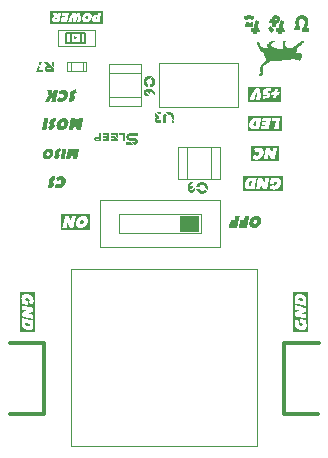
<source format=gbr>
%TF.GenerationSoftware,KiCad,Pcbnew,7.0.7*%
%TF.CreationDate,2023-10-23T01:20:13+09:00*%
%TF.ProjectId,CANFD_module,43414e46-445f-46d6-9f64-756c652e6b69,rev?*%
%TF.SameCoordinates,Original*%
%TF.FileFunction,Legend,Top*%
%TF.FilePolarity,Positive*%
%FSLAX46Y46*%
G04 Gerber Fmt 4.6, Leading zero omitted, Abs format (unit mm)*
G04 Created by KiCad (PCBNEW 7.0.7) date 2023-10-23 01:20:13*
%MOMM*%
%LPD*%
G01*
G04 APERTURE LIST*
%ADD10C,0.300000*%
%ADD11C,0.100000*%
%ADD12C,0.200000*%
%ADD13C,0.125000*%
%ADD14C,0.250000*%
%ADD15C,0.160000*%
%ADD16C,0.152400*%
G04 APERTURE END LIST*
D10*
X138328400Y-115062000D02*
X135483600Y-115062000D01*
X135432800Y-121056400D02*
X138328400Y-121056400D01*
D11*
X139496800Y-88544400D02*
X139496800Y-89865200D01*
D10*
X161594800Y-115062000D02*
X158699200Y-115062000D01*
X158699200Y-115062000D02*
X158699200Y-121056400D01*
D11*
X142646400Y-89865200D02*
X142646400Y-88544400D01*
D10*
X158699200Y-121056400D02*
X161544000Y-121056400D01*
D11*
X139496800Y-89865200D02*
X142646400Y-89865200D01*
X142646400Y-88544400D02*
X139496800Y-88544400D01*
D10*
X138328400Y-121056400D02*
X138328400Y-115062000D01*
D11*
G36*
X148660299Y-96432872D02*
G01*
X148660299Y-95951714D01*
X148660592Y-95939626D01*
X148661469Y-95927647D01*
X148662923Y-95915792D01*
X148664947Y-95904079D01*
X148667535Y-95892522D01*
X148670680Y-95881140D01*
X148674376Y-95869948D01*
X148678617Y-95858962D01*
X148683396Y-95848200D01*
X148688706Y-95837678D01*
X148694542Y-95827412D01*
X148700896Y-95817418D01*
X148707763Y-95807714D01*
X148715136Y-95798315D01*
X148723008Y-95789238D01*
X148731373Y-95780499D01*
X148738530Y-95773534D01*
X148745966Y-95766920D01*
X148753654Y-95760647D01*
X148761564Y-95754705D01*
X148769667Y-95749086D01*
X148772406Y-95747282D01*
X148792678Y-95734338D01*
X148620243Y-95561902D01*
X148606810Y-95572405D01*
X148596346Y-95580801D01*
X148586120Y-95589496D01*
X148576136Y-95598482D01*
X148566403Y-95607747D01*
X148556927Y-95617283D01*
X148547716Y-95627080D01*
X148538777Y-95637128D01*
X148530117Y-95647418D01*
X148521744Y-95657939D01*
X148513663Y-95668682D01*
X148505884Y-95679639D01*
X148498412Y-95690797D01*
X148491254Y-95702150D01*
X148484419Y-95713685D01*
X148477913Y-95725395D01*
X148471743Y-95737268D01*
X148465704Y-95749879D01*
X148460044Y-95762612D01*
X148454765Y-95775463D01*
X148449868Y-95788430D01*
X148445355Y-95801508D01*
X148441226Y-95814694D01*
X148437484Y-95827985D01*
X148434130Y-95841377D01*
X148431165Y-95854866D01*
X148428591Y-95868449D01*
X148426408Y-95882122D01*
X148424620Y-95895881D01*
X148423226Y-95909724D01*
X148422229Y-95923646D01*
X148421629Y-95937644D01*
X148421429Y-95951714D01*
X148421429Y-96432872D01*
X148660299Y-96432872D01*
G37*
G36*
X148886468Y-95709913D02*
G01*
X148896478Y-95709515D01*
X148902588Y-95709425D01*
X148914675Y-95709718D01*
X148926655Y-95710595D01*
X148938510Y-95712049D01*
X148950226Y-95714073D01*
X148961786Y-95716661D01*
X148973174Y-95719806D01*
X148984374Y-95723502D01*
X148995369Y-95727743D01*
X149006144Y-95732522D01*
X149016683Y-95737832D01*
X149026969Y-95743668D01*
X149036986Y-95750023D01*
X149046719Y-95756889D01*
X149056150Y-95764262D01*
X149065265Y-95772134D01*
X149074046Y-95780499D01*
X149082368Y-95789238D01*
X149090203Y-95798315D01*
X149097543Y-95807714D01*
X149104382Y-95817418D01*
X149110713Y-95827412D01*
X149116529Y-95837678D01*
X149121823Y-95848200D01*
X149126589Y-95858962D01*
X149130820Y-95869948D01*
X149134508Y-95881140D01*
X149137648Y-95892522D01*
X149140232Y-95904079D01*
X149142254Y-95915792D01*
X149143706Y-95927647D01*
X149144583Y-95939626D01*
X149144877Y-95951714D01*
X149144877Y-95977848D01*
X149383746Y-96216717D01*
X149383746Y-95951714D01*
X149383519Y-95936907D01*
X149382839Y-95922167D01*
X149381712Y-95907504D01*
X149380143Y-95892927D01*
X149378135Y-95878443D01*
X149375694Y-95864062D01*
X149372825Y-95849793D01*
X149369530Y-95835645D01*
X149365816Y-95821626D01*
X149361688Y-95807746D01*
X149357148Y-95794013D01*
X149352203Y-95780436D01*
X149346856Y-95767023D01*
X149341113Y-95753785D01*
X149334978Y-95740729D01*
X149328456Y-95727865D01*
X149321550Y-95715201D01*
X149314267Y-95702747D01*
X149306609Y-95690510D01*
X149298583Y-95678500D01*
X149290192Y-95666726D01*
X149281442Y-95655197D01*
X149272336Y-95643921D01*
X149262880Y-95632908D01*
X149253078Y-95622166D01*
X149242934Y-95611704D01*
X149232454Y-95601530D01*
X149221642Y-95591655D01*
X149210502Y-95582086D01*
X149199039Y-95572833D01*
X149187258Y-95563903D01*
X149175163Y-95555308D01*
X149159935Y-95545222D01*
X149144397Y-95535758D01*
X149128562Y-95526921D01*
X149112446Y-95518713D01*
X149096063Y-95511140D01*
X149079430Y-95504204D01*
X149062560Y-95497910D01*
X149045470Y-95492262D01*
X149028173Y-95487264D01*
X149010685Y-95482920D01*
X148993021Y-95479233D01*
X148975196Y-95476207D01*
X148957226Y-95473847D01*
X148939124Y-95472157D01*
X148920906Y-95471139D01*
X148902588Y-95470800D01*
X148890335Y-95470951D01*
X148878126Y-95471405D01*
X148865963Y-95472162D01*
X148853850Y-95473219D01*
X148841790Y-95474577D01*
X148829786Y-95476235D01*
X148817841Y-95478192D01*
X148805959Y-95480447D01*
X148794143Y-95483000D01*
X148782396Y-95485850D01*
X148770721Y-95488996D01*
X148759122Y-95492438D01*
X148747601Y-95496174D01*
X148736162Y-95500205D01*
X148724809Y-95504529D01*
X148713544Y-95509146D01*
X148687410Y-95520381D01*
X148877675Y-95710646D01*
X148886468Y-95709913D01*
G37*
G36*
X149144877Y-96432872D02*
G01*
X149383746Y-96432872D01*
X149383746Y-96325405D01*
X149144877Y-96086536D01*
X149144877Y-96432872D01*
G37*
G36*
X148105867Y-95675231D02*
G01*
X148229454Y-95675231D01*
X148229454Y-95674987D01*
X148280745Y-95674987D01*
X148280745Y-95471288D01*
X147996202Y-95471288D01*
X147986196Y-95470832D01*
X147979350Y-95470800D01*
X147969115Y-95470902D01*
X147962253Y-95471288D01*
X147952390Y-95472155D01*
X147942598Y-95473383D01*
X147932896Y-95474972D01*
X147923304Y-95476921D01*
X147912277Y-95479651D01*
X147910717Y-95480081D01*
X148105867Y-95674987D01*
X148105867Y-95675231D01*
G37*
G36*
X147839154Y-95939257D02*
G01*
X147826431Y-95948202D01*
X147814296Y-95957887D01*
X147802780Y-95968278D01*
X147791916Y-95979344D01*
X147781736Y-95991050D01*
X147772273Y-96003365D01*
X147763558Y-96016256D01*
X147755623Y-96029688D01*
X147748502Y-96043630D01*
X147742225Y-96058049D01*
X147736826Y-96072911D01*
X147732336Y-96088184D01*
X147728788Y-96103835D01*
X147726214Y-96119831D01*
X147724646Y-96136139D01*
X147724116Y-96152726D01*
X147724359Y-96164066D01*
X147725077Y-96175305D01*
X147726256Y-96186412D01*
X147727879Y-96197358D01*
X147729001Y-96203528D01*
X147731292Y-96213800D01*
X147733992Y-96223912D01*
X147737091Y-96233854D01*
X147740581Y-96243616D01*
X147744452Y-96253191D01*
X147748695Y-96262568D01*
X147753301Y-96271738D01*
X147758260Y-96280694D01*
X147763564Y-96289424D01*
X147769204Y-96297921D01*
X147775170Y-96306174D01*
X147781452Y-96314176D01*
X147788043Y-96321916D01*
X147794932Y-96329386D01*
X147802111Y-96336577D01*
X147809570Y-96343479D01*
X147817301Y-96350084D01*
X147825293Y-96356381D01*
X147833538Y-96362363D01*
X147842027Y-96368020D01*
X147850751Y-96373342D01*
X147859700Y-96378322D01*
X147868865Y-96382949D01*
X147878237Y-96387214D01*
X147887807Y-96391109D01*
X147897565Y-96394624D01*
X147907504Y-96397749D01*
X147917612Y-96400477D01*
X147927882Y-96402798D01*
X147938303Y-96404703D01*
X147948868Y-96406182D01*
X147959566Y-96407227D01*
X147969366Y-96407776D01*
X147979350Y-96407959D01*
X147989119Y-96407776D01*
X147998889Y-96407227D01*
X148282699Y-96407227D01*
X148282699Y-96203528D01*
X147970313Y-96203528D01*
X147959218Y-96200228D01*
X147949254Y-96194641D01*
X147940777Y-96187058D01*
X147934146Y-96177768D01*
X147929717Y-96167062D01*
X147928791Y-96163228D01*
X147927817Y-96153410D01*
X147927814Y-96152726D01*
X147928915Y-96141878D01*
X147932574Y-96130994D01*
X147937825Y-96122337D01*
X147944610Y-96114910D01*
X147951262Y-96109739D01*
X147960172Y-96104975D01*
X147969775Y-96102229D01*
X147979105Y-96101435D01*
X148088770Y-95995189D01*
X148088770Y-95888699D01*
X147979105Y-95777324D01*
X147968873Y-95776305D01*
X147959333Y-95773327D01*
X147951262Y-95769020D01*
X147942685Y-95762004D01*
X147935960Y-95753740D01*
X147931127Y-95744298D01*
X147928531Y-95734679D01*
X147927814Y-95725789D01*
X147928660Y-95715930D01*
X147928791Y-95715287D01*
X147932069Y-95705173D01*
X147937237Y-95696049D01*
X147944101Y-95688207D01*
X147948575Y-95684512D01*
X147804228Y-95540164D01*
X147793937Y-95550423D01*
X147784239Y-95561258D01*
X147775161Y-95572640D01*
X147766730Y-95584540D01*
X147758971Y-95596930D01*
X147754186Y-95605448D01*
X147749719Y-95614162D01*
X147745579Y-95623063D01*
X147741774Y-95632143D01*
X147738311Y-95641393D01*
X147735198Y-95650805D01*
X147732444Y-95660370D01*
X147730055Y-95670080D01*
X147729001Y-95674987D01*
X147727130Y-95685826D01*
X147725695Y-95696844D01*
X147724712Y-95708012D01*
X147724196Y-95719298D01*
X147724116Y-95725789D01*
X147724646Y-95742416D01*
X147726214Y-95758754D01*
X147728788Y-95774770D01*
X147732336Y-95790433D01*
X147736826Y-95805711D01*
X147742225Y-95820573D01*
X147748502Y-95834986D01*
X147755623Y-95848918D01*
X147763558Y-95862338D01*
X147772273Y-95875214D01*
X147781736Y-95887513D01*
X147791916Y-95899205D01*
X147802780Y-95910257D01*
X147814296Y-95920638D01*
X147826431Y-95930315D01*
X147839154Y-95939257D01*
G37*
D12*
G36*
X140371829Y-98621205D02*
G01*
X140375217Y-98612598D01*
X140382001Y-98606338D01*
X140390822Y-98603678D01*
X140395569Y-98603400D01*
X140405232Y-98603400D01*
X140414571Y-98603400D01*
X140425080Y-98603400D01*
X140434329Y-98603400D01*
X140444328Y-98603400D01*
X140455075Y-98603400D01*
X140466570Y-98603400D01*
X140478077Y-98603400D01*
X140488855Y-98603400D01*
X140498904Y-98603400D01*
X140508226Y-98603400D01*
X140518854Y-98603400D01*
X140528345Y-98603400D01*
X140538231Y-98603400D01*
X140547992Y-98603400D01*
X140557436Y-98603400D01*
X140568072Y-98603400D01*
X140577438Y-98603400D01*
X140587567Y-98603400D01*
X140598458Y-98603400D01*
X140610112Y-98603400D01*
X140621714Y-98603400D01*
X140632561Y-98603400D01*
X140642652Y-98603400D01*
X140651987Y-98603400D01*
X140662594Y-98603400D01*
X140672020Y-98603400D01*
X140681773Y-98603400D01*
X140690422Y-98605225D01*
X140695941Y-98612415D01*
X140696321Y-98622356D01*
X140695621Y-98626480D01*
X140693279Y-98637533D01*
X140691261Y-98646697D01*
X140689018Y-98656611D01*
X140686552Y-98667274D01*
X140683861Y-98678687D01*
X140680946Y-98690850D01*
X140677808Y-98703762D01*
X140675590Y-98712787D01*
X140673274Y-98722144D01*
X140670857Y-98731835D01*
X140668342Y-98741859D01*
X140665726Y-98752217D01*
X140663111Y-98762601D01*
X140660595Y-98772649D01*
X140658178Y-98782364D01*
X140655862Y-98791743D01*
X140653645Y-98800787D01*
X140651527Y-98809497D01*
X140648538Y-98821933D01*
X140645772Y-98833616D01*
X140643231Y-98844545D01*
X140640914Y-98854721D01*
X140638821Y-98864143D01*
X140636952Y-98872812D01*
X140635831Y-98878173D01*
X140634320Y-98886886D01*
X140634845Y-98895758D01*
X140635831Y-98896198D01*
X140643147Y-98890804D01*
X140649077Y-98884061D01*
X140656521Y-98874621D01*
X140662326Y-98866830D01*
X140668804Y-98857839D01*
X140675955Y-98847651D01*
X140683779Y-98836263D01*
X140692276Y-98823677D01*
X140701447Y-98809892D01*
X140711290Y-98794908D01*
X140716465Y-98786966D01*
X140721807Y-98778725D01*
X140727318Y-98770185D01*
X140732997Y-98761344D01*
X140738845Y-98752204D01*
X140744861Y-98742764D01*
X140750877Y-98733325D01*
X140756726Y-98724185D01*
X140762407Y-98715344D01*
X140767921Y-98706804D01*
X140773268Y-98698562D01*
X140778447Y-98690621D01*
X140783458Y-98682979D01*
X140788302Y-98675637D01*
X140797488Y-98661852D01*
X140806005Y-98649266D01*
X140813851Y-98637878D01*
X140821028Y-98627689D01*
X140827535Y-98618699D01*
X140833372Y-98610908D01*
X140840872Y-98601468D01*
X140846865Y-98594725D01*
X140854330Y-98589331D01*
X140862494Y-98596673D01*
X140867755Y-98607461D01*
X140871984Y-98618699D01*
X140874938Y-98627689D01*
X140878001Y-98637878D01*
X140881172Y-98649266D01*
X140884452Y-98661852D01*
X140887839Y-98675637D01*
X140891335Y-98690621D01*
X140894938Y-98706804D01*
X140898650Y-98724185D01*
X140900547Y-98733325D01*
X140902471Y-98742764D01*
X140904389Y-98752204D01*
X140906271Y-98761344D01*
X140908116Y-98770185D01*
X140911695Y-98786966D01*
X140915126Y-98802550D01*
X140918410Y-98816934D01*
X140921546Y-98830120D01*
X140924534Y-98842107D01*
X140927374Y-98852895D01*
X140930067Y-98862484D01*
X140933829Y-98874621D01*
X140937259Y-98884061D01*
X140941315Y-98892452D01*
X140945555Y-98896198D01*
X140950266Y-98888435D01*
X140952576Y-98879282D01*
X140952809Y-98878173D01*
X140955038Y-98867117D01*
X140956823Y-98857945D01*
X140958704Y-98848021D01*
X140960682Y-98837342D01*
X140962756Y-98825911D01*
X140964927Y-98813726D01*
X140967194Y-98800787D01*
X140968760Y-98791743D01*
X140970368Y-98782364D01*
X140972019Y-98772649D01*
X140973713Y-98762601D01*
X140975450Y-98752217D01*
X140977161Y-98741859D01*
X140978830Y-98731835D01*
X140980458Y-98722144D01*
X140982045Y-98712787D01*
X140983591Y-98703762D01*
X140985095Y-98695071D01*
X140987274Y-98682658D01*
X140989361Y-98670995D01*
X140991355Y-98660082D01*
X140993256Y-98649919D01*
X140995064Y-98640505D01*
X140996780Y-98631840D01*
X140997872Y-98626480D01*
X141000619Y-98617487D01*
X141005304Y-98609914D01*
X141012545Y-98604842D01*
X141020733Y-98603400D01*
X141030702Y-98603400D01*
X141040261Y-98603400D01*
X141050958Y-98603400D01*
X141060335Y-98603400D01*
X141070440Y-98603400D01*
X141081272Y-98603400D01*
X141092834Y-98603400D01*
X141104391Y-98603400D01*
X141115214Y-98603400D01*
X141125301Y-98603400D01*
X141134654Y-98603400D01*
X141145311Y-98603400D01*
X141154820Y-98603400D01*
X141164714Y-98603400D01*
X141174377Y-98603400D01*
X141183716Y-98603400D01*
X141194225Y-98603400D01*
X141203474Y-98603400D01*
X141213473Y-98603400D01*
X141224220Y-98603400D01*
X141235716Y-98603400D01*
X141247211Y-98603400D01*
X141257959Y-98603400D01*
X141267957Y-98603400D01*
X141277206Y-98603400D01*
X141287715Y-98603400D01*
X141297054Y-98603400D01*
X141306717Y-98603400D01*
X141316091Y-98604825D01*
X141322747Y-98611162D01*
X141323194Y-98620316D01*
X141322984Y-98621425D01*
X141321146Y-98630154D01*
X141319151Y-98639415D01*
X141316997Y-98649209D01*
X141314685Y-98659536D01*
X141312216Y-98670394D01*
X141309588Y-98681785D01*
X141306803Y-98693709D01*
X141303859Y-98706165D01*
X141300758Y-98719153D01*
X141297498Y-98732673D01*
X141294081Y-98746726D01*
X141290505Y-98761312D01*
X141286772Y-98776429D01*
X141282880Y-98792079D01*
X141278831Y-98808262D01*
X141274624Y-98824977D01*
X141270416Y-98841692D01*
X141266367Y-98857877D01*
X141262475Y-98873532D01*
X141258742Y-98888655D01*
X141255166Y-98903248D01*
X141251749Y-98917311D01*
X141248489Y-98930842D01*
X141245388Y-98943843D01*
X141242444Y-98956314D01*
X141239659Y-98968254D01*
X141237031Y-98979663D01*
X141234562Y-98990541D01*
X141232250Y-99000889D01*
X141230097Y-99010706D01*
X141228101Y-99019993D01*
X141226263Y-99028748D01*
X141224359Y-99038043D01*
X141222382Y-99047904D01*
X141220333Y-99058329D01*
X141218213Y-99069319D01*
X141216020Y-99080874D01*
X141213754Y-99092994D01*
X141211417Y-99105679D01*
X141209008Y-99118929D01*
X141206526Y-99132744D01*
X141203972Y-99147124D01*
X141201347Y-99162069D01*
X141198649Y-99177579D01*
X141195879Y-99193654D01*
X141193036Y-99210295D01*
X141190122Y-99227500D01*
X141188638Y-99236314D01*
X141187136Y-99245270D01*
X141185620Y-99254239D01*
X141184123Y-99263066D01*
X141182644Y-99271752D01*
X141179742Y-99288699D01*
X141176913Y-99305079D01*
X141174158Y-99320892D01*
X141171478Y-99336138D01*
X141168871Y-99350818D01*
X141166338Y-99364931D01*
X141163879Y-99378478D01*
X141161493Y-99391457D01*
X141159182Y-99403870D01*
X141156944Y-99415716D01*
X141154780Y-99426996D01*
X141152690Y-99437708D01*
X141150674Y-99447854D01*
X141148732Y-99457434D01*
X141147788Y-99462011D01*
X141142940Y-99469770D01*
X141134685Y-99473723D01*
X141125595Y-99475307D01*
X141117673Y-99475640D01*
X141107954Y-99475724D01*
X141098083Y-99475930D01*
X141088770Y-99476196D01*
X141078471Y-99476548D01*
X141069520Y-99476891D01*
X141059937Y-99477290D01*
X141057443Y-99477398D01*
X141047702Y-99477862D01*
X141038593Y-99478264D01*
X141028096Y-99478679D01*
X141018586Y-99478998D01*
X141008478Y-99479253D01*
X140998482Y-99479375D01*
X140997212Y-99479376D01*
X140987939Y-99479554D01*
X140978889Y-99479974D01*
X140968636Y-99480640D01*
X140959569Y-99481351D01*
X140949732Y-99482220D01*
X140939125Y-99483247D01*
X140927750Y-99484432D01*
X140916374Y-99485669D01*
X140905768Y-99486740D01*
X140895931Y-99487647D01*
X140886864Y-99488389D01*
X140876611Y-99489085D01*
X140867561Y-99489522D01*
X140858287Y-99489708D01*
X140851638Y-99482894D01*
X140847282Y-99474376D01*
X140843565Y-99465751D01*
X140842240Y-99462450D01*
X140836820Y-99448635D01*
X140831387Y-99434554D01*
X140825939Y-99420209D01*
X140820478Y-99405600D01*
X140815003Y-99390726D01*
X140809515Y-99375588D01*
X140804013Y-99360185D01*
X140798496Y-99344518D01*
X140792967Y-99328586D01*
X140787423Y-99312390D01*
X140781866Y-99295929D01*
X140776295Y-99279204D01*
X140773504Y-99270742D01*
X140770710Y-99262215D01*
X140767913Y-99253621D01*
X140765112Y-99244961D01*
X140762307Y-99236234D01*
X140759499Y-99227442D01*
X140756688Y-99218584D01*
X140753873Y-99209659D01*
X140750969Y-99200545D01*
X140747421Y-99189788D01*
X140744244Y-99180624D01*
X140740794Y-99171411D01*
X140736938Y-99162695D01*
X140733650Y-99158661D01*
X140725999Y-99163191D01*
X140719472Y-99170257D01*
X140712922Y-99178636D01*
X140706956Y-99186970D01*
X140700345Y-99196754D01*
X140694962Y-99205043D01*
X140688830Y-99214610D01*
X140682224Y-99224597D01*
X140675142Y-99235006D01*
X140667584Y-99245836D01*
X140662282Y-99253291D01*
X140656768Y-99260932D01*
X140651044Y-99268760D01*
X140645108Y-99276776D01*
X140638961Y-99284979D01*
X140632602Y-99293369D01*
X140626033Y-99301946D01*
X140619252Y-99310710D01*
X140612260Y-99319662D01*
X140605056Y-99328801D01*
X140594893Y-99341482D01*
X140585286Y-99353479D01*
X140576236Y-99364790D01*
X140567742Y-99375416D01*
X140559804Y-99385357D01*
X140552423Y-99394612D01*
X140545599Y-99403183D01*
X140539330Y-99411068D01*
X140533619Y-99418268D01*
X140526094Y-99427783D01*
X140519822Y-99435756D01*
X140513406Y-99443989D01*
X140509215Y-99449481D01*
X140503438Y-99457017D01*
X140497028Y-99464374D01*
X140490274Y-99470633D01*
X140481975Y-99475231D01*
X140479100Y-99475640D01*
X140469865Y-99475640D01*
X140460906Y-99475640D01*
X140450798Y-99475640D01*
X140441886Y-99475640D01*
X140432238Y-99475640D01*
X140421855Y-99475640D01*
X140410737Y-99475640D01*
X140399564Y-99475640D01*
X140389126Y-99475640D01*
X140379423Y-99475640D01*
X140370455Y-99475640D01*
X140360279Y-99475640D01*
X140351251Y-99475640D01*
X140341933Y-99475640D01*
X140332701Y-99475640D01*
X140323874Y-99475640D01*
X140314016Y-99475640D01*
X140303128Y-99475640D01*
X140293676Y-99475640D01*
X140283565Y-99475640D01*
X140275548Y-99475640D01*
X140264945Y-99475640D01*
X140255009Y-99475640D01*
X140245739Y-99475640D01*
X140235088Y-99475640D01*
X140225478Y-99475640D01*
X140215321Y-99475640D01*
X140209383Y-99475640D01*
X140200461Y-99473318D01*
X140197289Y-99464868D01*
X140197732Y-99461571D01*
X140199711Y-99452191D01*
X140201854Y-99442241D01*
X140204162Y-99431720D01*
X140206635Y-99420630D01*
X140209273Y-99408969D01*
X140212076Y-99396738D01*
X140215043Y-99383937D01*
X140218175Y-99370566D01*
X140221473Y-99356625D01*
X140224935Y-99342114D01*
X140228562Y-99327032D01*
X140232354Y-99311380D01*
X140236311Y-99295158D01*
X140240432Y-99278366D01*
X140242555Y-99269756D01*
X140244719Y-99261004D01*
X140246924Y-99252109D01*
X140249170Y-99243072D01*
X140251416Y-99234034D01*
X140253621Y-99225137D01*
X140255785Y-99216383D01*
X140257908Y-99207770D01*
X140262029Y-99190969D01*
X140265986Y-99174735D01*
X140269778Y-99159068D01*
X140273405Y-99143968D01*
X140276867Y-99129434D01*
X140280164Y-99115467D01*
X140283297Y-99102066D01*
X140286264Y-99089233D01*
X140289067Y-99076966D01*
X140291705Y-99065266D01*
X140294178Y-99054132D01*
X140296486Y-99043566D01*
X140298629Y-99033566D01*
X140300607Y-99024132D01*
X140302369Y-99015488D01*
X140304193Y-99006317D01*
X140306079Y-98996618D01*
X140308026Y-98986392D01*
X140310036Y-98975639D01*
X140312107Y-98964359D01*
X140314240Y-98952551D01*
X140316434Y-98940216D01*
X140318691Y-98927355D01*
X140321009Y-98913965D01*
X140323390Y-98900049D01*
X140325832Y-98885605D01*
X140328336Y-98870634D01*
X140330901Y-98855136D01*
X140333529Y-98839111D01*
X140336218Y-98822559D01*
X140338907Y-98806033D01*
X140341535Y-98790032D01*
X140344101Y-98774557D01*
X140346604Y-98759608D01*
X140349047Y-98745184D01*
X140351427Y-98731286D01*
X140353745Y-98717913D01*
X140356002Y-98705066D01*
X140358196Y-98692744D01*
X140360329Y-98680947D01*
X140362401Y-98669677D01*
X140364410Y-98658931D01*
X140366357Y-98648711D01*
X140368243Y-98639017D01*
X140370067Y-98629848D01*
X140371829Y-98621205D01*
G37*
G36*
X139910649Y-98621425D02*
G01*
X139913953Y-98612393D01*
X139920153Y-98605824D01*
X139929014Y-98602904D01*
X139932192Y-98602740D01*
X139942846Y-98602756D01*
X139953141Y-98602792D01*
X139962305Y-98602837D01*
X139972293Y-98602895D01*
X139983105Y-98602967D01*
X139994742Y-98603053D01*
X140004010Y-98603126D01*
X140010447Y-98603180D01*
X140019991Y-98603219D01*
X140029087Y-98603254D01*
X140040517Y-98603296D01*
X140051151Y-98603330D01*
X140060988Y-98603357D01*
X140070028Y-98603378D01*
X140080208Y-98603394D01*
X140089142Y-98603400D01*
X140099338Y-98603400D01*
X140109180Y-98603400D01*
X140120246Y-98603400D01*
X140129980Y-98603400D01*
X140140497Y-98603400D01*
X140151797Y-98603400D01*
X140160786Y-98603400D01*
X140163880Y-98603400D01*
X140173014Y-98603400D01*
X140184501Y-98603400D01*
X140195199Y-98603400D01*
X140205106Y-98603400D01*
X140214223Y-98603400D01*
X140224509Y-98603400D01*
X140233560Y-98603400D01*
X140238399Y-98603400D01*
X140247773Y-98604825D01*
X140254429Y-98611162D01*
X140254876Y-98620316D01*
X140254665Y-98621425D01*
X140252601Y-98631206D01*
X140250365Y-98641590D01*
X140247957Y-98652576D01*
X140245378Y-98664166D01*
X140242627Y-98676358D01*
X140239704Y-98689153D01*
X140236609Y-98702551D01*
X140233343Y-98716551D01*
X140229905Y-98731154D01*
X140226295Y-98746361D01*
X140222513Y-98762169D01*
X140218560Y-98778581D01*
X140214435Y-98795596D01*
X140212308Y-98804329D01*
X140210138Y-98813213D01*
X140207926Y-98822248D01*
X140205670Y-98831433D01*
X140203371Y-98840769D01*
X140201030Y-98850256D01*
X140198688Y-98859743D01*
X140196389Y-98869080D01*
X140194134Y-98878268D01*
X140191921Y-98887305D01*
X140189751Y-98896193D01*
X140187624Y-98904931D01*
X140185540Y-98913519D01*
X140181501Y-98930246D01*
X140177634Y-98946374D01*
X140173938Y-98961902D01*
X140170414Y-98976831D01*
X140167062Y-98991160D01*
X140163881Y-99004890D01*
X140160872Y-99018021D01*
X140158035Y-99030552D01*
X140155370Y-99042484D01*
X140152877Y-99053817D01*
X140150555Y-99064550D01*
X140148405Y-99074684D01*
X140147394Y-99079527D01*
X140144816Y-99092120D01*
X140143027Y-99101136D01*
X140141180Y-99110648D01*
X140139278Y-99120657D01*
X140137318Y-99131162D01*
X140135302Y-99142163D01*
X140133229Y-99153661D01*
X140131100Y-99165654D01*
X140128913Y-99178145D01*
X140126671Y-99191131D01*
X140124371Y-99204614D01*
X140122015Y-99218593D01*
X140119602Y-99233068D01*
X140117133Y-99248040D01*
X140114606Y-99263508D01*
X140113322Y-99271428D01*
X140110743Y-99287139D01*
X140108225Y-99302344D01*
X140105769Y-99317041D01*
X140103375Y-99331232D01*
X140101043Y-99344917D01*
X140098773Y-99358095D01*
X140096564Y-99370766D01*
X140094418Y-99382931D01*
X140092333Y-99394589D01*
X140090310Y-99405741D01*
X140088349Y-99416386D01*
X140086449Y-99426524D01*
X140084612Y-99436156D01*
X140082836Y-99445281D01*
X140080288Y-99458018D01*
X140079470Y-99462011D01*
X140075688Y-99470316D01*
X140067894Y-99474987D01*
X140062104Y-99475640D01*
X140053138Y-99475640D01*
X140042862Y-99475640D01*
X140033698Y-99475640D01*
X140023696Y-99475640D01*
X140012856Y-99475640D01*
X140001179Y-99475640D01*
X139991870Y-99475640D01*
X139982090Y-99475640D01*
X139972265Y-99475640D01*
X139962904Y-99475640D01*
X139954007Y-99475640D01*
X139942865Y-99475640D01*
X139932547Y-99475640D01*
X139923054Y-99475640D01*
X139912346Y-99475640D01*
X139902926Y-99475640D01*
X139901197Y-99475640D01*
X139890821Y-99475640D01*
X139880805Y-99475640D01*
X139871895Y-99475640D01*
X139862189Y-99475640D01*
X139851686Y-99475640D01*
X139840386Y-99475640D01*
X139831388Y-99475640D01*
X139825140Y-99475640D01*
X139815808Y-99475640D01*
X139806935Y-99475640D01*
X139795821Y-99475640D01*
X139785524Y-99475640D01*
X139776044Y-99475640D01*
X139765344Y-99475640D01*
X139755921Y-99475640D01*
X139749303Y-99475640D01*
X139740225Y-99473538D01*
X139736267Y-99464998D01*
X139736773Y-99460692D01*
X139739414Y-99448259D01*
X139741361Y-99439347D01*
X139743458Y-99429934D01*
X139745704Y-99420021D01*
X139748100Y-99409609D01*
X139750645Y-99398697D01*
X139753340Y-99387286D01*
X139756184Y-99375374D01*
X139759177Y-99362963D01*
X139762320Y-99350052D01*
X139765612Y-99336641D01*
X139769053Y-99322731D01*
X139772644Y-99308321D01*
X139776385Y-99293411D01*
X139780274Y-99278001D01*
X139782275Y-99270109D01*
X139786213Y-99254475D01*
X139790003Y-99239338D01*
X139793646Y-99224697D01*
X139797141Y-99210552D01*
X139800488Y-99196904D01*
X139803687Y-99183751D01*
X139806739Y-99171096D01*
X139809643Y-99158936D01*
X139812399Y-99147273D01*
X139815008Y-99136106D01*
X139817469Y-99125435D01*
X139819782Y-99115261D01*
X139821947Y-99105583D01*
X139823965Y-99096401D01*
X139825835Y-99087716D01*
X139827558Y-99079527D01*
X139829575Y-99069666D01*
X139831669Y-99059207D01*
X139833841Y-99048151D01*
X139836090Y-99036497D01*
X139838416Y-99024246D01*
X139840819Y-99011396D01*
X139843300Y-98997950D01*
X139845858Y-98983905D01*
X139848493Y-98969263D01*
X139851206Y-98954024D01*
X139853995Y-98938187D01*
X139856862Y-98921752D01*
X139859807Y-98904719D01*
X139861308Y-98895979D01*
X139862828Y-98887089D01*
X139864368Y-98878050D01*
X139865927Y-98868861D01*
X139867506Y-98859523D01*
X139869104Y-98850036D01*
X139870701Y-98840563D01*
X139872280Y-98831240D01*
X139873839Y-98822067D01*
X139875379Y-98813045D01*
X139876899Y-98804172D01*
X139878400Y-98795451D01*
X139881345Y-98778458D01*
X139884212Y-98762066D01*
X139887002Y-98746275D01*
X139889714Y-98731085D01*
X139892349Y-98716496D01*
X139894907Y-98702508D01*
X139897388Y-98689122D01*
X139899791Y-98676336D01*
X139902118Y-98664152D01*
X139904366Y-98652568D01*
X139906538Y-98641586D01*
X139908632Y-98631205D01*
X139910649Y-98621425D01*
G37*
G36*
X139178214Y-99250545D02*
G01*
X139185477Y-99244935D01*
X139193381Y-99239774D01*
X139201776Y-99234471D01*
X139209280Y-99229809D01*
X139217819Y-99224559D01*
X139227394Y-99218721D01*
X139238005Y-99212297D01*
X139248643Y-99205548D01*
X139258386Y-99198737D01*
X139267232Y-99191864D01*
X139275181Y-99184930D01*
X139282234Y-99177933D01*
X139288391Y-99170875D01*
X139293651Y-99163755D01*
X139299270Y-99154165D01*
X139303296Y-99144466D01*
X139305269Y-99137119D01*
X139306191Y-99127160D01*
X139305684Y-99117314D01*
X139304072Y-99105799D01*
X139302137Y-99096068D01*
X139299579Y-99085397D01*
X139296400Y-99073788D01*
X139292598Y-99061240D01*
X139289718Y-99052353D01*
X139286562Y-99043048D01*
X139283129Y-99033326D01*
X139281309Y-99028309D01*
X139277768Y-99018234D01*
X139274563Y-99008288D01*
X139271695Y-98998471D01*
X139269164Y-98988783D01*
X139266969Y-98979223D01*
X139265111Y-98969792D01*
X139263589Y-98960490D01*
X139262404Y-98951317D01*
X139261556Y-98942273D01*
X139261044Y-98933357D01*
X139260908Y-98920226D01*
X139261529Y-98907384D01*
X139262907Y-98894831D01*
X139265042Y-98882569D01*
X139267231Y-98872695D01*
X139269676Y-98862967D01*
X139272376Y-98853386D01*
X139275332Y-98843950D01*
X139278545Y-98834660D01*
X139282013Y-98825516D01*
X139285737Y-98816518D01*
X139289717Y-98807666D01*
X139293953Y-98798960D01*
X139298444Y-98790400D01*
X139303192Y-98781986D01*
X139308195Y-98773718D01*
X139313455Y-98765596D01*
X139318970Y-98757619D01*
X139324741Y-98749789D01*
X139330768Y-98742105D01*
X139337461Y-98734007D01*
X139344682Y-98725924D01*
X139352430Y-98717857D01*
X139360704Y-98709805D01*
X139369507Y-98701769D01*
X139378836Y-98693748D01*
X139388693Y-98685743D01*
X139399077Y-98677753D01*
X139409988Y-98669779D01*
X139421426Y-98661820D01*
X139433391Y-98653876D01*
X139445884Y-98645948D01*
X139458904Y-98638036D01*
X139472451Y-98630138D01*
X139486526Y-98622257D01*
X139501127Y-98614390D01*
X139513560Y-98607949D01*
X139525963Y-98601703D01*
X139538338Y-98595653D01*
X139550683Y-98589798D01*
X139562999Y-98584140D01*
X139575285Y-98578677D01*
X139587543Y-98573410D01*
X139599771Y-98568338D01*
X139611970Y-98563463D01*
X139624140Y-98558783D01*
X139636281Y-98554299D01*
X139648392Y-98550011D01*
X139660474Y-98545919D01*
X139672527Y-98542022D01*
X139684551Y-98538321D01*
X139696546Y-98534816D01*
X139705253Y-98533305D01*
X139709076Y-98533058D01*
X139716769Y-98538210D01*
X139720067Y-98546247D01*
X139723191Y-98555417D01*
X139726572Y-98565352D01*
X139729870Y-98575044D01*
X139733821Y-98586656D01*
X139736818Y-98595464D01*
X139740105Y-98605126D01*
X139743682Y-98615641D01*
X139747549Y-98627010D01*
X139751707Y-98639232D01*
X139756155Y-98652308D01*
X139760893Y-98666237D01*
X139763371Y-98673522D01*
X139767948Y-98687048D01*
X139772229Y-98699711D01*
X139776212Y-98711510D01*
X139779898Y-98722445D01*
X139783288Y-98732516D01*
X139786380Y-98741724D01*
X139789175Y-98750067D01*
X139792810Y-98760963D01*
X139795777Y-98769915D01*
X139798693Y-98778828D01*
X139800960Y-98786289D01*
X139794087Y-98792430D01*
X139785991Y-98797633D01*
X139776871Y-98803056D01*
X139768021Y-98808105D01*
X139757791Y-98813786D01*
X139755018Y-98815305D01*
X139744887Y-98820791D01*
X139735185Y-98826204D01*
X139725912Y-98831543D01*
X139717068Y-98836809D01*
X139708653Y-98842002D01*
X139700667Y-98847121D01*
X139693109Y-98852166D01*
X139683700Y-98858780D01*
X139675053Y-98865263D01*
X139669069Y-98870039D01*
X139660384Y-98877615D01*
X139652384Y-98885256D01*
X139645068Y-98892963D01*
X139638435Y-98900735D01*
X139632486Y-98908573D01*
X139627222Y-98916477D01*
X139622641Y-98924446D01*
X139618744Y-98932482D01*
X139614612Y-98943297D01*
X139611696Y-98954230D01*
X139610075Y-98963978D01*
X139609278Y-98973766D01*
X139609306Y-98983596D01*
X139610157Y-98993468D01*
X139611833Y-99003380D01*
X139614334Y-99013334D01*
X139617659Y-99023329D01*
X139621808Y-99033365D01*
X139625909Y-99042207D01*
X139629749Y-99050490D01*
X139635019Y-99061864D01*
X139639702Y-99071979D01*
X139643798Y-99080834D01*
X139648346Y-99090681D01*
X139652562Y-99099841D01*
X139656099Y-99107663D01*
X139658806Y-99117447D01*
X139660991Y-99127509D01*
X139662655Y-99137849D01*
X139663797Y-99148467D01*
X139664417Y-99159364D01*
X139664515Y-99170538D01*
X139664092Y-99181991D01*
X139663147Y-99193722D01*
X139661681Y-99205732D01*
X139659693Y-99218019D01*
X139658078Y-99226365D01*
X139654646Y-99240826D01*
X139650449Y-99254973D01*
X139645489Y-99268805D01*
X139639764Y-99282323D01*
X139633275Y-99295527D01*
X139626022Y-99308416D01*
X139618005Y-99320991D01*
X139609223Y-99333252D01*
X139599677Y-99345199D01*
X139589367Y-99356831D01*
X139578293Y-99368149D01*
X139566455Y-99379153D01*
X139553852Y-99389842D01*
X139540485Y-99400218D01*
X139526354Y-99410279D01*
X139519002Y-99415191D01*
X139511459Y-99420025D01*
X139498927Y-99427656D01*
X139486169Y-99434942D01*
X139473187Y-99441883D01*
X139459980Y-99448478D01*
X139446548Y-99454728D01*
X139432891Y-99460634D01*
X139419009Y-99466193D01*
X139404902Y-99471408D01*
X139390570Y-99476278D01*
X139376013Y-99480802D01*
X139361231Y-99484981D01*
X139346224Y-99488815D01*
X139330992Y-99492304D01*
X139315535Y-99495447D01*
X139299853Y-99498246D01*
X139283947Y-99500699D01*
X139275207Y-99501898D01*
X139266098Y-99503268D01*
X139264603Y-99503776D01*
X139260563Y-99495863D01*
X139259327Y-99489708D01*
X139257544Y-99480785D01*
X139255329Y-99471106D01*
X139252681Y-99460671D01*
X139249600Y-99449481D01*
X139246086Y-99437535D01*
X139242140Y-99424834D01*
X139237761Y-99411377D01*
X139232949Y-99397164D01*
X139227704Y-99382196D01*
X139222026Y-99366472D01*
X139215916Y-99349993D01*
X139212699Y-99341470D01*
X139209373Y-99332757D01*
X139205939Y-99323857D01*
X139202397Y-99314767D01*
X139198747Y-99305488D01*
X139194989Y-99296020D01*
X139191122Y-99286364D01*
X139187147Y-99276518D01*
X139183064Y-99266484D01*
X139178873Y-99256261D01*
X139178214Y-99250545D01*
G37*
G36*
X138794576Y-98575395D02*
G01*
X138806007Y-98575793D01*
X138817274Y-98576455D01*
X138828376Y-98577382D01*
X138839314Y-98578574D01*
X138850087Y-98580031D01*
X138860696Y-98581753D01*
X138871141Y-98583739D01*
X138881421Y-98585991D01*
X138891537Y-98588508D01*
X138901488Y-98591289D01*
X138911275Y-98594335D01*
X138920898Y-98597647D01*
X138930356Y-98601223D01*
X138939649Y-98605064D01*
X138948778Y-98609170D01*
X138957743Y-98613541D01*
X138966543Y-98618176D01*
X138975179Y-98623077D01*
X138983650Y-98628242D01*
X138991957Y-98633673D01*
X139000100Y-98639368D01*
X139008078Y-98645328D01*
X139015892Y-98651554D01*
X139023541Y-98658044D01*
X139031026Y-98664798D01*
X139038346Y-98671818D01*
X139045502Y-98679103D01*
X139052493Y-98686653D01*
X139059320Y-98694467D01*
X139065983Y-98702546D01*
X139072481Y-98710891D01*
X139078758Y-98719423D01*
X139084756Y-98728065D01*
X139090475Y-98736818D01*
X139095916Y-98745680D01*
X139101078Y-98754654D01*
X139105961Y-98763737D01*
X139110566Y-98772931D01*
X139114892Y-98782236D01*
X139118940Y-98791650D01*
X139122709Y-98801175D01*
X139126199Y-98810811D01*
X139129411Y-98820556D01*
X139132344Y-98830412D01*
X139134998Y-98840379D01*
X139137374Y-98850455D01*
X139139471Y-98860642D01*
X139141289Y-98870940D01*
X139142829Y-98881347D01*
X139144090Y-98891865D01*
X139145073Y-98902494D01*
X139145777Y-98913232D01*
X139146202Y-98924081D01*
X139146349Y-98935041D01*
X139146217Y-98946110D01*
X139145806Y-98957290D01*
X139145117Y-98968581D01*
X139144149Y-98979982D01*
X139142902Y-98991493D01*
X139141377Y-99003114D01*
X139139573Y-99014846D01*
X139137491Y-99026688D01*
X139135129Y-99038640D01*
X139132513Y-99050620D01*
X139129663Y-99062491D01*
X139126581Y-99074251D01*
X139123266Y-99085901D01*
X139119719Y-99097442D01*
X139115938Y-99108872D01*
X139111925Y-99120193D01*
X139107680Y-99131404D01*
X139103201Y-99142505D01*
X139098490Y-99153495D01*
X139093546Y-99164376D01*
X139088370Y-99175148D01*
X139082961Y-99185809D01*
X139077319Y-99196360D01*
X139071444Y-99206801D01*
X139065337Y-99217133D01*
X139058997Y-99227354D01*
X139052424Y-99237466D01*
X139045619Y-99247468D01*
X139038581Y-99257360D01*
X139031310Y-99267142D01*
X139023807Y-99276814D01*
X139016071Y-99286376D01*
X139008102Y-99295828D01*
X138999900Y-99305170D01*
X138991466Y-99314403D01*
X138982799Y-99323525D01*
X138973899Y-99332538D01*
X138964767Y-99341440D01*
X138955402Y-99350233D01*
X138945804Y-99358916D01*
X138935974Y-99367489D01*
X138925986Y-99375874D01*
X138915945Y-99383992D01*
X138905851Y-99391845D01*
X138895702Y-99399431D01*
X138885500Y-99406751D01*
X138875245Y-99413805D01*
X138864935Y-99420593D01*
X138854572Y-99427115D01*
X138844156Y-99433370D01*
X138833685Y-99439359D01*
X138823161Y-99445082D01*
X138812583Y-99450539D01*
X138801952Y-99455730D01*
X138791267Y-99460654D01*
X138780528Y-99465312D01*
X138769736Y-99469704D01*
X138758890Y-99473830D01*
X138747990Y-99477690D01*
X138737037Y-99481284D01*
X138726030Y-99484611D01*
X138714969Y-99487672D01*
X138703855Y-99490467D01*
X138692687Y-99492996D01*
X138681465Y-99495258D01*
X138670190Y-99497255D01*
X138658861Y-99498985D01*
X138647478Y-99500449D01*
X138636042Y-99501647D01*
X138624552Y-99502578D01*
X138613008Y-99503244D01*
X138601411Y-99503643D01*
X138589760Y-99503776D01*
X138578205Y-99503643D01*
X138566813Y-99503244D01*
X138555584Y-99502578D01*
X138544518Y-99501647D01*
X138533616Y-99500449D01*
X138522876Y-99498985D01*
X138512300Y-99497255D01*
X138501887Y-99495258D01*
X138491637Y-99492996D01*
X138481550Y-99490467D01*
X138471627Y-99487672D01*
X138461866Y-99484611D01*
X138452269Y-99481284D01*
X138442835Y-99477690D01*
X138433564Y-99473830D01*
X138424456Y-99469704D01*
X138415511Y-99465312D01*
X138406730Y-99460654D01*
X138398111Y-99455730D01*
X138389656Y-99450539D01*
X138381364Y-99445082D01*
X138373235Y-99439359D01*
X138365269Y-99433370D01*
X138357466Y-99427115D01*
X138349827Y-99420593D01*
X138342350Y-99413805D01*
X138335037Y-99406751D01*
X138327887Y-99399431D01*
X138320900Y-99391845D01*
X138314076Y-99383992D01*
X138307416Y-99375874D01*
X138300918Y-99367489D01*
X138294641Y-99358916D01*
X138288643Y-99350233D01*
X138282924Y-99341440D01*
X138277483Y-99332538D01*
X138272321Y-99323525D01*
X138267438Y-99314403D01*
X138262833Y-99305170D01*
X138258507Y-99295828D01*
X138254459Y-99286376D01*
X138250690Y-99276814D01*
X138247200Y-99267142D01*
X138243988Y-99257360D01*
X138241055Y-99247468D01*
X138238401Y-99237466D01*
X138236025Y-99227354D01*
X138233928Y-99217133D01*
X138232110Y-99206801D01*
X138230570Y-99196360D01*
X138229309Y-99185809D01*
X138228326Y-99175148D01*
X138227622Y-99164376D01*
X138227197Y-99153495D01*
X138227051Y-99142505D01*
X138227183Y-99131404D01*
X138227593Y-99120193D01*
X138228283Y-99108872D01*
X138229250Y-99097442D01*
X138230497Y-99085901D01*
X138232022Y-99074251D01*
X138232204Y-99073065D01*
X138544166Y-99073065D01*
X138544370Y-99083964D01*
X138545351Y-99094539D01*
X138547109Y-99104788D01*
X138549643Y-99114714D01*
X138552954Y-99124315D01*
X138557041Y-99133591D01*
X138561905Y-99142542D01*
X138565580Y-99148330D01*
X138571550Y-99156540D01*
X138578004Y-99163943D01*
X138584940Y-99170538D01*
X138592360Y-99176326D01*
X138600262Y-99181306D01*
X138608648Y-99185478D01*
X138617516Y-99188843D01*
X138626868Y-99191400D01*
X138636702Y-99193150D01*
X138647020Y-99194092D01*
X138654166Y-99194272D01*
X138665208Y-99193872D01*
X138676075Y-99192672D01*
X138686769Y-99190672D01*
X138697289Y-99187873D01*
X138707634Y-99184274D01*
X138717806Y-99179875D01*
X138727805Y-99174676D01*
X138737629Y-99168677D01*
X138747279Y-99161878D01*
X138756756Y-99154279D01*
X138762977Y-99148769D01*
X138771896Y-99140068D01*
X138780189Y-99131026D01*
X138787857Y-99121644D01*
X138794898Y-99111922D01*
X138801314Y-99101860D01*
X138807103Y-99091459D01*
X138812267Y-99080717D01*
X138816805Y-99069635D01*
X138820716Y-99058213D01*
X138824002Y-99046451D01*
X138825845Y-99038420D01*
X138827886Y-99026825D01*
X138829147Y-99015530D01*
X138829628Y-99004537D01*
X138829327Y-98993845D01*
X138828247Y-98983455D01*
X138826386Y-98973366D01*
X138823744Y-98963579D01*
X138820322Y-98954093D01*
X138816119Y-98944908D01*
X138811136Y-98936024D01*
X138807380Y-98930270D01*
X138801258Y-98922138D01*
X138794680Y-98914806D01*
X138787647Y-98908274D01*
X138780157Y-98902542D01*
X138772211Y-98897609D01*
X138763810Y-98893477D01*
X138754952Y-98890144D01*
X138745638Y-98887611D01*
X138735869Y-98885878D01*
X138725644Y-98884945D01*
X138718573Y-98884767D01*
X138707766Y-98885163D01*
X138697105Y-98886351D01*
X138686591Y-98888332D01*
X138676224Y-98891104D01*
X138666004Y-98894669D01*
X138655930Y-98899025D01*
X138646004Y-98904174D01*
X138636224Y-98910115D01*
X138626591Y-98916848D01*
X138617105Y-98924373D01*
X138610862Y-98929830D01*
X138601870Y-98938479D01*
X138593523Y-98947445D01*
X138585822Y-98956727D01*
X138578765Y-98966327D01*
X138572354Y-98976243D01*
X138566588Y-98986476D01*
X138561468Y-98997026D01*
X138556993Y-99007893D01*
X138553163Y-99019077D01*
X138549978Y-99030577D01*
X138548214Y-99038420D01*
X138546088Y-99050293D01*
X138544739Y-99061841D01*
X138544166Y-99073065D01*
X138232204Y-99073065D01*
X138233826Y-99062491D01*
X138235909Y-99050620D01*
X138238270Y-99038640D01*
X138240887Y-99026688D01*
X138243737Y-99014846D01*
X138246820Y-99003114D01*
X138250136Y-98991493D01*
X138253686Y-98979982D01*
X138257469Y-98968581D01*
X138261484Y-98957290D01*
X138265733Y-98946110D01*
X138270215Y-98935041D01*
X138274930Y-98924081D01*
X138279879Y-98913232D01*
X138285060Y-98902494D01*
X138290475Y-98891865D01*
X138296122Y-98881347D01*
X138302003Y-98870940D01*
X138308117Y-98860642D01*
X138314464Y-98850455D01*
X138321044Y-98840379D01*
X138327858Y-98830412D01*
X138334904Y-98820556D01*
X138342184Y-98810811D01*
X138349696Y-98801175D01*
X138357442Y-98791650D01*
X138365421Y-98782236D01*
X138373633Y-98772931D01*
X138382078Y-98763737D01*
X138390757Y-98754654D01*
X138399668Y-98745680D01*
X138408813Y-98736818D01*
X138418190Y-98728065D01*
X138427801Y-98719423D01*
X138437645Y-98710891D01*
X138447618Y-98702546D01*
X138457644Y-98694467D01*
X138467723Y-98686653D01*
X138477855Y-98679103D01*
X138488039Y-98671818D01*
X138498276Y-98664798D01*
X138508566Y-98658044D01*
X138518909Y-98651554D01*
X138529305Y-98645328D01*
X138539753Y-98639368D01*
X138550255Y-98633673D01*
X138560809Y-98628242D01*
X138571416Y-98623077D01*
X138582075Y-98618176D01*
X138592788Y-98613541D01*
X138603553Y-98609170D01*
X138614371Y-98605064D01*
X138625242Y-98601223D01*
X138636166Y-98597647D01*
X138647143Y-98594335D01*
X138658172Y-98591289D01*
X138669254Y-98588508D01*
X138680389Y-98585991D01*
X138691577Y-98583739D01*
X138702817Y-98581753D01*
X138714111Y-98580031D01*
X138725457Y-98578574D01*
X138736856Y-98577382D01*
X138748308Y-98576455D01*
X138759812Y-98575793D01*
X138771370Y-98575395D01*
X138782980Y-98575263D01*
X138794576Y-98575395D01*
G37*
G36*
X160041485Y-111227262D02*
G01*
X160051297Y-111228240D01*
X160061299Y-111229681D01*
X160071493Y-111231587D01*
X160082108Y-111233988D01*
X160092520Y-111236735D01*
X160102731Y-111239827D01*
X160112739Y-111243265D01*
X160122545Y-111247047D01*
X160132149Y-111251176D01*
X160141550Y-111255649D01*
X160150749Y-111260468D01*
X160159746Y-111265633D01*
X160168541Y-111271143D01*
X160177133Y-111276998D01*
X160185523Y-111283198D01*
X160193711Y-111289744D01*
X160201697Y-111296635D01*
X160209480Y-111303872D01*
X160217061Y-111311454D01*
X160224662Y-111319695D01*
X160231773Y-111328055D01*
X160238393Y-111336533D01*
X160244523Y-111345129D01*
X160250163Y-111353844D01*
X160255312Y-111362676D01*
X160259971Y-111371627D01*
X160264139Y-111380697D01*
X160267817Y-111389885D01*
X160271005Y-111399191D01*
X160273702Y-111408615D01*
X160275909Y-111418158D01*
X160277625Y-111427819D01*
X160278851Y-111437598D01*
X160279587Y-111447495D01*
X160279832Y-111457511D01*
X160279801Y-111459834D01*
X160278733Y-111470154D01*
X160275435Y-111479688D01*
X160268810Y-111486882D01*
X160259193Y-111489846D01*
X160248569Y-111489019D01*
X160238947Y-111487074D01*
X160227942Y-111484902D01*
X160218141Y-111483001D01*
X160207456Y-111480956D01*
X160195885Y-111478765D01*
X160183428Y-111476430D01*
X160173505Y-111474583D01*
X160163084Y-111472654D01*
X160152662Y-111470680D01*
X160142739Y-111468787D01*
X160130283Y-111466391D01*
X160118712Y-111464139D01*
X160108026Y-111462033D01*
X160098226Y-111460071D01*
X160087220Y-111457823D01*
X160077599Y-111455802D01*
X160075738Y-111455413D01*
X160065586Y-111453263D01*
X160054014Y-111450767D01*
X160043735Y-111448521D01*
X160032548Y-111446054D01*
X160020452Y-111443365D01*
X160010784Y-111441203D01*
X160000605Y-111438917D01*
X159989915Y-111436506D01*
X159979186Y-111434054D01*
X159968981Y-111431735D01*
X159956189Y-111428850D01*
X159944328Y-111426201D01*
X159933398Y-111423790D01*
X159923399Y-111421614D01*
X159912210Y-111419228D01*
X159902477Y-111417211D01*
X159900688Y-111416803D01*
X159891151Y-111413219D01*
X159882608Y-111406586D01*
X159876846Y-111397311D01*
X159874121Y-111387259D01*
X159873412Y-111377400D01*
X159873638Y-111367712D01*
X159874825Y-111353717D01*
X159877029Y-111340366D01*
X159880252Y-111327659D01*
X159884491Y-111315597D01*
X159889748Y-111304178D01*
X159896023Y-111293403D01*
X159903315Y-111283272D01*
X159911625Y-111273785D01*
X159920952Y-111264943D01*
X159931297Y-111256744D01*
X159938628Y-111251694D01*
X159949983Y-111244988D01*
X159961766Y-111239326D01*
X159973980Y-111234707D01*
X159986622Y-111231132D01*
X159999694Y-111228599D01*
X160013195Y-111227110D01*
X160027125Y-111226664D01*
X160041485Y-111227262D01*
G37*
G36*
X160735320Y-114117212D02*
G01*
X159417924Y-114117212D01*
X159417924Y-113356011D01*
X159560781Y-113356011D01*
X159560928Y-113369046D01*
X159561369Y-113382016D01*
X159562103Y-113394922D01*
X159563132Y-113407764D01*
X159564454Y-113420541D01*
X159566070Y-113433254D01*
X159567980Y-113445902D01*
X159570184Y-113458486D01*
X159572682Y-113471006D01*
X159575474Y-113483461D01*
X159578559Y-113495852D01*
X159581938Y-113508178D01*
X159585612Y-113520440D01*
X159589579Y-113532638D01*
X159593839Y-113544771D01*
X159598394Y-113556840D01*
X159603243Y-113568844D01*
X159608385Y-113580784D01*
X159613822Y-113592660D01*
X159619552Y-113604471D01*
X159625576Y-113616218D01*
X159631894Y-113627900D01*
X159638505Y-113639518D01*
X159645411Y-113651072D01*
X159652610Y-113662561D01*
X159660104Y-113673986D01*
X159667891Y-113685346D01*
X159675972Y-113696642D01*
X159684347Y-113707874D01*
X159693015Y-113719041D01*
X159701978Y-113730144D01*
X159711234Y-113741182D01*
X159720688Y-113752045D01*
X159730271Y-113762653D01*
X159739985Y-113773006D01*
X159749829Y-113783104D01*
X159759803Y-113792946D01*
X159769907Y-113802534D01*
X159780142Y-113811866D01*
X159790506Y-113820942D01*
X159801002Y-113829764D01*
X159811627Y-113838330D01*
X159822382Y-113846642D01*
X159833268Y-113854698D01*
X159844284Y-113862498D01*
X159855430Y-113870044D01*
X159866707Y-113877334D01*
X159878113Y-113884369D01*
X159889650Y-113891149D01*
X159901317Y-113897674D01*
X159913115Y-113903943D01*
X159925042Y-113909958D01*
X159937100Y-113915717D01*
X159949288Y-113921220D01*
X159961606Y-113926469D01*
X159974055Y-113931462D01*
X159986634Y-113936201D01*
X159999343Y-113940683D01*
X160012182Y-113944911D01*
X160025151Y-113948884D01*
X160038251Y-113952601D01*
X160051481Y-113956063D01*
X160064841Y-113959270D01*
X160078331Y-113962222D01*
X160091522Y-113964814D01*
X160104594Y-113967095D01*
X160117547Y-113969065D01*
X160130382Y-113970724D01*
X160143097Y-113972073D01*
X160155694Y-113973110D01*
X160168172Y-113973836D01*
X160180532Y-113974251D01*
X160192772Y-113974355D01*
X160204894Y-113974148D01*
X160216897Y-113973630D01*
X160228781Y-113972800D01*
X160240547Y-113971660D01*
X160252193Y-113970209D01*
X160263721Y-113968447D01*
X160275130Y-113966374D01*
X160286420Y-113963990D01*
X160297592Y-113961294D01*
X160308645Y-113958288D01*
X160319578Y-113954971D01*
X160330394Y-113951342D01*
X160341090Y-113947403D01*
X160351668Y-113943153D01*
X160362126Y-113938591D01*
X160372466Y-113933719D01*
X160382688Y-113928535D01*
X160392790Y-113923041D01*
X160402774Y-113917235D01*
X160412639Y-113911119D01*
X160422385Y-113904691D01*
X160432012Y-113897952D01*
X160441521Y-113890903D01*
X160450807Y-113883610D01*
X160459799Y-113876142D01*
X160468496Y-113868499D01*
X160476898Y-113860682D01*
X160485005Y-113852689D01*
X160492817Y-113844520D01*
X160500335Y-113836177D01*
X160507558Y-113827659D01*
X160514486Y-113818966D01*
X160521119Y-113810098D01*
X160527457Y-113801054D01*
X160533501Y-113791836D01*
X160539250Y-113782442D01*
X160544704Y-113772873D01*
X160549863Y-113763130D01*
X160554727Y-113753211D01*
X160559297Y-113743117D01*
X160563571Y-113732848D01*
X160567551Y-113722404D01*
X160571236Y-113711785D01*
X160574627Y-113700991D01*
X160577722Y-113690022D01*
X160580523Y-113678877D01*
X160583029Y-113667558D01*
X160585240Y-113656064D01*
X160587156Y-113644394D01*
X160588777Y-113632549D01*
X160590104Y-113620530D01*
X160591136Y-113608335D01*
X160591873Y-113595965D01*
X160592315Y-113583420D01*
X160592463Y-113570700D01*
X160592402Y-113563482D01*
X160591913Y-113548873D01*
X160590936Y-113534035D01*
X160589471Y-113518969D01*
X160587517Y-113503673D01*
X160585074Y-113488148D01*
X160582143Y-113472395D01*
X160578724Y-113456412D01*
X160574816Y-113440200D01*
X160570420Y-113423760D01*
X160565535Y-113407090D01*
X160560161Y-113390192D01*
X160554300Y-113373064D01*
X160547949Y-113355708D01*
X160541111Y-113338122D01*
X160533783Y-113320308D01*
X160529936Y-113311315D01*
X160530092Y-113305150D01*
X160530639Y-113293531D01*
X160531333Y-113283024D01*
X160532257Y-113271442D01*
X160533409Y-113258783D01*
X160534424Y-113248583D01*
X160535567Y-113237777D01*
X160536840Y-113226366D01*
X160538241Y-113214350D01*
X160539128Y-113206529D01*
X160540352Y-113195233D01*
X160541446Y-113184461D01*
X160542412Y-113174213D01*
X160543500Y-113161363D01*
X160544359Y-113149445D01*
X160544988Y-113138458D01*
X160545389Y-113128402D01*
X160545568Y-113117141D01*
X160545247Y-113111635D01*
X160542182Y-113101393D01*
X160534969Y-113093503D01*
X160525052Y-113089542D01*
X160514530Y-113087485D01*
X160502505Y-113085344D01*
X160492499Y-113083683D01*
X160481648Y-113081975D01*
X160469951Y-113080220D01*
X160457408Y-113078417D01*
X160444019Y-113076568D01*
X160429784Y-113074671D01*
X160419825Y-113073380D01*
X160409489Y-113072068D01*
X160398778Y-113070735D01*
X160388021Y-113069370D01*
X160377609Y-113068022D01*
X160367543Y-113066691D01*
X160353091Y-113064727D01*
X160339416Y-113062801D01*
X160326518Y-113060914D01*
X160314397Y-113059066D01*
X160303053Y-113057256D01*
X160292487Y-113055485D01*
X160279607Y-113053184D01*
X160268108Y-113050952D01*
X160260867Y-113049364D01*
X160250196Y-113046866D01*
X160238366Y-113043933D01*
X160228732Y-113041448D01*
X160218445Y-113038718D01*
X160207505Y-113035744D01*
X160195913Y-113032524D01*
X160183669Y-113029060D01*
X160170772Y-113025352D01*
X160157222Y-113021398D01*
X160148115Y-113018707D01*
X160134995Y-113014881D01*
X160122524Y-113011308D01*
X160110701Y-113007989D01*
X160099526Y-113004922D01*
X160089000Y-113002109D01*
X160079121Y-112999550D01*
X160066959Y-112996531D01*
X160055949Y-112993963D01*
X160046091Y-112991845D01*
X160038932Y-112991585D01*
X160031325Y-112998110D01*
X160029727Y-113008209D01*
X160029727Y-113010070D01*
X160029727Y-113020256D01*
X160029727Y-113031909D01*
X160029727Y-113042287D01*
X160029727Y-113053605D01*
X160029727Y-113065861D01*
X160029727Y-113075669D01*
X160029727Y-113086005D01*
X160029727Y-113096869D01*
X160029727Y-113107690D01*
X160029727Y-113117987D01*
X160029727Y-113130901D01*
X160029727Y-113142884D01*
X160029727Y-113153936D01*
X160029727Y-113164057D01*
X160029727Y-113175399D01*
X160029727Y-113185285D01*
X160029727Y-113190591D01*
X160029727Y-113200977D01*
X160029727Y-113211063D01*
X160029727Y-113220850D01*
X160029727Y-113234969D01*
X160029727Y-113248413D01*
X160029727Y-113261184D01*
X160029727Y-113273280D01*
X160029727Y-113284703D01*
X160029727Y-113295451D01*
X160029727Y-113305525D01*
X160029727Y-113317909D01*
X160029727Y-113323583D01*
X160029727Y-113333526D01*
X160029727Y-113343872D01*
X160029727Y-113354301D01*
X160030109Y-113360059D01*
X160033635Y-113369200D01*
X160037147Y-113371087D01*
X160046824Y-113374329D01*
X160053614Y-113375686D01*
X160063275Y-113377441D01*
X160073630Y-113379136D01*
X160084681Y-113380769D01*
X160096425Y-113382341D01*
X160108864Y-113383853D01*
X160118650Y-113384946D01*
X160128825Y-113386005D01*
X160139392Y-113387030D01*
X160153244Y-113388225D01*
X160166039Y-113389340D01*
X160177779Y-113390372D01*
X160188462Y-113391323D01*
X160201063Y-113392464D01*
X160211787Y-113393460D01*
X160222552Y-113394501D01*
X160232693Y-113395578D01*
X160236414Y-113405249D01*
X160239639Y-113415087D01*
X160242367Y-113425094D01*
X160244600Y-113435268D01*
X160246336Y-113445610D01*
X160247576Y-113456120D01*
X160248321Y-113466798D01*
X160248569Y-113477644D01*
X160248363Y-113485594D01*
X160247281Y-113497108D01*
X160245271Y-113508128D01*
X160242335Y-113518655D01*
X160238471Y-113528688D01*
X160233679Y-113538227D01*
X160227961Y-113547272D01*
X160221315Y-113555824D01*
X160213741Y-113563882D01*
X160205240Y-113571446D01*
X160195812Y-113578516D01*
X160189123Y-113582837D01*
X160178850Y-113588578D01*
X160168289Y-113593430D01*
X160157441Y-113597394D01*
X160146304Y-113600468D01*
X160134881Y-113602654D01*
X160123169Y-113603952D01*
X160111170Y-113604360D01*
X160098883Y-113603880D01*
X160086309Y-113602511D01*
X160073447Y-113600254D01*
X160064853Y-113598294D01*
X160052253Y-113594761D01*
X160040001Y-113590515D01*
X160028096Y-113585556D01*
X160016539Y-113579884D01*
X160005330Y-113573500D01*
X159994468Y-113566403D01*
X159983955Y-113558594D01*
X159973789Y-113550071D01*
X159963971Y-113540836D01*
X159954500Y-113530889D01*
X159948467Y-113523953D01*
X159940146Y-113513413D01*
X159932702Y-113502709D01*
X159926133Y-113491843D01*
X159920440Y-113480813D01*
X159915623Y-113469621D01*
X159911681Y-113458265D01*
X159908616Y-113446746D01*
X159906426Y-113435064D01*
X159905113Y-113423218D01*
X159904675Y-113411210D01*
X159904797Y-113403643D01*
X159905438Y-113392540D01*
X159906629Y-113381733D01*
X159908369Y-113371222D01*
X159910659Y-113361007D01*
X159913498Y-113351089D01*
X159916887Y-113341467D01*
X159920825Y-113332141D01*
X159925313Y-113323112D01*
X159930351Y-113314378D01*
X159935938Y-113305941D01*
X159941525Y-113297940D01*
X159948119Y-113288166D01*
X159953737Y-113279416D01*
X159959385Y-113269915D01*
X159964148Y-113260625D01*
X159967201Y-113250254D01*
X159966162Y-113240845D01*
X159963045Y-113231090D01*
X159958408Y-113221922D01*
X159956152Y-113218065D01*
X159950191Y-113209013D01*
X159944453Y-113201052D01*
X159937628Y-113192086D01*
X159929718Y-113182115D01*
X159920721Y-113171140D01*
X159914120Y-113163265D01*
X159907036Y-113154944D01*
X159899469Y-113146176D01*
X159891420Y-113136961D01*
X159882888Y-113127300D01*
X159873872Y-113117193D01*
X159864375Y-113106639D01*
X159859246Y-113100985D01*
X159849356Y-113090191D01*
X159839956Y-113080081D01*
X159831047Y-113070657D01*
X159822628Y-113061918D01*
X159814700Y-113053863D01*
X159807262Y-113046494D01*
X159797025Y-113036724D01*
X159787891Y-113028496D01*
X159779860Y-113021809D01*
X159770869Y-113015291D01*
X159761060Y-113010652D01*
X159760246Y-113010495D01*
X159749655Y-113010363D01*
X159739676Y-113012720D01*
X159729797Y-113016758D01*
X159720352Y-113021695D01*
X159711131Y-113027165D01*
X159702133Y-113033167D01*
X159693359Y-113039701D01*
X159684808Y-113046768D01*
X159676479Y-113054367D01*
X159668375Y-113062499D01*
X159660493Y-113071163D01*
X159652835Y-113080359D01*
X159645399Y-113090088D01*
X159638188Y-113100349D01*
X159631199Y-113111142D01*
X159624434Y-113122468D01*
X159617892Y-113134326D01*
X159611573Y-113146717D01*
X159605477Y-113159640D01*
X159600065Y-113171770D01*
X159595002Y-113183919D01*
X159590287Y-113196087D01*
X159585923Y-113208275D01*
X159581907Y-113220481D01*
X159578240Y-113232706D01*
X159574923Y-113244951D01*
X159571955Y-113257215D01*
X159569336Y-113269497D01*
X159567066Y-113281799D01*
X159565146Y-113294120D01*
X159563574Y-113306460D01*
X159562352Y-113318819D01*
X159561479Y-113331197D01*
X159560955Y-113343595D01*
X159560781Y-113356011D01*
X159417924Y-113356011D01*
X159417924Y-112483820D01*
X159592044Y-112483820D01*
X159592109Y-112490823D01*
X159592449Y-112502400D01*
X159592956Y-112513032D01*
X159593666Y-112524559D01*
X159594379Y-112534424D01*
X159595223Y-112544861D01*
X159596196Y-112555871D01*
X159596512Y-112559551D01*
X159597406Y-112570049D01*
X159598471Y-112582784D01*
X159599390Y-112594076D01*
X159600336Y-112606163D01*
X159601172Y-112617692D01*
X159601814Y-112628900D01*
X159602174Y-112635196D01*
X159602861Y-112647370D01*
X159603502Y-112658987D01*
X159604098Y-112670046D01*
X159604647Y-112680549D01*
X159605151Y-112690494D01*
X159605821Y-112704367D01*
X159606387Y-112716987D01*
X159606851Y-112728353D01*
X159607212Y-112738465D01*
X159607532Y-112749998D01*
X159607675Y-112761280D01*
X159607809Y-112766196D01*
X159609465Y-112777229D01*
X159614197Y-112786770D01*
X159622818Y-112791810D01*
X159627750Y-112792827D01*
X159638073Y-112794920D01*
X159649010Y-112797092D01*
X159660562Y-112799342D01*
X159672728Y-112801670D01*
X159685509Y-112804076D01*
X159698904Y-112806560D01*
X159712914Y-112809123D01*
X159727538Y-112811764D01*
X159742777Y-112814483D01*
X159758629Y-112817280D01*
X159775097Y-112820156D01*
X159792178Y-112823110D01*
X159809875Y-112826142D01*
X159828185Y-112829252D01*
X159847110Y-112832440D01*
X159856803Y-112834064D01*
X159876009Y-112837263D01*
X159894607Y-112840388D01*
X159912599Y-112843438D01*
X159929984Y-112846414D01*
X159946763Y-112849315D01*
X159962934Y-112852142D01*
X159978499Y-112854894D01*
X159993457Y-112857572D01*
X160007808Y-112860176D01*
X160021553Y-112862705D01*
X160034690Y-112865160D01*
X160047221Y-112867541D01*
X160059145Y-112869847D01*
X160070462Y-112872078D01*
X160081173Y-112874235D01*
X160091276Y-112876318D01*
X160100943Y-112878359D01*
X160111197Y-112880573D01*
X160122039Y-112882961D01*
X160133469Y-112885523D01*
X160145487Y-112888258D01*
X160158092Y-112891167D01*
X160171285Y-112894250D01*
X160185066Y-112897506D01*
X160199434Y-112900936D01*
X160214390Y-112904539D01*
X160229934Y-112908317D01*
X160246065Y-112912267D01*
X160262784Y-112916392D01*
X160280091Y-112920690D01*
X160297986Y-112925162D01*
X160316468Y-112929807D01*
X160334920Y-112934453D01*
X160352784Y-112938924D01*
X160370060Y-112943222D01*
X160386749Y-112947347D01*
X160402850Y-112951298D01*
X160418363Y-112955075D01*
X160433289Y-112958678D01*
X160447627Y-112962108D01*
X160461377Y-112965365D01*
X160474539Y-112968447D01*
X160487114Y-112971356D01*
X160499101Y-112974091D01*
X160510500Y-112976653D01*
X160521312Y-112979041D01*
X160531535Y-112981256D01*
X160541172Y-112983296D01*
X160542404Y-112983530D01*
X160552574Y-112983034D01*
X160559615Y-112975638D01*
X160561200Y-112965222D01*
X160561200Y-112954486D01*
X160561200Y-112944109D01*
X160561200Y-112932433D01*
X160561200Y-112922156D01*
X160561200Y-112911046D01*
X160561200Y-112899105D01*
X160561200Y-112886332D01*
X160561200Y-112873559D01*
X160561200Y-112861618D01*
X160561200Y-112850508D01*
X160561200Y-112840231D01*
X160561200Y-112828554D01*
X160561200Y-112818178D01*
X160561200Y-112807442D01*
X160561200Y-112801015D01*
X160561200Y-112789944D01*
X160561200Y-112779406D01*
X160561200Y-112767676D01*
X160561200Y-112757433D01*
X160561200Y-112746427D01*
X160561200Y-112734657D01*
X160561200Y-112728647D01*
X160561200Y-112717206D01*
X160561200Y-112706536D01*
X160561200Y-112694282D01*
X160561200Y-112683233D01*
X160561200Y-112671563D01*
X160561200Y-112661629D01*
X160559597Y-112652210D01*
X160553962Y-112643913D01*
X160545547Y-112638582D01*
X160535554Y-112635495D01*
X160528626Y-112634062D01*
X160517439Y-112631811D01*
X160505298Y-112629434D01*
X160492205Y-112626933D01*
X160478159Y-112624308D01*
X160468265Y-112622489D01*
X160457948Y-112620614D01*
X160447207Y-112618684D01*
X160436042Y-112616698D01*
X160424454Y-112614658D01*
X160412442Y-112612561D01*
X160400007Y-112610410D01*
X160387148Y-112608203D01*
X160373865Y-112605941D01*
X160367156Y-112604788D01*
X160354054Y-112602525D01*
X160341377Y-112600319D01*
X160329123Y-112598171D01*
X160317292Y-112596079D01*
X160305885Y-112594045D01*
X160294902Y-112592068D01*
X160284342Y-112590149D01*
X160274206Y-112588287D01*
X160259796Y-112585600D01*
X160246339Y-112583043D01*
X160233836Y-112580614D01*
X160222285Y-112578315D01*
X160211688Y-112576144D01*
X160206994Y-112575022D01*
X160197312Y-112571070D01*
X160191660Y-112562466D01*
X160192997Y-112559366D01*
X160200014Y-112552480D01*
X160208034Y-112546399D01*
X160218727Y-112539125D01*
X160232094Y-112530659D01*
X160248134Y-112521000D01*
X160257156Y-112515723D01*
X160266847Y-112510148D01*
X160277206Y-112504275D01*
X160288234Y-112498104D01*
X160299929Y-112491635D01*
X160312293Y-112484867D01*
X160325326Y-112477801D01*
X160339027Y-112470438D01*
X160353396Y-112462776D01*
X160368433Y-112454816D01*
X160384139Y-112446557D01*
X160400513Y-112438001D01*
X160417555Y-112429147D01*
X160435266Y-112419994D01*
X160453645Y-112410543D01*
X160472692Y-112400794D01*
X160492408Y-112390747D01*
X160512792Y-112380402D01*
X160533844Y-112369758D01*
X160538733Y-112367824D01*
X160548270Y-112363228D01*
X160556685Y-112357146D01*
X160561200Y-112348021D01*
X160561200Y-112341800D01*
X160561200Y-112331124D01*
X160561200Y-112320994D01*
X160561200Y-112309743D01*
X160561200Y-112299935D01*
X160561200Y-112289410D01*
X160561200Y-112278167D01*
X160561200Y-112275275D01*
X160561200Y-112264173D01*
X160561200Y-112253820D01*
X160561200Y-112241930D01*
X160561200Y-112231208D01*
X160561200Y-112219885D01*
X160561200Y-112208802D01*
X160561200Y-112207392D01*
X160561200Y-112196331D01*
X160561200Y-112185194D01*
X160561200Y-112174745D01*
X160561200Y-112163236D01*
X160561200Y-112153264D01*
X160561200Y-112142612D01*
X160561200Y-112139871D01*
X160561200Y-112129334D01*
X160561200Y-112119484D01*
X160561200Y-112108138D01*
X160561200Y-112097865D01*
X160561200Y-112086954D01*
X160561200Y-112076178D01*
X160561137Y-112073355D01*
X160559649Y-112063609D01*
X160554362Y-112054245D01*
X160545324Y-112049556D01*
X160085903Y-111952836D01*
X160080864Y-111951790D01*
X160070324Y-111949557D01*
X160059165Y-111947138D01*
X160047388Y-111944531D01*
X160034993Y-111941738D01*
X160021979Y-111938757D01*
X160008347Y-111935589D01*
X159994097Y-111932235D01*
X159979229Y-111928693D01*
X159963742Y-111924965D01*
X159947638Y-111921049D01*
X159930915Y-111916947D01*
X159913573Y-111912657D01*
X159895614Y-111908181D01*
X159877036Y-111903517D01*
X159867515Y-111901115D01*
X159857840Y-111898667D01*
X159848010Y-111896171D01*
X159838181Y-111893661D01*
X159828507Y-111891198D01*
X159809626Y-111886413D01*
X159791367Y-111881817D01*
X159773730Y-111877411D01*
X159756715Y-111873193D01*
X159740322Y-111869164D01*
X159724551Y-111865323D01*
X159709403Y-111861672D01*
X159694876Y-111858210D01*
X159680971Y-111854936D01*
X159667689Y-111851852D01*
X159655028Y-111848956D01*
X159642990Y-111846250D01*
X159631573Y-111843732D01*
X159620779Y-111841403D01*
X159610606Y-111839263D01*
X159607289Y-111838672D01*
X159597283Y-111839141D01*
X159592044Y-111847567D01*
X159592044Y-111857283D01*
X159592044Y-111868418D01*
X159592044Y-111878348D01*
X159592044Y-111889187D01*
X159592044Y-111900933D01*
X159592044Y-111913588D01*
X159592044Y-111923675D01*
X159592044Y-111934273D01*
X159592044Y-111941366D01*
X159592044Y-111951583D01*
X159592044Y-111964417D01*
X159592044Y-111976350D01*
X159592044Y-111987383D01*
X159592044Y-111997516D01*
X159592044Y-112008914D01*
X159592044Y-112020735D01*
X159592044Y-112026009D01*
X159592044Y-112035848D01*
X159592044Y-112046999D01*
X159592044Y-112056864D01*
X159592044Y-112067568D01*
X159592044Y-112079113D01*
X159592044Y-112091497D01*
X159592044Y-112101335D01*
X159592044Y-112114349D01*
X159592044Y-112126523D01*
X159592044Y-112137857D01*
X159592044Y-112148352D01*
X159592044Y-112160290D01*
X159592044Y-112170916D01*
X159592044Y-112181936D01*
X159592464Y-112185172D01*
X159598761Y-112193415D01*
X159608442Y-112198155D01*
X159618911Y-112200987D01*
X159625778Y-112202371D01*
X159636873Y-112204487D01*
X159648922Y-112206650D01*
X159661924Y-112208860D01*
X159675878Y-112211118D01*
X159685711Y-112212649D01*
X159695967Y-112214201D01*
X159706647Y-112215775D01*
X159717751Y-112217369D01*
X159729278Y-112218984D01*
X159741229Y-112220620D01*
X159753603Y-112222278D01*
X159766401Y-112223956D01*
X159779622Y-112225655D01*
X159786271Y-112226507D01*
X159799252Y-112228196D01*
X159811812Y-112229864D01*
X159823949Y-112231510D01*
X159835665Y-112233136D01*
X159846960Y-112234741D01*
X159857832Y-112236325D01*
X159868283Y-112237887D01*
X159878312Y-112239429D01*
X159892566Y-112241703D01*
X159905870Y-112243929D01*
X159918225Y-112246108D01*
X159929632Y-112248239D01*
X159940090Y-112250324D01*
X159944960Y-112251360D01*
X159955931Y-112253933D01*
X159966831Y-112256990D01*
X159976421Y-112260513D01*
X159985031Y-112266444D01*
X159976167Y-112271513D01*
X159967436Y-112276492D01*
X159950371Y-112286181D01*
X159933837Y-112295512D01*
X159917833Y-112304484D01*
X159902360Y-112313098D01*
X159887417Y-112321352D01*
X159873005Y-112329248D01*
X159859123Y-112336786D01*
X159845772Y-112343964D01*
X159832951Y-112350784D01*
X159820661Y-112357245D01*
X159808901Y-112363347D01*
X159797672Y-112369090D01*
X159786973Y-112374475D01*
X159776804Y-112379501D01*
X159767166Y-112384169D01*
X159750829Y-112392540D01*
X159735403Y-112400434D01*
X159720887Y-112407851D01*
X159707281Y-112414791D01*
X159694585Y-112421253D01*
X159682799Y-112427239D01*
X159671924Y-112432748D01*
X159661958Y-112437780D01*
X159648717Y-112444433D01*
X159637524Y-112450013D01*
X159625785Y-112455783D01*
X159615003Y-112460861D01*
X159612223Y-112462525D01*
X159603904Y-112468108D01*
X159596438Y-112474737D01*
X159592044Y-112483820D01*
X159417924Y-112483820D01*
X159417924Y-111373003D01*
X159590578Y-111373003D01*
X159590589Y-111377400D01*
X159590604Y-111383413D01*
X159590665Y-111393439D01*
X159590762Y-111404694D01*
X159590865Y-111414582D01*
X159590991Y-111425256D01*
X159591139Y-111436716D01*
X159591311Y-111448963D01*
X159591442Y-111457612D01*
X159591597Y-111468558D01*
X159591728Y-111478831D01*
X159591861Y-111490728D01*
X159591957Y-111501576D01*
X159592018Y-111511374D01*
X159592044Y-111521747D01*
X159592044Y-111691252D01*
X159593036Y-111698732D01*
X159598881Y-111707370D01*
X159607920Y-111711280D01*
X159612960Y-111712313D01*
X159623518Y-111714442D01*
X159634711Y-111716656D01*
X159646540Y-111718953D01*
X159659004Y-111721335D01*
X159672103Y-111723800D01*
X159685838Y-111726349D01*
X159700208Y-111728982D01*
X159715214Y-111731700D01*
X159730855Y-111734501D01*
X159747132Y-111737386D01*
X159764044Y-111740355D01*
X159781591Y-111743408D01*
X159799774Y-111746545D01*
X159818592Y-111749766D01*
X159828239Y-111751408D01*
X159838045Y-111753071D01*
X159848010Y-111754755D01*
X159857961Y-111756424D01*
X159867755Y-111758073D01*
X159886872Y-111761311D01*
X159905361Y-111764469D01*
X159923222Y-111767547D01*
X159940455Y-111770545D01*
X159957061Y-111773462D01*
X159973039Y-111776300D01*
X159988389Y-111779057D01*
X160003111Y-111781734D01*
X160017206Y-111784331D01*
X160030673Y-111786848D01*
X160043512Y-111789285D01*
X160055723Y-111791641D01*
X160067306Y-111793918D01*
X160078262Y-111796114D01*
X160088590Y-111798230D01*
X160098318Y-111800272D01*
X160108637Y-111802489D01*
X160119545Y-111804882D01*
X160131042Y-111807450D01*
X160143129Y-111810194D01*
X160155806Y-111813114D01*
X160169072Y-111816209D01*
X160182928Y-111819479D01*
X160197374Y-111822925D01*
X160212409Y-111826547D01*
X160228034Y-111830344D01*
X160244249Y-111834317D01*
X160261053Y-111838465D01*
X160278446Y-111842789D01*
X160296430Y-111847289D01*
X160315003Y-111851963D01*
X160333575Y-111856638D01*
X160351555Y-111861138D01*
X160368944Y-111865462D01*
X160385742Y-111869610D01*
X160401947Y-111873583D01*
X160417562Y-111877380D01*
X160432585Y-111881002D01*
X160447016Y-111884448D01*
X160460856Y-111887718D01*
X160474104Y-111890813D01*
X160486761Y-111893733D01*
X160498826Y-111896477D01*
X160510300Y-111899045D01*
X160521182Y-111901438D01*
X160531472Y-111903655D01*
X160541172Y-111905697D01*
X160542404Y-111905931D01*
X160552574Y-111905435D01*
X160559615Y-111898039D01*
X160561200Y-111887623D01*
X160561200Y-111876067D01*
X160561200Y-111865568D01*
X160561200Y-111853955D01*
X160561200Y-111841228D01*
X160561200Y-111830951D01*
X160561200Y-111820047D01*
X160561200Y-111808517D01*
X160561200Y-111796360D01*
X160561200Y-111783575D01*
X160561200Y-111770785D01*
X160561200Y-111758608D01*
X160561200Y-111747046D01*
X160561200Y-111736097D01*
X160561200Y-111725762D01*
X160561200Y-111712938D01*
X160561200Y-111701204D01*
X160561200Y-111690563D01*
X160561200Y-111678795D01*
X160561223Y-111671039D01*
X160561328Y-111659650D01*
X160561517Y-111647062D01*
X160561714Y-111636834D01*
X160561958Y-111625933D01*
X160562249Y-111614357D01*
X160562587Y-111602108D01*
X160562973Y-111589184D01*
X160563406Y-111575586D01*
X160563886Y-111561315D01*
X160564241Y-111551696D01*
X160564731Y-111537832D01*
X160565168Y-111524648D01*
X160565555Y-111512141D01*
X160565890Y-111500313D01*
X160566173Y-111489163D01*
X160566405Y-111478692D01*
X160566634Y-111465785D01*
X160566771Y-111454084D01*
X160566817Y-111443589D01*
X160566692Y-111431381D01*
X160566317Y-111419271D01*
X160565692Y-111407260D01*
X160564817Y-111395348D01*
X160563692Y-111383534D01*
X160562318Y-111371819D01*
X160560693Y-111360203D01*
X160558818Y-111348686D01*
X160556693Y-111337267D01*
X160554319Y-111325947D01*
X160551694Y-111314726D01*
X160548819Y-111303604D01*
X160545695Y-111292580D01*
X160542320Y-111281655D01*
X160538696Y-111270829D01*
X160534821Y-111260102D01*
X160530697Y-111249473D01*
X160526322Y-111238944D01*
X160521698Y-111228512D01*
X160516824Y-111218180D01*
X160511699Y-111207946D01*
X160506325Y-111197811D01*
X160500701Y-111187775D01*
X160494827Y-111177838D01*
X160488702Y-111167999D01*
X160482328Y-111158259D01*
X160475704Y-111148618D01*
X160468830Y-111139076D01*
X160461706Y-111129632D01*
X160454332Y-111120287D01*
X160446708Y-111111041D01*
X160438834Y-111101894D01*
X160430046Y-111092112D01*
X160421023Y-111082488D01*
X160411766Y-111073022D01*
X160402274Y-111063715D01*
X160392547Y-111054567D01*
X160382585Y-111045577D01*
X160372389Y-111036745D01*
X160361958Y-111028071D01*
X160351293Y-111019556D01*
X160340393Y-111011199D01*
X160329258Y-111003001D01*
X160317888Y-110994961D01*
X160306283Y-110987080D01*
X160294444Y-110979356D01*
X160282371Y-110971791D01*
X160270062Y-110964385D01*
X160257648Y-110957207D01*
X160245256Y-110950330D01*
X160232888Y-110943751D01*
X160220542Y-110937472D01*
X160208219Y-110931493D01*
X160195919Y-110925814D01*
X160183642Y-110920434D01*
X160171388Y-110915353D01*
X160159157Y-110910572D01*
X160146948Y-110906091D01*
X160134763Y-110901909D01*
X160122600Y-110898027D01*
X160110461Y-110894445D01*
X160098344Y-110891162D01*
X160086250Y-110888178D01*
X160074179Y-110885495D01*
X160060202Y-110882795D01*
X160046236Y-110880495D01*
X160032282Y-110878597D01*
X160018339Y-110877099D01*
X160004408Y-110876002D01*
X159990488Y-110875305D01*
X159976579Y-110875009D01*
X159962682Y-110875114D01*
X159948797Y-110875620D01*
X159934923Y-110876526D01*
X159921060Y-110877833D01*
X159907209Y-110879541D01*
X159893369Y-110881650D01*
X159879541Y-110884159D01*
X159865724Y-110887069D01*
X159851918Y-110890379D01*
X159837550Y-110894163D01*
X159823632Y-110898310D01*
X159810164Y-110902819D01*
X159797147Y-110907690D01*
X159784580Y-110912924D01*
X159772463Y-110918521D01*
X159760797Y-110924480D01*
X159749581Y-110930802D01*
X159738815Y-110937486D01*
X159728499Y-110944533D01*
X159718634Y-110951942D01*
X159709219Y-110959714D01*
X159700255Y-110967848D01*
X159691741Y-110976345D01*
X159683677Y-110985205D01*
X159676063Y-110994427D01*
X159670804Y-111001289D01*
X159660786Y-111015974D01*
X159651436Y-111031941D01*
X159642754Y-111049191D01*
X159638664Y-111058296D01*
X159634740Y-111067723D01*
X159630983Y-111077469D01*
X159627394Y-111087537D01*
X159623971Y-111097925D01*
X159620715Y-111108633D01*
X159617626Y-111119662D01*
X159614705Y-111131012D01*
X159611950Y-111142682D01*
X159609362Y-111154673D01*
X159606941Y-111166984D01*
X159604687Y-111179616D01*
X159602600Y-111192569D01*
X159600680Y-111205842D01*
X159598927Y-111219436D01*
X159597340Y-111233350D01*
X159595921Y-111247585D01*
X159594669Y-111262140D01*
X159593584Y-111277016D01*
X159592665Y-111292212D01*
X159591914Y-111307729D01*
X159591330Y-111323567D01*
X159590912Y-111339725D01*
X159590662Y-111356204D01*
X159590578Y-111373003D01*
X159417924Y-111373003D01*
X159417924Y-110732152D01*
X160735320Y-110732152D01*
X160735320Y-114117212D01*
G37*
D13*
G36*
X147385254Y-92695363D02*
G01*
X147394126Y-92700022D01*
X147402787Y-92705025D01*
X147411229Y-92710372D01*
X147419448Y-92716062D01*
X147427439Y-92722096D01*
X147435195Y-92728473D01*
X147442710Y-92735193D01*
X147449979Y-92742257D01*
X147458610Y-92751276D01*
X147466731Y-92760644D01*
X147474336Y-92770344D01*
X147481417Y-92780359D01*
X147487969Y-92790672D01*
X147493985Y-92801265D01*
X147499459Y-92812121D01*
X147504384Y-92823224D01*
X147508753Y-92834555D01*
X147512561Y-92846099D01*
X147515801Y-92857836D01*
X147518466Y-92869752D01*
X147520550Y-92881828D01*
X147522047Y-92894046D01*
X147522949Y-92906391D01*
X147523252Y-92918845D01*
X147522949Y-92931341D01*
X147522047Y-92943724D01*
X147520550Y-92955975D01*
X147518466Y-92968079D01*
X147515801Y-92980018D01*
X147512561Y-92991776D01*
X147508753Y-93003335D01*
X147504384Y-93014680D01*
X147499459Y-93025792D01*
X147493985Y-93036656D01*
X147487969Y-93047255D01*
X147481417Y-93057571D01*
X147474336Y-93067588D01*
X147466731Y-93077289D01*
X147458610Y-93086658D01*
X147449979Y-93095677D01*
X147441015Y-93104227D01*
X147431714Y-93112289D01*
X147422081Y-93119852D01*
X147412121Y-93126909D01*
X147401841Y-93133451D01*
X147391246Y-93139469D01*
X147380342Y-93144954D01*
X147369134Y-93149898D01*
X147357167Y-93155028D01*
X147357167Y-93407086D01*
X147380614Y-93401957D01*
X147390728Y-93399605D01*
X147400780Y-93397040D01*
X147410766Y-93394262D01*
X147420684Y-93391274D01*
X147430531Y-93388079D01*
X147440302Y-93384677D01*
X147449996Y-93381072D01*
X147459607Y-93377266D01*
X147469134Y-93373259D01*
X147478573Y-93369055D01*
X147487921Y-93364656D01*
X147497174Y-93360063D01*
X147506329Y-93355278D01*
X147515383Y-93350305D01*
X147524332Y-93345144D01*
X147533174Y-93339797D01*
X147541905Y-93334268D01*
X147550522Y-93328557D01*
X147559021Y-93322668D01*
X147567400Y-93316601D01*
X147575655Y-93310359D01*
X147583782Y-93303945D01*
X147591779Y-93297359D01*
X147599642Y-93290605D01*
X147607369Y-93283684D01*
X147614955Y-93276599D01*
X147622397Y-93269351D01*
X147629692Y-93261942D01*
X147636838Y-93254375D01*
X147643830Y-93246651D01*
X147650665Y-93238773D01*
X147657341Y-93230743D01*
X147663933Y-93222455D01*
X147670337Y-93214035D01*
X147676550Y-93205487D01*
X147682571Y-93196815D01*
X147688400Y-93188021D01*
X147694035Y-93179111D01*
X147699474Y-93170087D01*
X147704717Y-93160954D01*
X147709761Y-93151716D01*
X147714605Y-93142376D01*
X147719249Y-93132938D01*
X147723690Y-93123405D01*
X147727928Y-93113783D01*
X147731961Y-93104074D01*
X147735788Y-93094282D01*
X147739407Y-93084411D01*
X147742817Y-93074465D01*
X147746017Y-93064448D01*
X147749005Y-93054363D01*
X147751780Y-93044214D01*
X147754341Y-93034006D01*
X147756686Y-93023741D01*
X147758814Y-93013424D01*
X147760724Y-93003059D01*
X147762415Y-92992649D01*
X147763884Y-92982198D01*
X147765131Y-92971709D01*
X147766154Y-92961188D01*
X147766952Y-92950637D01*
X147767524Y-92940060D01*
X147767868Y-92929461D01*
X147767983Y-92918845D01*
X147767751Y-92903694D01*
X147767056Y-92888609D01*
X147765905Y-92873600D01*
X147764301Y-92858675D01*
X147762250Y-92843844D01*
X147759756Y-92829116D01*
X147756824Y-92814500D01*
X147753458Y-92800005D01*
X147749664Y-92785641D01*
X147745446Y-92771415D01*
X147740809Y-92757338D01*
X147735757Y-92743419D01*
X147730296Y-92729667D01*
X147724430Y-92716090D01*
X147718164Y-92702698D01*
X147711502Y-92689501D01*
X147704449Y-92676506D01*
X147697011Y-92663724D01*
X147689191Y-92651164D01*
X147680995Y-92638834D01*
X147672428Y-92626743D01*
X147663493Y-92614902D01*
X147654196Y-92603318D01*
X147644541Y-92592002D01*
X147634534Y-92580962D01*
X147624178Y-92570207D01*
X147613480Y-92559746D01*
X147602443Y-92549590D01*
X147591072Y-92539745D01*
X147579372Y-92530223D01*
X147567347Y-92521032D01*
X147555003Y-92512180D01*
X147541814Y-92503143D01*
X147361563Y-92683395D01*
X147385254Y-92695363D01*
G37*
G36*
X147177648Y-93149898D02*
G01*
X147166430Y-93144954D01*
X147155498Y-93139469D01*
X147144864Y-93133451D01*
X147134539Y-93126909D01*
X147124535Y-93119852D01*
X147114862Y-93112289D01*
X147105533Y-93104227D01*
X147096559Y-93095677D01*
X147089566Y-93088397D01*
X147082878Y-93080858D01*
X147076505Y-93073072D01*
X147070456Y-93065055D01*
X147064739Y-93056820D01*
X147059362Y-93048381D01*
X147054335Y-93039754D01*
X147049665Y-93030952D01*
X147045337Y-93021708D01*
X147041349Y-93012366D01*
X147039651Y-93007993D01*
X147035684Y-92996800D01*
X147032259Y-92985440D01*
X147029383Y-92973922D01*
X147027059Y-92962260D01*
X147025295Y-92950463D01*
X147024096Y-92938543D01*
X147023775Y-92933744D01*
X147023383Y-92923768D01*
X147023422Y-92913757D01*
X147023860Y-92903905D01*
X147024264Y-92898573D01*
X147025379Y-92887578D01*
X147026979Y-92876679D01*
X147029059Y-92865889D01*
X147031610Y-92855223D01*
X147034626Y-92844696D01*
X147038101Y-92834323D01*
X147042027Y-92824118D01*
X147046398Y-92814095D01*
X147051207Y-92804270D01*
X147056447Y-92794657D01*
X147062111Y-92785271D01*
X147068193Y-92776127D01*
X147074685Y-92767238D01*
X147081582Y-92758621D01*
X147088876Y-92750289D01*
X147096559Y-92742257D01*
X147104591Y-92734573D01*
X147112923Y-92727279D01*
X147121541Y-92720382D01*
X147130429Y-92713887D01*
X147139574Y-92707801D01*
X147148960Y-92702132D01*
X147158572Y-92696884D01*
X147168397Y-92692065D01*
X147178420Y-92687681D01*
X147188625Y-92683739D01*
X147198999Y-92680245D01*
X147209526Y-92677205D01*
X147220191Y-92674625D01*
X147230981Y-92672513D01*
X147241881Y-92670875D01*
X147252875Y-92669717D01*
X147259958Y-92669229D01*
X147466587Y-92462599D01*
X147438011Y-92452341D01*
X147428088Y-92448966D01*
X147418105Y-92445805D01*
X147408063Y-92442856D01*
X147397967Y-92440121D01*
X147387817Y-92437601D01*
X147377617Y-92435296D01*
X147367369Y-92433208D01*
X147357075Y-92431336D01*
X147346738Y-92429682D01*
X147336362Y-92428246D01*
X147325947Y-92427029D01*
X147315496Y-92426031D01*
X147305013Y-92425254D01*
X147294500Y-92424699D01*
X147283958Y-92424364D01*
X147273391Y-92424253D01*
X147261027Y-92424404D01*
X147248713Y-92424854D01*
X147236453Y-92425604D01*
X147224252Y-92426650D01*
X147212114Y-92427990D01*
X147200042Y-92429624D01*
X147188042Y-92431549D01*
X147176118Y-92433763D01*
X147164273Y-92436265D01*
X147152512Y-92439053D01*
X147140840Y-92442125D01*
X147129260Y-92445479D01*
X147117777Y-92449114D01*
X147106395Y-92453027D01*
X147095118Y-92457218D01*
X147083950Y-92461683D01*
X147072897Y-92466422D01*
X147061961Y-92471432D01*
X147051148Y-92476713D01*
X147040461Y-92482261D01*
X147029905Y-92488075D01*
X147019484Y-92494154D01*
X147009203Y-92500495D01*
X146999065Y-92507097D01*
X146989074Y-92513958D01*
X146979236Y-92521077D01*
X146969554Y-92528450D01*
X146960032Y-92536078D01*
X146950675Y-92543957D01*
X146941487Y-92552087D01*
X146932473Y-92560465D01*
X146923636Y-92569089D01*
X146914990Y-92577948D01*
X146906593Y-92586981D01*
X146898448Y-92596185D01*
X146890554Y-92605556D01*
X146882916Y-92615089D01*
X146875532Y-92624780D01*
X146868407Y-92634625D01*
X146861541Y-92644621D01*
X146854935Y-92654763D01*
X146848592Y-92665046D01*
X146842513Y-92675467D01*
X146836700Y-92686022D01*
X146831154Y-92696706D01*
X146825877Y-92707516D01*
X146820872Y-92718447D01*
X146816138Y-92729495D01*
X146811679Y-92740657D01*
X146807495Y-92751927D01*
X146803589Y-92763302D01*
X146799961Y-92774778D01*
X146796615Y-92786350D01*
X146793550Y-92798015D01*
X146790770Y-92809768D01*
X146788275Y-92821606D01*
X146786068Y-92833523D01*
X146784150Y-92845517D01*
X146782522Y-92857582D01*
X146781186Y-92869716D01*
X146780144Y-92881913D01*
X146779398Y-92894169D01*
X146778949Y-92906481D01*
X146778800Y-92918845D01*
X146778951Y-92931367D01*
X146779406Y-92943835D01*
X146780165Y-92956247D01*
X146781227Y-92968602D01*
X146782592Y-92980896D01*
X146784261Y-92993128D01*
X146786233Y-93005296D01*
X146788508Y-93017397D01*
X146791087Y-93029429D01*
X146793969Y-93041391D01*
X146797155Y-93053279D01*
X146800644Y-93065093D01*
X146804436Y-93076829D01*
X146808532Y-93088486D01*
X146812931Y-93100061D01*
X146817634Y-93111552D01*
X146821872Y-93121233D01*
X146826341Y-93130880D01*
X146831042Y-93140463D01*
X146833754Y-93145746D01*
X146840061Y-93157574D01*
X146846703Y-93169238D01*
X146853673Y-93180729D01*
X146860961Y-93192038D01*
X146868559Y-93203155D01*
X146876460Y-93214070D01*
X146884655Y-93224776D01*
X146893136Y-93235261D01*
X146901894Y-93245518D01*
X146910922Y-93255536D01*
X146920211Y-93265307D01*
X146929753Y-93274821D01*
X146939540Y-93284069D01*
X146949563Y-93293041D01*
X146959814Y-93301728D01*
X146970286Y-93310122D01*
X146981166Y-93318307D01*
X146992277Y-93326189D01*
X147003607Y-93333764D01*
X147015146Y-93341026D01*
X147026885Y-93347970D01*
X147038812Y-93354592D01*
X147050917Y-93360886D01*
X147063190Y-93366847D01*
X147075620Y-93372471D01*
X147088197Y-93377751D01*
X147100912Y-93382684D01*
X147113752Y-93387264D01*
X147126708Y-93391487D01*
X147139770Y-93395346D01*
X147152927Y-93398838D01*
X147166169Y-93401957D01*
X147189372Y-93407086D01*
X147189372Y-93155028D01*
X147177648Y-93149898D01*
G37*
G36*
X147228695Y-94078998D02*
G01*
X147073845Y-93924393D01*
X147068716Y-93924393D01*
X147055440Y-93923381D01*
X147042779Y-93920446D01*
X147030884Y-93915740D01*
X147019905Y-93909413D01*
X147009993Y-93901616D01*
X147001300Y-93892500D01*
X146993976Y-93882216D01*
X146988173Y-93870915D01*
X146984040Y-93858747D01*
X146981730Y-93845865D01*
X146981277Y-93836954D01*
X146981521Y-93831824D01*
X146983076Y-93819569D01*
X146986284Y-93807889D01*
X146991021Y-93796912D01*
X146997162Y-93786762D01*
X147004583Y-93777565D01*
X147013159Y-93769447D01*
X147022767Y-93762533D01*
X147033281Y-93756949D01*
X147044578Y-93752820D01*
X147056534Y-93750273D01*
X147064808Y-93749515D01*
X147065541Y-93749515D01*
X147072135Y-93749515D01*
X147084994Y-93750945D01*
X147097235Y-93754179D01*
X147108716Y-93759079D01*
X147119297Y-93765503D01*
X147128837Y-93773312D01*
X147137194Y-93782365D01*
X147144226Y-93792523D01*
X147149793Y-93803645D01*
X147153753Y-93815591D01*
X147155965Y-93828222D01*
X147156399Y-93836954D01*
X147156155Y-93841106D01*
X147311249Y-93996200D01*
X147316775Y-93987531D01*
X147321991Y-93978658D01*
X147326891Y-93969588D01*
X147331468Y-93960327D01*
X147335716Y-93950883D01*
X147339628Y-93941262D01*
X147343198Y-93931473D01*
X147346420Y-93921523D01*
X147349287Y-93911417D01*
X147351792Y-93901165D01*
X147353930Y-93890772D01*
X147355693Y-93880246D01*
X147357076Y-93869594D01*
X147358072Y-93858823D01*
X147358674Y-93847940D01*
X147358876Y-93836954D01*
X147358660Y-93825563D01*
X147358014Y-93814292D01*
X147356944Y-93803148D01*
X147355457Y-93792135D01*
X147353557Y-93781260D01*
X147351251Y-93770527D01*
X147348545Y-93759944D01*
X147345443Y-93749515D01*
X147423845Y-93749515D01*
X147717669Y-94043339D01*
X147717669Y-93756842D01*
X147507620Y-93546793D01*
X147075310Y-93546793D01*
X147068716Y-93546793D01*
X147062365Y-93546793D01*
X147051836Y-93547250D01*
X147041411Y-93548068D01*
X147031094Y-93549242D01*
X147020894Y-93550766D01*
X147010815Y-93552635D01*
X147000863Y-93554843D01*
X146991046Y-93557386D01*
X146981368Y-93560257D01*
X146971837Y-93563452D01*
X146962457Y-93566965D01*
X146953236Y-93570790D01*
X146944179Y-93574923D01*
X146935292Y-93579358D01*
X146926581Y-93584089D01*
X146918053Y-93589112D01*
X146909714Y-93594420D01*
X146900564Y-93600644D01*
X146891669Y-93607216D01*
X146883038Y-93614124D01*
X146874680Y-93621357D01*
X146866606Y-93628902D01*
X146858825Y-93636747D01*
X146851346Y-93644881D01*
X146844180Y-93653291D01*
X146837336Y-93661964D01*
X146830824Y-93670890D01*
X146826671Y-93676975D01*
X146821314Y-93685411D01*
X146816237Y-93694045D01*
X146811447Y-93702868D01*
X146806948Y-93711871D01*
X146802748Y-93721046D01*
X146798850Y-93730384D01*
X146795262Y-93739876D01*
X146791989Y-93749515D01*
X146788968Y-93759944D01*
X146786321Y-93770527D01*
X146784059Y-93781260D01*
X146782188Y-93792135D01*
X146780719Y-93803148D01*
X146779658Y-93814292D01*
X146779016Y-93825563D01*
X146778800Y-93836954D01*
X146779176Y-93851883D01*
X146780295Y-93866616D01*
X146782137Y-93881136D01*
X146784685Y-93895423D01*
X146787920Y-93909460D01*
X146791824Y-93923228D01*
X146796380Y-93936709D01*
X146801568Y-93949885D01*
X146807370Y-93962738D01*
X146813769Y-93975249D01*
X146820747Y-93987400D01*
X146828284Y-93999173D01*
X146836364Y-94010549D01*
X146844968Y-94021511D01*
X146854077Y-94032040D01*
X146863674Y-94042118D01*
X146873740Y-94051726D01*
X146884258Y-94060847D01*
X146895208Y-94069461D01*
X146906574Y-94077552D01*
X146918336Y-94085100D01*
X146930477Y-94092088D01*
X146942978Y-94098496D01*
X146955822Y-94104308D01*
X146968990Y-94109504D01*
X146982464Y-94114067D01*
X146996225Y-94117977D01*
X147010257Y-94121218D01*
X147024540Y-94123770D01*
X147039056Y-94125616D01*
X147053787Y-94126736D01*
X147068716Y-94127114D01*
X147079748Y-94126906D01*
X147090677Y-94126289D01*
X147101493Y-94125269D01*
X147112191Y-94123855D01*
X147122763Y-94122055D01*
X147133202Y-94119876D01*
X147143500Y-94117326D01*
X147153651Y-94114413D01*
X147163648Y-94111146D01*
X147173483Y-94107532D01*
X147183149Y-94103578D01*
X147192638Y-94099293D01*
X147201945Y-94094685D01*
X147211062Y-94089761D01*
X147219981Y-94084530D01*
X147228695Y-94078998D01*
G37*
D12*
G36*
X156307467Y-96260198D02*
G01*
X156317786Y-96261266D01*
X156327320Y-96264564D01*
X156334515Y-96271189D01*
X156337478Y-96280806D01*
X156336651Y-96291430D01*
X156334706Y-96301052D01*
X156332534Y-96312057D01*
X156330634Y-96321858D01*
X156328588Y-96332543D01*
X156326398Y-96344114D01*
X156324062Y-96356571D01*
X156322215Y-96366494D01*
X156320287Y-96376915D01*
X156318313Y-96387337D01*
X156316420Y-96397260D01*
X156314023Y-96409716D01*
X156311772Y-96421287D01*
X156309665Y-96431973D01*
X156307703Y-96441773D01*
X156305455Y-96452779D01*
X156303434Y-96462400D01*
X156303045Y-96464261D01*
X156300895Y-96474413D01*
X156298399Y-96485985D01*
X156296153Y-96496264D01*
X156293686Y-96507451D01*
X156290997Y-96519547D01*
X156288836Y-96529215D01*
X156286549Y-96539394D01*
X156284139Y-96550084D01*
X156281687Y-96560813D01*
X156279367Y-96571018D01*
X156276482Y-96583810D01*
X156273834Y-96595671D01*
X156271422Y-96606601D01*
X156269247Y-96616600D01*
X156266860Y-96627789D01*
X156264844Y-96637522D01*
X156264435Y-96639311D01*
X156260852Y-96648848D01*
X156254218Y-96657391D01*
X156244943Y-96663153D01*
X156234891Y-96665878D01*
X156225032Y-96666587D01*
X156215344Y-96666361D01*
X156201350Y-96665174D01*
X156187999Y-96662970D01*
X156175292Y-96659747D01*
X156163229Y-96655508D01*
X156151810Y-96650251D01*
X156141035Y-96643976D01*
X156130905Y-96636684D01*
X156121418Y-96628374D01*
X156112575Y-96619047D01*
X156104376Y-96608702D01*
X156099326Y-96601371D01*
X156092621Y-96590016D01*
X156086958Y-96578233D01*
X156082340Y-96566019D01*
X156078764Y-96553377D01*
X156076232Y-96540305D01*
X156074743Y-96526804D01*
X156074297Y-96512874D01*
X156074894Y-96498514D01*
X156075872Y-96488702D01*
X156077314Y-96478700D01*
X156079219Y-96468506D01*
X156081620Y-96457891D01*
X156084367Y-96447479D01*
X156087459Y-96437268D01*
X156090897Y-96427260D01*
X156094680Y-96417454D01*
X156098808Y-96407850D01*
X156103282Y-96398449D01*
X156108101Y-96389250D01*
X156113265Y-96380253D01*
X156118775Y-96371458D01*
X156124630Y-96362866D01*
X156130831Y-96354476D01*
X156137377Y-96346288D01*
X156144268Y-96338302D01*
X156151504Y-96330519D01*
X156159086Y-96322938D01*
X156167328Y-96315337D01*
X156175687Y-96308226D01*
X156184165Y-96301606D01*
X156192761Y-96295476D01*
X156201476Y-96289836D01*
X156210309Y-96284687D01*
X156219260Y-96280028D01*
X156228329Y-96275860D01*
X156237517Y-96272182D01*
X156246823Y-96268994D01*
X156256247Y-96266297D01*
X156265790Y-96264090D01*
X156275451Y-96262374D01*
X156285230Y-96261148D01*
X156295128Y-96260412D01*
X156305144Y-96260167D01*
X156307467Y-96260198D01*
G37*
G36*
X158515070Y-97092278D02*
G01*
X155579785Y-97092278D01*
X155579785Y-96563420D01*
X155722642Y-96563420D01*
X155722747Y-96577317D01*
X155723252Y-96591202D01*
X155724159Y-96605076D01*
X155725466Y-96618939D01*
X155727174Y-96632790D01*
X155729282Y-96646630D01*
X155731791Y-96660458D01*
X155734701Y-96674275D01*
X155738012Y-96688081D01*
X155741796Y-96702449D01*
X155745942Y-96716367D01*
X155750451Y-96729835D01*
X155755322Y-96742852D01*
X155760557Y-96755419D01*
X155766153Y-96767536D01*
X155772112Y-96779202D01*
X155778434Y-96790418D01*
X155785118Y-96801184D01*
X155792165Y-96811500D01*
X155799574Y-96821365D01*
X155807346Y-96830780D01*
X155815481Y-96839744D01*
X155823978Y-96848258D01*
X155832837Y-96856322D01*
X155842059Y-96863936D01*
X155848921Y-96869195D01*
X155863606Y-96879213D01*
X155879573Y-96888563D01*
X155896823Y-96897245D01*
X155905929Y-96901335D01*
X155915355Y-96905259D01*
X155925102Y-96909016D01*
X155935169Y-96912605D01*
X155945557Y-96916028D01*
X155956266Y-96919284D01*
X155967295Y-96922373D01*
X155978644Y-96925294D01*
X155990315Y-96928049D01*
X156002305Y-96930637D01*
X156014617Y-96933058D01*
X156027249Y-96935312D01*
X156040201Y-96937399D01*
X156053474Y-96939319D01*
X156067068Y-96941072D01*
X156080982Y-96942659D01*
X156095217Y-96944078D01*
X156109772Y-96945330D01*
X156124648Y-96946415D01*
X156139845Y-96947334D01*
X156155362Y-96948085D01*
X156171199Y-96948669D01*
X156187358Y-96949087D01*
X156203836Y-96949337D01*
X156220636Y-96949421D01*
X156231046Y-96949395D01*
X156241072Y-96949334D01*
X156252326Y-96949237D01*
X156262214Y-96949134D01*
X156272888Y-96949008D01*
X156284349Y-96948860D01*
X156296595Y-96948688D01*
X156305245Y-96948557D01*
X156316190Y-96948402D01*
X156326463Y-96948271D01*
X156338361Y-96948138D01*
X156349209Y-96948042D01*
X156359007Y-96947981D01*
X156369380Y-96947955D01*
X156538884Y-96947955D01*
X156546364Y-96946963D01*
X156555003Y-96941118D01*
X156558912Y-96932079D01*
X156559945Y-96927039D01*
X156562075Y-96916481D01*
X156562902Y-96912296D01*
X156689826Y-96912296D01*
X156690157Y-96918668D01*
X156692801Y-96929533D01*
X156698091Y-96937891D01*
X156706025Y-96943741D01*
X156716604Y-96947085D01*
X156727440Y-96947955D01*
X156734369Y-96947944D01*
X156745561Y-96947884D01*
X156757710Y-96947772D01*
X156770817Y-96947609D01*
X156784881Y-96947394D01*
X156794790Y-96947222D01*
X156805123Y-96947028D01*
X156815882Y-96946810D01*
X156827067Y-96946570D01*
X156838677Y-96946306D01*
X156850713Y-96946020D01*
X156863174Y-96945711D01*
X156876060Y-96945379D01*
X156889373Y-96945024D01*
X156896081Y-96944859D01*
X156909177Y-96944544D01*
X156921843Y-96944250D01*
X156934080Y-96943977D01*
X156945888Y-96943725D01*
X156957266Y-96943495D01*
X156968215Y-96943285D01*
X156978735Y-96943096D01*
X156988825Y-96942928D01*
X157003155Y-96942715D01*
X157016520Y-96942550D01*
X157028918Y-96942432D01*
X157040351Y-96942361D01*
X157050817Y-96942338D01*
X157054180Y-96942340D01*
X157064872Y-96942380D01*
X157076471Y-96942466D01*
X157088975Y-96942600D01*
X157102385Y-96942781D01*
X157116702Y-96943009D01*
X157126749Y-96943188D01*
X157137199Y-96943387D01*
X157148051Y-96943607D01*
X157159307Y-96943849D01*
X157170965Y-96944111D01*
X157183025Y-96944395D01*
X157195488Y-96944699D01*
X157208354Y-96945024D01*
X157214822Y-96945205D01*
X157227455Y-96945548D01*
X157239687Y-96945869D01*
X157251515Y-96946166D01*
X157262941Y-96946441D01*
X157273965Y-96946693D01*
X157284585Y-96946922D01*
X157294804Y-96947128D01*
X157304619Y-96947311D01*
X157318587Y-96947543D01*
X157331650Y-96947723D01*
X157343806Y-96947852D01*
X157355057Y-96947929D01*
X157365402Y-96947955D01*
X157372454Y-96947195D01*
X157381583Y-96941754D01*
X157385430Y-96932079D01*
X157386651Y-96922310D01*
X157388817Y-96908813D01*
X157390918Y-96895741D01*
X157392954Y-96883091D01*
X157394925Y-96870866D01*
X157396831Y-96859064D01*
X157398672Y-96847686D01*
X157400449Y-96836731D01*
X157402160Y-96826200D01*
X157403807Y-96816093D01*
X157405389Y-96806409D01*
X157407640Y-96792677D01*
X157409745Y-96779899D01*
X157411704Y-96768074D01*
X157413518Y-96757201D01*
X157415833Y-96743916D01*
X157418107Y-96730896D01*
X157420340Y-96718141D01*
X157422532Y-96705651D01*
X157424683Y-96693426D01*
X157426793Y-96681467D01*
X157428862Y-96669773D01*
X157430889Y-96658344D01*
X157432876Y-96647181D01*
X157434822Y-96636282D01*
X157436727Y-96625649D01*
X157438591Y-96615281D01*
X157440414Y-96605178D01*
X157442195Y-96595341D01*
X157445636Y-96576462D01*
X157448912Y-96558643D01*
X157452024Y-96541886D01*
X157454972Y-96526190D01*
X157457756Y-96511554D01*
X157460376Y-96497980D01*
X157462832Y-96485466D01*
X157465124Y-96474013D01*
X157467251Y-96463622D01*
X157469361Y-96453670D01*
X157471659Y-96443109D01*
X157474146Y-96431940D01*
X157476822Y-96420162D01*
X157479687Y-96407775D01*
X157482741Y-96394779D01*
X157485984Y-96381175D01*
X157489416Y-96366962D01*
X157493037Y-96352141D01*
X157496847Y-96336711D01*
X157500845Y-96320672D01*
X157505032Y-96304024D01*
X157509409Y-96286768D01*
X157513974Y-96268903D01*
X157516152Y-96260441D01*
X157616041Y-96260441D01*
X157616193Y-96270621D01*
X157624788Y-96275799D01*
X157625315Y-96275797D01*
X157635290Y-96275310D01*
X157649362Y-96273921D01*
X157663824Y-96272591D01*
X157673682Y-96271738D01*
X157683714Y-96270912D01*
X157693920Y-96270113D01*
X157704299Y-96269340D01*
X157714852Y-96268594D01*
X157725579Y-96267874D01*
X157736479Y-96267182D01*
X157747553Y-96266516D01*
X157758801Y-96265876D01*
X157770222Y-96265264D01*
X157781817Y-96264678D01*
X157793585Y-96264119D01*
X157805527Y-96263587D01*
X157816039Y-96263173D01*
X157826448Y-96262785D01*
X157836754Y-96262425D01*
X157846957Y-96262091D01*
X157857057Y-96261783D01*
X157867054Y-96261503D01*
X157876948Y-96261249D01*
X157891595Y-96260919D01*
X157906011Y-96260648D01*
X157920194Y-96260438D01*
X157934146Y-96260287D01*
X157947866Y-96260197D01*
X157961354Y-96260167D01*
X157967827Y-96267006D01*
X157968355Y-96276864D01*
X157967216Y-96287522D01*
X157965512Y-96297277D01*
X157962978Y-96311622D01*
X157960469Y-96325624D01*
X157957986Y-96339283D01*
X157955529Y-96352598D01*
X157953097Y-96365569D01*
X157950692Y-96378198D01*
X157948312Y-96390482D01*
X157945958Y-96402423D01*
X157943629Y-96414021D01*
X157941327Y-96425275D01*
X157939915Y-96432021D01*
X157937659Y-96442704D01*
X157935236Y-96454066D01*
X157932645Y-96466105D01*
X157929886Y-96478824D01*
X157926960Y-96492220D01*
X157923867Y-96506295D01*
X157921712Y-96516056D01*
X157919482Y-96526117D01*
X157917178Y-96536480D01*
X157914799Y-96547145D01*
X157912347Y-96558111D01*
X157909819Y-96569379D01*
X157906090Y-96584146D01*
X157902414Y-96598679D01*
X157898790Y-96612980D01*
X157895218Y-96627047D01*
X157891699Y-96640881D01*
X157888232Y-96654481D01*
X157884818Y-96667848D01*
X157881456Y-96680982D01*
X157878147Y-96693883D01*
X157874891Y-96706551D01*
X157871686Y-96718985D01*
X157868535Y-96731186D01*
X157865435Y-96743153D01*
X157862388Y-96754888D01*
X157859394Y-96766389D01*
X157856452Y-96777657D01*
X157853563Y-96788691D01*
X157850726Y-96799493D01*
X157847941Y-96810061D01*
X157845209Y-96820395D01*
X157842530Y-96830497D01*
X157839903Y-96840365D01*
X157834806Y-96859402D01*
X157829919Y-96877505D01*
X157825242Y-96894676D01*
X157820775Y-96910913D01*
X157816518Y-96926218D01*
X157814076Y-96934033D01*
X157813652Y-96942963D01*
X157821648Y-96948688D01*
X157823569Y-96948687D01*
X157834044Y-96948671D01*
X157845961Y-96948630D01*
X157856534Y-96948581D01*
X157868031Y-96948516D01*
X157880451Y-96948435D01*
X157890372Y-96948365D01*
X157900813Y-96948287D01*
X157911773Y-96948199D01*
X157922733Y-96948156D01*
X157933174Y-96948116D01*
X157946287Y-96948071D01*
X157958476Y-96948032D01*
X157969742Y-96948002D01*
X157980084Y-96947979D01*
X157991713Y-96947961D01*
X158001899Y-96947955D01*
X158009424Y-96947955D01*
X158020077Y-96947955D01*
X158032112Y-96947955D01*
X158042737Y-96947955D01*
X158054247Y-96947955D01*
X158066642Y-96947955D01*
X158076520Y-96947955D01*
X158086895Y-96947955D01*
X158093868Y-96947955D01*
X158103911Y-96947955D01*
X158116528Y-96947955D01*
X158128259Y-96947955D01*
X158139105Y-96947955D01*
X158149066Y-96947955D01*
X158160271Y-96947955D01*
X158171892Y-96947955D01*
X158178325Y-96947230D01*
X158186985Y-96942040D01*
X158191187Y-96932812D01*
X158193334Y-96922399D01*
X158195560Y-96911372D01*
X158197867Y-96899731D01*
X158200254Y-96887474D01*
X158202722Y-96874604D01*
X158205269Y-96861119D01*
X158207897Y-96847020D01*
X158210604Y-96832306D01*
X158213392Y-96816978D01*
X158216260Y-96801035D01*
X158219208Y-96784478D01*
X158222236Y-96767307D01*
X158225345Y-96749521D01*
X158228533Y-96731121D01*
X158231802Y-96712106D01*
X158233466Y-96702368D01*
X158235151Y-96692477D01*
X158236864Y-96682201D01*
X158238554Y-96672101D01*
X158240220Y-96662178D01*
X158241864Y-96652433D01*
X158245080Y-96633472D01*
X158248202Y-96615220D01*
X158251232Y-96597676D01*
X158254167Y-96580839D01*
X158257009Y-96564710D01*
X158259758Y-96549290D01*
X158262413Y-96534577D01*
X158264975Y-96520572D01*
X158267443Y-96507275D01*
X158269818Y-96494686D01*
X158272099Y-96482805D01*
X158274287Y-96471632D01*
X158276381Y-96461167D01*
X158278382Y-96451409D01*
X158360203Y-96054026D01*
X158361072Y-96049883D01*
X158363481Y-96038471D01*
X158366233Y-96025633D01*
X158368458Y-96015512D01*
X158371682Y-96005666D01*
X158372213Y-95999369D01*
X158370961Y-95989294D01*
X158364205Y-95980925D01*
X158354341Y-95978800D01*
X158348043Y-95978800D01*
X158337877Y-95978800D01*
X158326849Y-95978800D01*
X158314957Y-95978800D01*
X158302202Y-95978800D01*
X158288584Y-95978800D01*
X158274104Y-95978800D01*
X158263970Y-95978800D01*
X158253454Y-95978800D01*
X158242553Y-95978800D01*
X158231269Y-95978800D01*
X158219602Y-95978800D01*
X158207551Y-95978800D01*
X158201462Y-95978800D01*
X158189571Y-95978800D01*
X158178061Y-95978800D01*
X158166932Y-95978800D01*
X158156186Y-95978800D01*
X158145821Y-95978800D01*
X158135837Y-95978800D01*
X158121578Y-95978800D01*
X158108177Y-95978800D01*
X158095635Y-95978800D01*
X158083951Y-95978800D01*
X158073126Y-95978800D01*
X158060029Y-95978800D01*
X158048405Y-95978762D01*
X158036310Y-95978651D01*
X158023744Y-95978465D01*
X158010707Y-95978204D01*
X157997198Y-95977869D01*
X157983218Y-95977460D01*
X157968767Y-95976976D01*
X157953844Y-95976418D01*
X157938450Y-95975786D01*
X157922585Y-95975079D01*
X157906248Y-95974297D01*
X157889440Y-95973441D01*
X157872161Y-95972511D01*
X157854410Y-95971507D01*
X157836189Y-95970428D01*
X157817495Y-95969274D01*
X157804642Y-95968535D01*
X157792705Y-95967843D01*
X157781683Y-95967199D01*
X157766868Y-95966322D01*
X157754114Y-95965553D01*
X157743421Y-95964891D01*
X157732369Y-95964176D01*
X157721752Y-95963168D01*
X157715799Y-95963967D01*
X157707098Y-95968847D01*
X157700572Y-95977032D01*
X157696351Y-95985883D01*
X157689798Y-96003895D01*
X157683452Y-96021786D01*
X157677311Y-96039555D01*
X157671377Y-96057201D01*
X157665649Y-96074726D01*
X157660127Y-96092128D01*
X157654811Y-96109408D01*
X157649701Y-96126566D01*
X157644797Y-96143602D01*
X157640099Y-96160516D01*
X157635607Y-96177308D01*
X157631321Y-96193977D01*
X157627242Y-96210525D01*
X157623368Y-96226950D01*
X157619701Y-96243253D01*
X157616239Y-96259435D01*
X157616041Y-96260441D01*
X157516152Y-96260441D01*
X157518728Y-96250429D01*
X157521176Y-96240964D01*
X157523671Y-96231347D01*
X157526151Y-96221729D01*
X157528585Y-96212263D01*
X157533311Y-96193787D01*
X157537851Y-96175917D01*
X157542203Y-96158654D01*
X157546369Y-96141998D01*
X157550347Y-96125948D01*
X157554139Y-96110506D01*
X157557743Y-96095670D01*
X157561161Y-96081441D01*
X157564391Y-96067818D01*
X157567435Y-96054803D01*
X157570291Y-96042394D01*
X157572961Y-96030592D01*
X157575443Y-96019397D01*
X157577739Y-96008809D01*
X157579847Y-95998827D01*
X157580081Y-95997595D01*
X157579585Y-95987425D01*
X157572189Y-95980384D01*
X157561773Y-95978800D01*
X157554938Y-95978800D01*
X157543899Y-95978800D01*
X157531914Y-95978800D01*
X157518986Y-95978800D01*
X157505113Y-95978800D01*
X157495339Y-95978800D01*
X157485146Y-95978800D01*
X157474533Y-95978800D01*
X157463500Y-95978800D01*
X157452047Y-95978800D01*
X157440175Y-95978800D01*
X157427882Y-95978800D01*
X157415170Y-95978800D01*
X157402038Y-95978800D01*
X157395404Y-95978800D01*
X157382448Y-95978800D01*
X157369907Y-95978800D01*
X157357783Y-95978800D01*
X157346075Y-95978800D01*
X157334782Y-95978800D01*
X157323906Y-95978800D01*
X157313445Y-95978800D01*
X157303401Y-95978800D01*
X157289114Y-95978800D01*
X157275763Y-95978800D01*
X157263348Y-95978800D01*
X157251869Y-95978800D01*
X157241327Y-95978800D01*
X157229193Y-95978786D01*
X157217215Y-95978745D01*
X157205394Y-95978677D01*
X157193730Y-95978582D01*
X157182222Y-95978460D01*
X157170870Y-95978310D01*
X157159675Y-95978133D01*
X157148636Y-95977929D01*
X157137754Y-95977698D01*
X157127028Y-95977440D01*
X157116459Y-95977154D01*
X157106046Y-95976842D01*
X157095790Y-95976502D01*
X157085690Y-95976135D01*
X157075747Y-95975741D01*
X157065960Y-95975319D01*
X157046856Y-95974395D01*
X157028377Y-95973361D01*
X157010525Y-95972219D01*
X156993298Y-95970968D01*
X156976697Y-95969609D01*
X156960722Y-95968141D01*
X156945373Y-95966564D01*
X156930650Y-95964878D01*
X156922429Y-95963836D01*
X156912087Y-95963168D01*
X156908188Y-95963303D01*
X156898062Y-95965332D01*
X156889576Y-95970441D01*
X156883999Y-95978555D01*
X156881821Y-95984115D01*
X156877581Y-95994980D01*
X156873497Y-96005505D01*
X156869570Y-96015691D01*
X156865800Y-96025537D01*
X156862186Y-96035044D01*
X156858728Y-96044210D01*
X156853835Y-96057324D01*
X156849294Y-96069673D01*
X156845105Y-96081257D01*
X156841269Y-96092078D01*
X156837784Y-96102135D01*
X156833685Y-96114354D01*
X156831765Y-96118871D01*
X156827679Y-96128611D01*
X156823544Y-96138517D01*
X156819507Y-96148211D01*
X156814820Y-96159476D01*
X156810880Y-96168957D01*
X156806574Y-96179323D01*
X156804484Y-96184356D01*
X156800584Y-96194026D01*
X156797057Y-96203170D01*
X156793175Y-96213859D01*
X156789878Y-96223725D01*
X156786692Y-96234479D01*
X156784348Y-96244047D01*
X156783775Y-96248691D01*
X156787993Y-96257900D01*
X156797781Y-96260167D01*
X156804338Y-96260167D01*
X156815632Y-96260167D01*
X156826382Y-96260167D01*
X156838349Y-96260167D01*
X156848798Y-96260167D01*
X156860025Y-96260167D01*
X156872031Y-96260167D01*
X156881067Y-96260167D01*
X156892448Y-96260167D01*
X156903064Y-96260167D01*
X156915262Y-96260167D01*
X156926268Y-96260167D01*
X156936080Y-96260167D01*
X156946281Y-96260167D01*
X156957535Y-96260191D01*
X156968461Y-96260262D01*
X156979059Y-96260380D01*
X156989329Y-96260545D01*
X156999270Y-96260758D01*
X157018169Y-96261324D01*
X157035754Y-96262080D01*
X157052027Y-96263024D01*
X157066987Y-96264158D01*
X157080634Y-96265480D01*
X157092968Y-96266992D01*
X157103990Y-96268692D01*
X157113698Y-96270581D01*
X157125800Y-96273769D01*
X157134947Y-96277381D01*
X157143629Y-96284347D01*
X157145193Y-96288098D01*
X157146743Y-96298574D01*
X157146080Y-96309422D01*
X157144362Y-96319274D01*
X157142851Y-96325367D01*
X157138638Y-96336373D01*
X157132837Y-96345807D01*
X157125449Y-96353668D01*
X157116473Y-96359958D01*
X157105909Y-96364675D01*
X157093758Y-96367819D01*
X157083603Y-96369146D01*
X157072555Y-96369588D01*
X157060924Y-96369557D01*
X157049478Y-96369462D01*
X157038217Y-96369305D01*
X157027141Y-96369084D01*
X157016250Y-96368801D01*
X157005544Y-96368455D01*
X156995024Y-96368045D01*
X156984688Y-96367573D01*
X156974538Y-96367038D01*
X156964573Y-96366440D01*
X156949972Y-96365424D01*
X156935787Y-96364267D01*
X156922019Y-96362968D01*
X156908668Y-96361528D01*
X156897460Y-96360175D01*
X156884406Y-96358578D01*
X156873513Y-96357217D01*
X156862933Y-96355849D01*
X156851759Y-96353957D01*
X156842493Y-96354827D01*
X156833392Y-96358865D01*
X156828068Y-96367878D01*
X156825877Y-96377743D01*
X156823091Y-96389143D01*
X156820611Y-96398699D01*
X156817796Y-96409118D01*
X156814646Y-96420400D01*
X156811161Y-96432545D01*
X156807342Y-96445554D01*
X156803187Y-96459425D01*
X156800232Y-96469151D01*
X156797127Y-96479262D01*
X156793874Y-96489756D01*
X156792176Y-96495245D01*
X156788916Y-96504645D01*
X156785023Y-96515270D01*
X156781005Y-96525934D01*
X156777284Y-96535650D01*
X156773113Y-96546420D01*
X156772268Y-96548706D01*
X156768336Y-96559580D01*
X156764893Y-96569524D01*
X156761407Y-96580229D01*
X156758229Y-96591025D01*
X156755772Y-96601130D01*
X156755053Y-96607439D01*
X156759187Y-96617082D01*
X156769205Y-96619693D01*
X156771506Y-96618456D01*
X156781390Y-96616911D01*
X156791213Y-96615537D01*
X156803623Y-96613888D01*
X156814629Y-96612471D01*
X156827091Y-96610900D01*
X156833758Y-96610072D01*
X156843801Y-96608930D01*
X156853896Y-96607908D01*
X156864043Y-96607006D01*
X156874241Y-96606225D01*
X156884491Y-96605564D01*
X156894792Y-96605023D01*
X156905144Y-96604602D01*
X156915549Y-96604302D01*
X156926004Y-96604121D01*
X156936511Y-96604061D01*
X156944889Y-96604068D01*
X156956701Y-96604103D01*
X156967607Y-96604168D01*
X156980738Y-96604302D01*
X156992260Y-96604489D01*
X157002171Y-96604729D01*
X157012295Y-96605105D01*
X157022241Y-96605771D01*
X157029612Y-96606739D01*
X157039688Y-96608503D01*
X157051294Y-96611436D01*
X157062859Y-96616036D01*
X157071157Y-96621673D01*
X157077285Y-96631309D01*
X157077440Y-96641186D01*
X157073274Y-96649474D01*
X157064410Y-96656173D01*
X157055202Y-96659984D01*
X157043597Y-96662985D01*
X157032587Y-96664801D01*
X157020042Y-96666099D01*
X157014876Y-96666265D01*
X157004356Y-96666415D01*
X156993879Y-96666494D01*
X156983720Y-96666540D01*
X156971981Y-96666570D01*
X156962140Y-96666583D01*
X156951410Y-96666587D01*
X156946635Y-96666557D01*
X156936278Y-96666313D01*
X156924844Y-96665824D01*
X156912334Y-96665091D01*
X156902246Y-96664382D01*
X156891552Y-96663534D01*
X156880252Y-96662550D01*
X156868348Y-96661428D01*
X156855838Y-96660168D01*
X156842722Y-96658772D01*
X156838284Y-96658291D01*
X156825381Y-96656940D01*
X156813096Y-96655726D01*
X156801430Y-96654650D01*
X156790382Y-96653711D01*
X156779952Y-96652910D01*
X156770140Y-96652246D01*
X156758020Y-96651574D01*
X156746998Y-96651147D01*
X156734767Y-96650956D01*
X156730614Y-96651296D01*
X156721905Y-96655864D01*
X156717670Y-96664878D01*
X156716731Y-96670186D01*
X156715150Y-96680933D01*
X156713558Y-96692818D01*
X156712174Y-96703651D01*
X156710627Y-96716128D01*
X156708917Y-96730250D01*
X156707686Y-96740578D01*
X156706383Y-96751636D01*
X156705007Y-96763426D01*
X156703559Y-96775946D01*
X156702038Y-96789197D01*
X156701257Y-96795913D01*
X156699773Y-96808789D01*
X156698391Y-96820925D01*
X156697113Y-96832320D01*
X156695937Y-96842976D01*
X156694865Y-96852890D01*
X156693450Y-96866374D01*
X156692266Y-96878192D01*
X156691049Y-96891359D01*
X156690244Y-96901563D01*
X156689826Y-96912296D01*
X156562902Y-96912296D01*
X156564288Y-96905288D01*
X156566586Y-96893459D01*
X156568967Y-96880995D01*
X156571432Y-96867896D01*
X156573982Y-96854161D01*
X156576615Y-96839791D01*
X156579332Y-96824785D01*
X156582133Y-96809144D01*
X156585018Y-96792867D01*
X156587987Y-96775955D01*
X156591040Y-96758408D01*
X156594177Y-96740225D01*
X156597398Y-96721407D01*
X156599040Y-96711760D01*
X156600703Y-96701954D01*
X156602387Y-96691989D01*
X156604056Y-96682038D01*
X156605705Y-96672244D01*
X156608944Y-96653127D01*
X156612102Y-96634638D01*
X156615179Y-96616777D01*
X156618177Y-96599544D01*
X156621095Y-96582938D01*
X156623932Y-96566960D01*
X156626689Y-96551610D01*
X156629367Y-96536888D01*
X156631964Y-96522793D01*
X156634480Y-96509326D01*
X156636917Y-96496487D01*
X156639274Y-96484276D01*
X156641550Y-96472693D01*
X156643746Y-96461737D01*
X156645862Y-96451409D01*
X156647904Y-96441681D01*
X156650121Y-96431362D01*
X156652514Y-96420454D01*
X156655083Y-96408957D01*
X156657827Y-96396870D01*
X156660746Y-96384193D01*
X156663841Y-96370927D01*
X156667112Y-96357071D01*
X156670558Y-96342625D01*
X156674179Y-96327590D01*
X156677977Y-96311965D01*
X156681949Y-96295750D01*
X156686098Y-96278946D01*
X156690421Y-96261553D01*
X156694921Y-96243569D01*
X156699596Y-96224996D01*
X156704271Y-96206424D01*
X156708770Y-96188444D01*
X156713094Y-96171055D01*
X156717242Y-96154257D01*
X156721215Y-96138052D01*
X156725012Y-96122437D01*
X156728634Y-96107414D01*
X156732080Y-96092983D01*
X156735351Y-96079143D01*
X156738446Y-96065895D01*
X156741365Y-96053238D01*
X156744109Y-96041173D01*
X156746677Y-96029699D01*
X156749070Y-96018817D01*
X156751288Y-96008527D01*
X156753329Y-95998827D01*
X156753563Y-95997595D01*
X156753067Y-95987425D01*
X156745671Y-95980384D01*
X156735255Y-95978800D01*
X156723699Y-95978800D01*
X156713200Y-95978800D01*
X156701587Y-95978800D01*
X156688860Y-95978800D01*
X156678583Y-95978800D01*
X156667680Y-95978800D01*
X156656149Y-95978800D01*
X156643992Y-95978800D01*
X156631208Y-95978800D01*
X156618417Y-95978800D01*
X156606241Y-95978800D01*
X156594678Y-95978800D01*
X156583729Y-95978800D01*
X156573395Y-95978800D01*
X156560570Y-95978800D01*
X156548837Y-95978800D01*
X156538195Y-95978800D01*
X156526428Y-95978800D01*
X156518672Y-95978776D01*
X156507282Y-95978671D01*
X156494694Y-95978482D01*
X156484467Y-95978285D01*
X156473565Y-95978041D01*
X156461990Y-95977750D01*
X156449740Y-95977412D01*
X156436816Y-95977026D01*
X156423219Y-95976593D01*
X156408947Y-95976113D01*
X156399328Y-95975758D01*
X156385465Y-95975268D01*
X156372280Y-95974831D01*
X156359773Y-95974444D01*
X156347945Y-95974109D01*
X156336796Y-95973826D01*
X156326324Y-95973594D01*
X156313417Y-95973365D01*
X156301717Y-95973228D01*
X156291222Y-95973182D01*
X156279013Y-95973307D01*
X156266903Y-95973682D01*
X156254892Y-95974307D01*
X156242980Y-95975182D01*
X156231166Y-95976307D01*
X156219452Y-95977681D01*
X156207836Y-95979306D01*
X156196318Y-95981181D01*
X156184900Y-95983306D01*
X156173580Y-95985680D01*
X156162359Y-95988305D01*
X156151236Y-95991180D01*
X156140213Y-95994304D01*
X156129288Y-95997679D01*
X156118462Y-96001303D01*
X156107734Y-96005178D01*
X156097106Y-96009302D01*
X156086576Y-96013677D01*
X156076145Y-96018301D01*
X156065812Y-96023175D01*
X156055579Y-96028300D01*
X156045444Y-96033674D01*
X156035408Y-96039298D01*
X156025470Y-96045172D01*
X156015632Y-96051297D01*
X156005892Y-96057671D01*
X155996251Y-96064295D01*
X155986708Y-96071169D01*
X155977265Y-96078293D01*
X155967920Y-96085667D01*
X155958674Y-96093291D01*
X155949526Y-96101165D01*
X155939744Y-96109953D01*
X155930120Y-96118976D01*
X155920655Y-96128233D01*
X155911348Y-96137725D01*
X155902199Y-96147452D01*
X155893209Y-96157414D01*
X155884377Y-96167610D01*
X155875704Y-96178041D01*
X155867189Y-96188706D01*
X155858832Y-96199606D01*
X155850633Y-96210741D01*
X155842594Y-96222111D01*
X155834712Y-96233716D01*
X155826989Y-96245555D01*
X155819424Y-96257628D01*
X155812017Y-96269937D01*
X155804840Y-96282351D01*
X155797962Y-96294743D01*
X155791384Y-96307111D01*
X155785105Y-96319457D01*
X155779126Y-96331780D01*
X155773446Y-96344080D01*
X155768066Y-96356357D01*
X155762986Y-96368611D01*
X155758205Y-96380842D01*
X155753723Y-96393051D01*
X155749542Y-96405236D01*
X155745660Y-96417399D01*
X155742077Y-96429538D01*
X155738794Y-96441655D01*
X155735811Y-96453749D01*
X155733127Y-96465820D01*
X155730427Y-96479797D01*
X155728128Y-96493763D01*
X155726229Y-96507717D01*
X155725675Y-96512874D01*
X155724731Y-96521660D01*
X155723634Y-96535591D01*
X155722937Y-96549511D01*
X155722642Y-96563420D01*
X155579785Y-96563420D01*
X155579785Y-95820311D01*
X158515070Y-95820311D01*
X158515070Y-97092278D01*
G37*
D14*
G36*
X139244945Y-101798372D02*
G01*
X139249024Y-101789430D01*
X139255053Y-101779538D01*
X139261314Y-101770056D01*
X139269064Y-101758805D01*
X139275058Y-101750321D01*
X139281715Y-101741051D01*
X139289034Y-101730995D01*
X139297014Y-101720153D01*
X139305657Y-101708525D01*
X139314962Y-101696110D01*
X139324930Y-101682910D01*
X139335559Y-101668923D01*
X139346206Y-101654953D01*
X139356285Y-101641801D01*
X139365798Y-101629467D01*
X139374745Y-101617953D01*
X139383124Y-101607257D01*
X139390937Y-101597379D01*
X139398183Y-101588320D01*
X139404863Y-101580080D01*
X139413820Y-101569254D01*
X139421501Y-101560270D01*
X139429759Y-101551157D01*
X139436895Y-101544370D01*
X139437897Y-101543627D01*
X139446939Y-101538408D01*
X139456739Y-101535637D01*
X139458413Y-101535567D01*
X139467216Y-101541357D01*
X139474937Y-101548089D01*
X139482229Y-101554821D01*
X139483570Y-101556083D01*
X139491831Y-101563441D01*
X139500128Y-101570251D01*
X139508461Y-101576512D01*
X139516829Y-101582225D01*
X139525233Y-101587389D01*
X139535366Y-101592861D01*
X139537059Y-101593696D01*
X139547535Y-101598390D01*
X139558324Y-101602459D01*
X139569425Y-101605901D01*
X139580840Y-101608717D01*
X139592567Y-101610908D01*
X139604608Y-101612473D01*
X139616961Y-101613411D01*
X139629627Y-101613724D01*
X139641636Y-101613280D01*
X139653481Y-101611947D01*
X139665163Y-101609725D01*
X139676682Y-101606615D01*
X139688038Y-101602615D01*
X139699231Y-101597727D01*
X139710260Y-101591951D01*
X139721127Y-101585285D01*
X139731830Y-101577731D01*
X139742370Y-101569288D01*
X139749306Y-101563166D01*
X139759300Y-101553517D01*
X139768581Y-101543528D01*
X139777149Y-101533201D01*
X139785004Y-101522534D01*
X139792147Y-101511528D01*
X139798577Y-101500183D01*
X139804294Y-101488499D01*
X139809299Y-101476475D01*
X139813590Y-101464112D01*
X139817170Y-101451411D01*
X139819160Y-101442754D01*
X139821480Y-101429733D01*
X139822947Y-101417046D01*
X139823558Y-101404694D01*
X139823316Y-101392677D01*
X139822219Y-101380995D01*
X139820268Y-101369647D01*
X139817462Y-101358635D01*
X139813802Y-101347958D01*
X139809287Y-101337615D01*
X139803919Y-101327607D01*
X139799865Y-101321121D01*
X139793187Y-101311955D01*
X139785977Y-101303690D01*
X139778235Y-101296327D01*
X139769960Y-101289866D01*
X139761153Y-101284306D01*
X139751814Y-101279648D01*
X139741942Y-101275891D01*
X139731538Y-101273036D01*
X139720601Y-101271083D01*
X139709132Y-101270031D01*
X139701191Y-101269830D01*
X139687815Y-101270039D01*
X139674740Y-101270666D01*
X139661964Y-101271711D01*
X139649487Y-101273173D01*
X139637311Y-101275054D01*
X139625433Y-101277352D01*
X139613856Y-101280069D01*
X139602578Y-101283203D01*
X139591599Y-101286755D01*
X139580920Y-101290725D01*
X139570541Y-101295112D01*
X139560461Y-101299918D01*
X139550681Y-101305142D01*
X139541200Y-101310783D01*
X139532019Y-101316842D01*
X139523138Y-101323320D01*
X139515215Y-101329171D01*
X139507262Y-101332357D01*
X139499270Y-101323933D01*
X139493498Y-101314782D01*
X139488272Y-101305734D01*
X139482278Y-101294815D01*
X139475515Y-101282023D01*
X139470580Y-101272456D01*
X139465303Y-101262057D01*
X139459684Y-101250825D01*
X139453724Y-101238762D01*
X139447422Y-101225867D01*
X139441167Y-101212574D01*
X139435347Y-101199988D01*
X139429963Y-101188111D01*
X139425013Y-101176942D01*
X139420498Y-101166480D01*
X139416419Y-101156727D01*
X139411115Y-101143424D01*
X139406790Y-101131714D01*
X139403444Y-101121597D01*
X139400506Y-101110585D01*
X139399280Y-101100802D01*
X139399551Y-101098128D01*
X139403360Y-101088727D01*
X139409397Y-101079790D01*
X139415908Y-101072065D01*
X139421533Y-101066132D01*
X139430049Y-101057849D01*
X139438866Y-101049794D01*
X139447985Y-101041966D01*
X139457406Y-101034365D01*
X139467128Y-101026991D01*
X139477151Y-101019844D01*
X139487476Y-101012924D01*
X139498103Y-101006231D01*
X139509031Y-100999765D01*
X139520260Y-100993527D01*
X139531791Y-100987515D01*
X139543623Y-100981731D01*
X139555757Y-100976173D01*
X139568193Y-100970843D01*
X139580930Y-100965739D01*
X139593968Y-100960863D01*
X139605871Y-100956634D01*
X139617766Y-100952677D01*
X139629654Y-100948994D01*
X139641534Y-100945583D01*
X139653407Y-100942445D01*
X139665272Y-100939580D01*
X139677129Y-100936987D01*
X139688978Y-100934668D01*
X139700820Y-100932622D01*
X139712655Y-100930848D01*
X139724481Y-100929347D01*
X139736300Y-100928119D01*
X139748112Y-100927164D01*
X139759916Y-100926482D01*
X139771712Y-100926073D01*
X139783500Y-100925936D01*
X139796385Y-100926082D01*
X139809087Y-100926520D01*
X139821607Y-100927250D01*
X139833944Y-100928272D01*
X139846100Y-100929586D01*
X139858073Y-100931191D01*
X139869864Y-100933089D01*
X139881472Y-100935279D01*
X139892899Y-100937760D01*
X139904143Y-100940534D01*
X139915205Y-100943599D01*
X139926085Y-100946957D01*
X139936782Y-100950606D01*
X139947298Y-100954547D01*
X139957631Y-100958780D01*
X139967782Y-100963306D01*
X139977750Y-100968123D01*
X139987537Y-100973232D01*
X139997141Y-100978633D01*
X140006563Y-100984326D01*
X140015803Y-100990311D01*
X140024860Y-100996587D01*
X140033735Y-101003156D01*
X140042428Y-101010017D01*
X140050939Y-101017170D01*
X140059268Y-101024614D01*
X140067414Y-101032351D01*
X140075378Y-101040379D01*
X140083160Y-101048700D01*
X140090760Y-101057312D01*
X140098177Y-101066217D01*
X140105412Y-101075413D01*
X140112401Y-101084834D01*
X140119080Y-101094383D01*
X140125447Y-101104059D01*
X140131504Y-101113862D01*
X140137251Y-101123793D01*
X140142687Y-101133851D01*
X140147813Y-101144036D01*
X140152628Y-101154349D01*
X140157132Y-101164789D01*
X140161326Y-101175357D01*
X140165209Y-101186052D01*
X140168782Y-101196874D01*
X140172044Y-101207824D01*
X140174996Y-101218901D01*
X140177637Y-101230105D01*
X140179968Y-101241437D01*
X140181988Y-101252896D01*
X140183697Y-101264483D01*
X140185096Y-101276197D01*
X140186184Y-101288038D01*
X140186962Y-101300007D01*
X140187429Y-101312102D01*
X140187586Y-101324326D01*
X140187432Y-101336677D01*
X140186968Y-101349155D01*
X140186193Y-101361760D01*
X140185107Y-101374493D01*
X140183711Y-101387353D01*
X140182005Y-101400341D01*
X140179988Y-101413456D01*
X140177660Y-101426698D01*
X140175022Y-101440068D01*
X140172099Y-101453469D01*
X140168918Y-101466744D01*
X140165480Y-101479893D01*
X140161783Y-101492916D01*
X140157828Y-101505813D01*
X140153615Y-101518584D01*
X140149144Y-101531229D01*
X140144415Y-101543749D01*
X140139428Y-101556142D01*
X140134183Y-101568410D01*
X140128679Y-101580551D01*
X140122918Y-101592567D01*
X140116898Y-101604456D01*
X140110621Y-101616220D01*
X140104085Y-101627858D01*
X140097291Y-101639370D01*
X140090240Y-101650756D01*
X140082930Y-101662016D01*
X140075362Y-101673150D01*
X140067536Y-101684158D01*
X140059452Y-101695040D01*
X140051109Y-101705796D01*
X140042509Y-101716426D01*
X140033651Y-101726931D01*
X140024534Y-101737309D01*
X140015160Y-101747562D01*
X140005527Y-101757688D01*
X139995637Y-101767689D01*
X139985488Y-101777564D01*
X139975081Y-101787312D01*
X139964416Y-101796935D01*
X139953493Y-101806432D01*
X139942396Y-101815733D01*
X139931240Y-101824740D01*
X139920023Y-101833451D01*
X139908747Y-101841866D01*
X139897412Y-101849987D01*
X139886017Y-101857812D01*
X139874562Y-101865341D01*
X139863047Y-101872576D01*
X139851473Y-101879515D01*
X139839839Y-101886159D01*
X139828146Y-101892508D01*
X139816393Y-101898561D01*
X139804580Y-101904319D01*
X139792708Y-101909782D01*
X139780776Y-101914949D01*
X139768785Y-101919822D01*
X139756734Y-101924399D01*
X139744623Y-101928680D01*
X139732452Y-101932667D01*
X139720222Y-101936358D01*
X139707933Y-101939753D01*
X139695583Y-101942854D01*
X139683175Y-101945659D01*
X139670706Y-101948169D01*
X139658178Y-101950384D01*
X139645590Y-101952303D01*
X139632943Y-101953927D01*
X139620236Y-101955256D01*
X139607469Y-101956289D01*
X139594642Y-101957028D01*
X139581757Y-101957471D01*
X139568811Y-101957618D01*
X139555846Y-101957490D01*
X139543086Y-101957104D01*
X139530531Y-101956461D01*
X139518180Y-101955561D01*
X139506034Y-101954404D01*
X139494093Y-101952990D01*
X139482356Y-101951319D01*
X139470824Y-101949390D01*
X139459496Y-101947205D01*
X139448373Y-101944762D01*
X139437455Y-101942062D01*
X139426742Y-101939105D01*
X139416233Y-101935891D01*
X139405929Y-101932420D01*
X139395829Y-101928692D01*
X139385934Y-101924706D01*
X139376244Y-101920464D01*
X139366758Y-101915964D01*
X139357477Y-101911208D01*
X139348401Y-101906194D01*
X139339529Y-101900923D01*
X139330862Y-101895394D01*
X139322400Y-101889609D01*
X139314142Y-101883567D01*
X139306089Y-101877267D01*
X139298240Y-101870711D01*
X139290597Y-101863897D01*
X139283157Y-101856826D01*
X139275923Y-101849498D01*
X139268893Y-101841913D01*
X139262068Y-101834071D01*
X139255447Y-101825971D01*
X139249383Y-101817468D01*
X139245277Y-101807863D01*
X139244945Y-101798372D01*
G37*
G36*
X138642886Y-101676250D02*
G01*
X138650957Y-101670017D01*
X138659739Y-101664283D01*
X138669066Y-101658390D01*
X138677404Y-101653210D01*
X138686892Y-101647376D01*
X138697531Y-101640891D01*
X138709320Y-101633752D01*
X138721141Y-101626253D01*
X138731966Y-101618685D01*
X138741795Y-101611049D01*
X138750628Y-101603344D01*
X138758465Y-101595570D01*
X138765305Y-101587728D01*
X138771150Y-101579816D01*
X138777394Y-101569161D01*
X138781866Y-101558384D01*
X138784059Y-101550221D01*
X138785083Y-101539155D01*
X138784520Y-101528216D01*
X138782728Y-101515422D01*
X138780578Y-101504609D01*
X138777737Y-101492753D01*
X138774204Y-101479853D01*
X138769980Y-101465911D01*
X138766780Y-101456036D01*
X138763273Y-101445698D01*
X138759459Y-101434896D01*
X138757436Y-101429321D01*
X138753502Y-101418127D01*
X138749941Y-101407076D01*
X138746754Y-101396168D01*
X138743942Y-101385403D01*
X138741503Y-101374781D01*
X138739439Y-101364303D01*
X138737748Y-101353967D01*
X138736431Y-101343775D01*
X138735489Y-101333726D01*
X138734920Y-101323819D01*
X138734768Y-101309229D01*
X138735458Y-101294960D01*
X138736989Y-101281013D01*
X138739362Y-101267388D01*
X138741794Y-101256417D01*
X138744510Y-101245608D01*
X138747511Y-101234962D01*
X138750796Y-101224478D01*
X138754365Y-101214155D01*
X138758219Y-101203995D01*
X138762356Y-101193998D01*
X138766778Y-101184162D01*
X138771485Y-101174489D01*
X138776476Y-101164978D01*
X138781751Y-101155629D01*
X138787310Y-101146442D01*
X138793154Y-101137417D01*
X138799282Y-101128555D01*
X138805694Y-101119855D01*
X138812391Y-101111317D01*
X138819828Y-101102319D01*
X138827851Y-101093338D01*
X138836459Y-101084375D01*
X138845654Y-101075428D01*
X138855434Y-101066499D01*
X138865800Y-101057587D01*
X138876752Y-101048692D01*
X138888289Y-101039815D01*
X138900413Y-101030954D01*
X138913122Y-101022111D01*
X138926417Y-101013285D01*
X138940298Y-101004476D01*
X138954764Y-100995684D01*
X138969817Y-100986909D01*
X138985455Y-100978152D01*
X139001679Y-100969412D01*
X139015493Y-100962254D01*
X139029275Y-100955314D01*
X139043024Y-100948592D01*
X139056741Y-100942087D01*
X139070425Y-100935800D01*
X139084077Y-100929730D01*
X139097696Y-100923878D01*
X139111283Y-100918243D01*
X139124838Y-100912826D01*
X139138360Y-100907626D01*
X139151849Y-100902644D01*
X139165306Y-100897879D01*
X139178731Y-100893332D01*
X139192124Y-100889002D01*
X139205483Y-100884890D01*
X139218811Y-100880996D01*
X139228485Y-100879317D01*
X139232733Y-100879042D01*
X139241281Y-100884766D01*
X139244945Y-100893696D01*
X139248416Y-100903886D01*
X139252173Y-100914925D01*
X139255838Y-100925693D01*
X139260228Y-100938595D01*
X139263557Y-100948382D01*
X139267209Y-100959117D01*
X139271184Y-100970801D01*
X139275481Y-100983433D01*
X139280101Y-100997013D01*
X139285043Y-101011542D01*
X139290308Y-101027019D01*
X139293061Y-101035113D01*
X139298147Y-101050142D01*
X139302903Y-101064212D01*
X139307329Y-101077322D01*
X139311425Y-101089472D01*
X139315191Y-101100663D01*
X139318626Y-101110893D01*
X139321732Y-101120164D01*
X139325771Y-101132270D01*
X139329068Y-101142217D01*
X139332308Y-101152121D01*
X139334826Y-101160410D01*
X139327190Y-101167233D01*
X139318194Y-101173015D01*
X139308060Y-101179040D01*
X139298228Y-101184650D01*
X139286861Y-101190962D01*
X139283780Y-101192650D01*
X139272523Y-101198745D01*
X139261743Y-101204760D01*
X139251440Y-101210692D01*
X139241613Y-101216543D01*
X139232263Y-101222313D01*
X139223390Y-101228001D01*
X139214993Y-101233607D01*
X139204538Y-101240956D01*
X139194930Y-101248159D01*
X139188281Y-101253466D01*
X139178631Y-101261883D01*
X139169742Y-101270373D01*
X139161613Y-101278936D01*
X139154243Y-101287572D01*
X139147633Y-101296281D01*
X139141784Y-101305063D01*
X139136694Y-101313918D01*
X139132364Y-101322846D01*
X139127773Y-101334864D01*
X139124533Y-101347011D01*
X139122732Y-101357842D01*
X139121847Y-101368718D01*
X139121877Y-101379640D01*
X139122824Y-101390608D01*
X139124686Y-101401622D01*
X139127464Y-101412682D01*
X139131158Y-101423787D01*
X139135768Y-101434939D01*
X139140325Y-101444764D01*
X139144592Y-101453967D01*
X139150448Y-101466605D01*
X139155651Y-101477843D01*
X139160202Y-101487682D01*
X139165255Y-101498623D01*
X139169939Y-101508801D01*
X139173870Y-101517493D01*
X139176878Y-101528363D01*
X139179306Y-101539543D01*
X139181154Y-101551032D01*
X139182423Y-101562830D01*
X139183112Y-101574937D01*
X139183221Y-101587354D01*
X139182751Y-101600079D01*
X139181701Y-101613114D01*
X139180072Y-101626457D01*
X139177863Y-101640110D01*
X139176068Y-101649384D01*
X139172255Y-101665451D01*
X139167592Y-101681170D01*
X139162081Y-101696539D01*
X139155720Y-101711559D01*
X139148510Y-101726230D01*
X139140451Y-101740551D01*
X139131543Y-101754524D01*
X139121785Y-101768147D01*
X139111179Y-101781421D01*
X139099723Y-101794346D01*
X139087419Y-101806921D01*
X139074265Y-101819148D01*
X139060262Y-101831025D01*
X139045410Y-101842553D01*
X139029709Y-101853732D01*
X139021540Y-101859190D01*
X139013158Y-101864562D01*
X138999234Y-101873041D01*
X138985059Y-101881136D01*
X138970634Y-101888848D01*
X138955960Y-101896176D01*
X138941035Y-101903121D01*
X138925861Y-101909682D01*
X138910436Y-101915859D01*
X138894762Y-101921653D01*
X138878837Y-101927064D01*
X138862663Y-101932091D01*
X138846239Y-101936734D01*
X138829564Y-101940994D01*
X138812640Y-101944871D01*
X138795466Y-101948364D01*
X138778041Y-101951473D01*
X138760367Y-101954199D01*
X138750657Y-101955531D01*
X138740536Y-101957054D01*
X138738874Y-101957618D01*
X138734386Y-101948825D01*
X138733012Y-101941987D01*
X138731031Y-101932072D01*
X138728570Y-101921318D01*
X138725627Y-101909724D01*
X138722204Y-101897290D01*
X138718300Y-101884017D01*
X138713915Y-101869904D01*
X138709049Y-101854952D01*
X138703703Y-101839160D01*
X138697875Y-101822529D01*
X138691567Y-101805058D01*
X138684778Y-101786747D01*
X138681203Y-101777277D01*
X138677508Y-101767597D01*
X138673692Y-101757707D01*
X138669757Y-101747608D01*
X138665701Y-101737298D01*
X138661525Y-101726778D01*
X138657229Y-101716049D01*
X138652812Y-101705109D01*
X138648276Y-101693960D01*
X138643619Y-101682601D01*
X138642886Y-101676250D01*
G37*
D12*
G36*
X140615810Y-96049383D02*
G01*
X140619575Y-96039820D01*
X140627112Y-96032865D01*
X140636914Y-96029909D01*
X140642188Y-96029600D01*
X140652924Y-96029600D01*
X140663301Y-96029600D01*
X140674978Y-96029600D01*
X140685255Y-96029600D01*
X140696364Y-96029600D01*
X140708305Y-96029600D01*
X140721078Y-96029600D01*
X140733863Y-96029600D01*
X140745838Y-96029600D01*
X140757005Y-96029600D01*
X140767362Y-96029600D01*
X140779171Y-96029600D01*
X140789716Y-96029600D01*
X140800702Y-96029600D01*
X140811546Y-96029600D01*
X140822040Y-96029600D01*
X140833857Y-96029600D01*
X140844265Y-96029600D01*
X140855519Y-96029600D01*
X140867620Y-96029600D01*
X140880569Y-96029600D01*
X140893460Y-96029600D01*
X140905512Y-96029600D01*
X140916725Y-96029600D01*
X140927097Y-96029600D01*
X140938882Y-96029600D01*
X140949356Y-96029600D01*
X140960192Y-96029600D01*
X140969803Y-96031628D01*
X140975934Y-96039617D01*
X140976357Y-96050662D01*
X140975579Y-96055245D01*
X140972977Y-96067526D01*
X140970734Y-96077708D01*
X140968243Y-96088723D01*
X140965502Y-96100572D01*
X140962512Y-96113253D01*
X140959274Y-96126767D01*
X140955786Y-96141114D01*
X140953323Y-96151141D01*
X140950749Y-96161538D01*
X140948064Y-96172306D01*
X140945268Y-96183444D01*
X140942362Y-96194952D01*
X140939456Y-96206490D01*
X140936661Y-96217655D01*
X140933976Y-96228448D01*
X140931402Y-96238870D01*
X140928939Y-96248919D01*
X140926586Y-96258596D01*
X140923264Y-96272414D01*
X140920192Y-96285395D01*
X140917368Y-96297539D01*
X140914793Y-96308845D01*
X140912468Y-96319315D01*
X140910391Y-96328947D01*
X140909145Y-96334903D01*
X140907467Y-96344585D01*
X140908051Y-96354442D01*
X140909145Y-96354931D01*
X140917274Y-96348937D01*
X140923863Y-96341446D01*
X140932135Y-96330957D01*
X140938584Y-96322300D01*
X140945782Y-96312311D01*
X140953727Y-96300990D01*
X140962421Y-96288337D01*
X140971862Y-96274352D01*
X140982052Y-96259035D01*
X140992989Y-96242387D01*
X140998739Y-96233563D01*
X141004675Y-96224406D01*
X141010798Y-96214916D01*
X141017108Y-96205094D01*
X141023606Y-96194938D01*
X141030290Y-96184449D01*
X141036975Y-96173961D01*
X141043473Y-96163805D01*
X141049786Y-96153983D01*
X141055912Y-96144493D01*
X141061853Y-96135336D01*
X141067607Y-96126512D01*
X141073176Y-96118022D01*
X141078558Y-96109864D01*
X141088765Y-96094547D01*
X141098227Y-96080562D01*
X141106946Y-96067909D01*
X141114920Y-96056588D01*
X141122150Y-96046599D01*
X141128636Y-96037942D01*
X141136969Y-96027453D01*
X141143628Y-96019961D01*
X141151923Y-96013968D01*
X141160994Y-96022126D01*
X141166838Y-96034113D01*
X141171538Y-96046599D01*
X141174821Y-96056588D01*
X141178224Y-96067909D01*
X141181747Y-96080562D01*
X141185391Y-96094547D01*
X141189155Y-96109864D01*
X141193039Y-96126512D01*
X141197043Y-96144493D01*
X141201167Y-96163805D01*
X141203275Y-96173961D01*
X141205412Y-96184449D01*
X141207544Y-96194938D01*
X141209635Y-96205094D01*
X141211684Y-96214916D01*
X141215661Y-96233563D01*
X141219474Y-96250877D01*
X141223122Y-96266860D01*
X141226606Y-96281511D01*
X141229926Y-96294830D01*
X141233082Y-96306817D01*
X141236074Y-96317472D01*
X141240255Y-96330957D01*
X141244066Y-96341446D01*
X141248573Y-96350769D01*
X141253284Y-96354931D01*
X141258518Y-96346306D01*
X141261084Y-96336135D01*
X141261344Y-96334903D01*
X141263820Y-96322618D01*
X141265803Y-96312428D01*
X141267893Y-96301401D01*
X141270091Y-96289536D01*
X141272396Y-96276834D01*
X141274808Y-96263295D01*
X141277327Y-96248919D01*
X141279066Y-96238870D01*
X141280853Y-96228448D01*
X141282688Y-96217655D01*
X141284570Y-96206490D01*
X141286501Y-96194952D01*
X141288401Y-96183444D01*
X141290256Y-96172306D01*
X141292065Y-96161538D01*
X141293828Y-96151141D01*
X141295545Y-96141114D01*
X141297217Y-96131456D01*
X141299638Y-96117665D01*
X141301957Y-96104706D01*
X141304172Y-96092580D01*
X141306284Y-96081287D01*
X141308293Y-96070827D01*
X141310200Y-96061200D01*
X141311413Y-96055245D01*
X141314465Y-96045252D01*
X141319671Y-96036837D01*
X141327717Y-96031202D01*
X141336815Y-96029600D01*
X141347891Y-96029600D01*
X141358513Y-96029600D01*
X141370398Y-96029600D01*
X141380816Y-96029600D01*
X141392044Y-96029600D01*
X141404081Y-96029600D01*
X141416926Y-96029600D01*
X141429768Y-96029600D01*
X141441793Y-96029600D01*
X141453002Y-96029600D01*
X141463393Y-96029600D01*
X141475235Y-96029600D01*
X141485800Y-96029600D01*
X141496794Y-96029600D01*
X141507530Y-96029600D01*
X141517907Y-96029600D01*
X141529583Y-96029600D01*
X141539861Y-96029600D01*
X141550970Y-96029600D01*
X141562911Y-96029600D01*
X141575684Y-96029600D01*
X141588457Y-96029600D01*
X141600398Y-96029600D01*
X141611508Y-96029600D01*
X141621785Y-96029600D01*
X141633462Y-96029600D01*
X141643838Y-96029600D01*
X141654575Y-96029600D01*
X141664990Y-96031184D01*
X141672386Y-96038225D01*
X141672882Y-96048395D01*
X141672648Y-96049627D01*
X141670607Y-96059327D01*
X141668390Y-96069617D01*
X141665997Y-96080499D01*
X141663428Y-96091973D01*
X141660684Y-96104038D01*
X141657765Y-96116695D01*
X141654670Y-96129943D01*
X141651399Y-96143783D01*
X141647953Y-96158214D01*
X141644332Y-96173237D01*
X141640534Y-96188852D01*
X141636562Y-96205057D01*
X141632413Y-96221855D01*
X141628089Y-96239244D01*
X141623590Y-96257224D01*
X141618915Y-96275796D01*
X141614240Y-96294369D01*
X141609741Y-96312353D01*
X141605417Y-96329746D01*
X141601269Y-96346550D01*
X141597296Y-96362765D01*
X141593499Y-96378390D01*
X141589877Y-96393425D01*
X141586431Y-96407871D01*
X141583160Y-96421727D01*
X141580065Y-96434993D01*
X141577146Y-96447670D01*
X141574402Y-96459757D01*
X141571833Y-96471254D01*
X141569441Y-96482162D01*
X141567223Y-96492481D01*
X141565182Y-96502209D01*
X141563066Y-96512537D01*
X141560869Y-96523493D01*
X141558593Y-96535076D01*
X141556236Y-96547287D01*
X141553800Y-96560126D01*
X141551283Y-96573593D01*
X141548686Y-96587688D01*
X141546009Y-96602410D01*
X141543251Y-96617760D01*
X141540414Y-96633738D01*
X141537496Y-96650344D01*
X141534499Y-96667577D01*
X141531421Y-96685438D01*
X141528263Y-96703927D01*
X141525025Y-96723044D01*
X141523376Y-96732838D01*
X141521706Y-96742789D01*
X141520022Y-96752754D01*
X141518359Y-96762563D01*
X141516715Y-96772214D01*
X141513491Y-96791043D01*
X141510348Y-96809243D01*
X141507287Y-96826813D01*
X141504309Y-96843754D01*
X141501412Y-96860065D01*
X141498598Y-96875746D01*
X141495865Y-96890797D01*
X141493215Y-96905219D01*
X141490646Y-96919011D01*
X141488160Y-96932174D01*
X141485756Y-96944706D01*
X141483434Y-96956609D01*
X141481193Y-96967883D01*
X141479035Y-96978526D01*
X141477987Y-96983612D01*
X141472600Y-96992234D01*
X141463428Y-96996626D01*
X141453328Y-96998385D01*
X141444526Y-96998755D01*
X141433727Y-96998849D01*
X141422758Y-96999078D01*
X141412412Y-96999373D01*
X141400967Y-96999765D01*
X141391022Y-97000146D01*
X141380375Y-97000589D01*
X141377603Y-97000709D01*
X141366780Y-97001224D01*
X141356659Y-97001671D01*
X141344996Y-97002132D01*
X141334429Y-97002486D01*
X141323198Y-97002770D01*
X141312092Y-97002905D01*
X141310681Y-97002907D01*
X141300377Y-97003105D01*
X141290321Y-97003571D01*
X141278929Y-97004312D01*
X141268854Y-97005102D01*
X141257924Y-97006067D01*
X141246139Y-97007208D01*
X141233500Y-97008525D01*
X141220860Y-97009899D01*
X141209076Y-97011089D01*
X141198146Y-97012097D01*
X141188071Y-97012921D01*
X141176679Y-97013694D01*
X141166623Y-97014181D01*
X141156319Y-97014387D01*
X141148931Y-97006815D01*
X141144092Y-96997351D01*
X141139962Y-96987768D01*
X141138489Y-96984101D01*
X141132467Y-96968750D01*
X141126430Y-96953105D01*
X141120377Y-96937166D01*
X141114309Y-96920933D01*
X141108226Y-96904407D01*
X141102128Y-96887586D01*
X141096014Y-96870472D01*
X141089885Y-96853064D01*
X141083741Y-96835362D01*
X141077581Y-96817367D01*
X141071407Y-96799077D01*
X141065217Y-96780494D01*
X141062116Y-96771092D01*
X141059011Y-96761616D01*
X141055903Y-96752067D01*
X141052791Y-96742445D01*
X141049675Y-96732749D01*
X141046555Y-96722980D01*
X141043431Y-96713137D01*
X141040304Y-96703221D01*
X141037077Y-96693095D01*
X141033134Y-96681142D01*
X141029604Y-96670960D01*
X141025771Y-96660723D01*
X141021487Y-96651039D01*
X141017833Y-96646557D01*
X141009333Y-96651590D01*
X141002080Y-96659441D01*
X140994803Y-96668751D01*
X140988174Y-96678012D01*
X140980827Y-96688882D01*
X140974847Y-96698092D01*
X140968034Y-96708722D01*
X140960693Y-96719819D01*
X140952824Y-96731385D01*
X140944427Y-96743418D01*
X140938536Y-96751701D01*
X140932409Y-96760191D01*
X140926049Y-96768889D01*
X140919453Y-96777795D01*
X140912623Y-96786910D01*
X140905558Y-96796232D01*
X140898258Y-96805762D01*
X140890724Y-96815500D01*
X140882955Y-96825447D01*
X140874951Y-96835601D01*
X140863659Y-96849692D01*
X140852985Y-96863021D01*
X140842929Y-96875589D01*
X140833491Y-96887396D01*
X140824672Y-96898441D01*
X140816470Y-96908725D01*
X140808887Y-96918248D01*
X140801923Y-96927009D01*
X140795576Y-96935009D01*
X140787216Y-96945581D01*
X140780246Y-96954440D01*
X140773117Y-96963588D01*
X140768461Y-96969690D01*
X140762042Y-96978063D01*
X140754921Y-96986238D01*
X140747416Y-96993192D01*
X140738194Y-96998301D01*
X140735000Y-96998755D01*
X140724739Y-96998755D01*
X140714785Y-96998755D01*
X140703554Y-96998755D01*
X140693651Y-96998755D01*
X140682931Y-96998755D01*
X140671394Y-96998755D01*
X140659041Y-96998755D01*
X140646626Y-96998755D01*
X140635029Y-96998755D01*
X140624248Y-96998755D01*
X140614283Y-96998755D01*
X140602976Y-96998755D01*
X140592945Y-96998755D01*
X140582593Y-96998755D01*
X140572334Y-96998755D01*
X140562527Y-96998755D01*
X140551574Y-96998755D01*
X140539476Y-96998755D01*
X140528974Y-96998755D01*
X140517739Y-96998755D01*
X140508831Y-96998755D01*
X140497050Y-96998755D01*
X140486010Y-96998755D01*
X140475710Y-96998755D01*
X140463876Y-96998755D01*
X140453198Y-96998755D01*
X140441913Y-96998755D01*
X140435314Y-96998755D01*
X140425401Y-96996175D01*
X140421877Y-96986787D01*
X140422369Y-96983124D01*
X140424568Y-96972701D01*
X140426949Y-96961645D01*
X140429513Y-96949956D01*
X140432261Y-96937633D01*
X140435192Y-96924677D01*
X140438306Y-96911087D01*
X140441603Y-96896864D01*
X140445084Y-96882007D01*
X140448748Y-96866517D01*
X140452594Y-96850393D01*
X140456624Y-96833636D01*
X140460838Y-96816245D01*
X140465234Y-96798220D01*
X140469814Y-96779562D01*
X140472172Y-96769996D01*
X140474576Y-96760271D01*
X140477026Y-96750388D01*
X140479522Y-96740346D01*
X140482018Y-96730304D01*
X140484468Y-96720419D01*
X140486872Y-96710692D01*
X140489231Y-96701122D01*
X140493810Y-96682455D01*
X140498207Y-96664417D01*
X140502420Y-96647009D01*
X140506450Y-96630231D01*
X140510297Y-96614082D01*
X140513960Y-96598563D01*
X140517441Y-96583674D01*
X140520738Y-96569414D01*
X140523852Y-96555784D01*
X140526783Y-96542784D01*
X140529531Y-96530414D01*
X140532095Y-96518673D01*
X140534477Y-96507562D01*
X140536675Y-96497080D01*
X140538633Y-96487476D01*
X140540659Y-96477285D01*
X140542754Y-96466509D01*
X140544918Y-96455147D01*
X140547151Y-96443199D01*
X140549452Y-96430665D01*
X140551822Y-96417546D01*
X140554260Y-96403841D01*
X140556768Y-96389550D01*
X140559344Y-96374673D01*
X140561988Y-96359210D01*
X140564702Y-96343162D01*
X140567484Y-96326527D01*
X140570335Y-96309307D01*
X140573254Y-96291501D01*
X140576242Y-96273110D01*
X140579231Y-96254748D01*
X140582150Y-96236969D01*
X140585001Y-96219775D01*
X140587783Y-96203165D01*
X140590496Y-96187138D01*
X140593141Y-96171695D01*
X140595717Y-96156837D01*
X140598224Y-96142562D01*
X140600663Y-96128871D01*
X140603033Y-96115764D01*
X140605334Y-96103241D01*
X140607566Y-96091301D01*
X140609730Y-96079946D01*
X140611825Y-96069174D01*
X140613852Y-96058987D01*
X140615810Y-96049383D01*
G37*
G36*
X140031764Y-95998484D02*
G01*
X140044466Y-95998925D01*
X140056984Y-95999661D01*
X140069320Y-96000691D01*
X140081473Y-96002016D01*
X140093444Y-96003634D01*
X140105232Y-96005548D01*
X140116837Y-96007755D01*
X140128259Y-96010257D01*
X140139499Y-96013053D01*
X140150556Y-96016143D01*
X140161430Y-96019528D01*
X140172122Y-96023207D01*
X140182631Y-96027181D01*
X140192957Y-96031449D01*
X140203100Y-96036011D01*
X140213061Y-96040867D01*
X140222839Y-96046018D01*
X140232435Y-96051463D01*
X140241847Y-96057203D01*
X140251077Y-96063237D01*
X140260124Y-96069565D01*
X140268989Y-96076187D01*
X140277671Y-96083104D01*
X140286170Y-96090315D01*
X140294486Y-96097821D01*
X140302620Y-96105620D01*
X140310571Y-96113714D01*
X140318339Y-96122103D01*
X140325925Y-96130786D01*
X140333328Y-96139763D01*
X140340548Y-96149034D01*
X140347522Y-96158514D01*
X140354186Y-96168117D01*
X140360541Y-96177842D01*
X140366587Y-96187689D01*
X140372322Y-96197660D01*
X140377748Y-96207753D01*
X140382865Y-96217968D01*
X140387672Y-96228306D01*
X140392169Y-96238767D01*
X140396357Y-96249350D01*
X140400235Y-96260056D01*
X140403803Y-96270885D01*
X140407062Y-96281836D01*
X140410011Y-96292910D01*
X140412651Y-96304106D01*
X140414981Y-96315425D01*
X140417001Y-96326866D01*
X140418712Y-96338430D01*
X140420114Y-96350117D01*
X140421205Y-96361926D01*
X140421987Y-96373858D01*
X140422460Y-96385913D01*
X140422623Y-96398090D01*
X140422476Y-96410389D01*
X140422020Y-96422812D01*
X140421254Y-96435357D01*
X140420179Y-96448024D01*
X140418793Y-96460814D01*
X140417099Y-96473727D01*
X140415095Y-96486762D01*
X140412781Y-96499920D01*
X140410157Y-96513200D01*
X140407250Y-96526512D01*
X140404084Y-96539701D01*
X140400659Y-96552768D01*
X140396976Y-96565713D01*
X140393034Y-96578535D01*
X140388834Y-96591236D01*
X140384375Y-96603814D01*
X140379657Y-96616271D01*
X140374681Y-96628605D01*
X140369447Y-96640817D01*
X140363954Y-96652907D01*
X140358202Y-96664875D01*
X140352192Y-96676721D01*
X140345923Y-96688445D01*
X140339396Y-96700046D01*
X140332610Y-96711526D01*
X140325566Y-96722883D01*
X140318263Y-96734118D01*
X140310701Y-96745231D01*
X140302881Y-96756222D01*
X140294803Y-96767091D01*
X140286465Y-96777837D01*
X140277870Y-96788462D01*
X140269015Y-96798964D01*
X140259903Y-96809345D01*
X140250531Y-96819603D01*
X140240901Y-96829739D01*
X140231013Y-96839753D01*
X140220866Y-96849645D01*
X140210460Y-96859415D01*
X140199796Y-96869062D01*
X140188873Y-96878588D01*
X140177776Y-96887904D01*
X140166619Y-96896925D01*
X140155403Y-96905650D01*
X140144127Y-96914079D01*
X140132792Y-96922213D01*
X140121396Y-96930050D01*
X140109941Y-96937592D01*
X140098427Y-96944839D01*
X140086853Y-96951789D01*
X140075219Y-96958444D01*
X140063526Y-96964802D01*
X140051773Y-96970866D01*
X140039960Y-96976633D01*
X140028088Y-96982105D01*
X140016156Y-96987280D01*
X140004165Y-96992161D01*
X139992113Y-96996745D01*
X139980003Y-97001033D01*
X139967832Y-97005026D01*
X139955602Y-97008723D01*
X139943313Y-97012125D01*
X139930963Y-97015230D01*
X139918554Y-97018040D01*
X139906086Y-97020554D01*
X139893558Y-97022772D01*
X139880970Y-97024694D01*
X139868322Y-97026321D01*
X139855615Y-97027652D01*
X139842849Y-97028687D01*
X139830022Y-97029427D01*
X139817136Y-97029870D01*
X139804191Y-97030018D01*
X139791352Y-97029870D01*
X139778694Y-97029427D01*
X139766218Y-97028687D01*
X139753922Y-97027652D01*
X139741809Y-97026321D01*
X139729876Y-97024694D01*
X139718125Y-97022772D01*
X139706555Y-97020554D01*
X139695166Y-97018040D01*
X139683958Y-97015230D01*
X139672932Y-97012125D01*
X139662087Y-97008723D01*
X139651423Y-97005026D01*
X139640941Y-97001033D01*
X139630640Y-96996745D01*
X139620520Y-96992161D01*
X139610582Y-96987280D01*
X139600824Y-96982105D01*
X139591248Y-96976633D01*
X139581853Y-96970866D01*
X139572640Y-96964802D01*
X139563608Y-96958444D01*
X139554757Y-96951789D01*
X139546087Y-96944839D01*
X139537599Y-96937592D01*
X139529292Y-96930050D01*
X139521166Y-96922213D01*
X139513221Y-96914079D01*
X139505458Y-96905650D01*
X139497876Y-96896925D01*
X139490475Y-96887904D01*
X139483256Y-96878588D01*
X139476282Y-96869062D01*
X139469617Y-96859415D01*
X139463262Y-96849645D01*
X139457217Y-96839753D01*
X139451481Y-96829739D01*
X139446055Y-96819603D01*
X139440939Y-96809345D01*
X139436132Y-96798964D01*
X139431635Y-96788462D01*
X139427447Y-96777837D01*
X139423569Y-96767091D01*
X139420001Y-96756222D01*
X139416742Y-96745231D01*
X139413792Y-96734118D01*
X139411153Y-96722883D01*
X139408823Y-96711526D01*
X139406802Y-96700046D01*
X139405091Y-96688445D01*
X139403690Y-96676721D01*
X139402598Y-96664875D01*
X139401816Y-96652907D01*
X139401344Y-96640817D01*
X139401181Y-96628605D01*
X139401327Y-96616271D01*
X139401784Y-96603814D01*
X139402550Y-96591236D01*
X139403625Y-96578535D01*
X139405010Y-96565713D01*
X139406705Y-96552768D01*
X139406907Y-96551450D01*
X139753532Y-96551450D01*
X139753758Y-96563560D01*
X139754848Y-96575310D01*
X139756801Y-96586698D01*
X139759617Y-96597726D01*
X139763295Y-96608394D01*
X139767837Y-96618701D01*
X139773242Y-96628647D01*
X139777324Y-96635078D01*
X139783958Y-96644200D01*
X139791128Y-96652425D01*
X139798836Y-96659753D01*
X139807080Y-96666184D01*
X139815860Y-96671718D01*
X139825177Y-96676354D01*
X139835031Y-96680092D01*
X139845422Y-96682934D01*
X139856349Y-96684878D01*
X139867813Y-96685925D01*
X139875754Y-96686124D01*
X139888022Y-96685680D01*
X139900097Y-96684347D01*
X139911979Y-96682125D01*
X139923667Y-96679015D01*
X139935163Y-96675015D01*
X139946465Y-96670127D01*
X139957574Y-96664351D01*
X139968490Y-96657685D01*
X139979212Y-96650131D01*
X139989742Y-96641688D01*
X139996654Y-96635566D01*
X140006565Y-96625897D01*
X140015779Y-96615851D01*
X140024299Y-96605427D01*
X140032123Y-96594625D01*
X140039251Y-96583445D01*
X140045684Y-96571887D01*
X140051421Y-96559952D01*
X140056463Y-96547639D01*
X140060809Y-96534947D01*
X140064460Y-96521879D01*
X140066508Y-96512956D01*
X140068776Y-96500072D01*
X140070177Y-96487522D01*
X140070711Y-96475308D01*
X140070377Y-96463428D01*
X140069177Y-96451883D01*
X140067109Y-96440674D01*
X140064173Y-96429799D01*
X140060371Y-96419258D01*
X140055701Y-96409053D01*
X140050164Y-96399183D01*
X140045991Y-96392789D01*
X140039189Y-96383753D01*
X140031880Y-96375607D01*
X140024065Y-96368349D01*
X140015743Y-96361980D01*
X140006915Y-96356499D01*
X139997580Y-96351908D01*
X139987738Y-96348205D01*
X139977389Y-96345390D01*
X139966534Y-96343465D01*
X139955173Y-96342428D01*
X139947317Y-96342230D01*
X139935309Y-96342670D01*
X139923463Y-96343991D01*
X139911781Y-96346191D01*
X139900262Y-96349271D01*
X139888906Y-96353232D01*
X139877714Y-96358073D01*
X139866684Y-96363794D01*
X139855818Y-96370395D01*
X139845114Y-96377876D01*
X139834574Y-96386237D01*
X139827638Y-96392300D01*
X139817647Y-96401910D01*
X139808372Y-96411872D01*
X139799815Y-96422186D01*
X139791975Y-96432852D01*
X139784851Y-96443870D01*
X139778445Y-96455240D01*
X139772756Y-96466963D01*
X139767783Y-96479037D01*
X139763528Y-96491463D01*
X139759989Y-96504242D01*
X139758029Y-96512956D01*
X139755667Y-96526148D01*
X139754168Y-96538979D01*
X139753532Y-96551450D01*
X139406907Y-96551450D01*
X139408709Y-96539701D01*
X139411023Y-96526512D01*
X139413646Y-96513200D01*
X139416554Y-96499920D01*
X139419721Y-96486762D01*
X139423147Y-96473727D01*
X139426832Y-96460814D01*
X139430776Y-96448024D01*
X139434979Y-96435357D01*
X139439440Y-96422812D01*
X139444161Y-96410389D01*
X139449142Y-96398090D01*
X139454381Y-96385913D01*
X139459879Y-96373858D01*
X139465636Y-96361926D01*
X139471652Y-96350117D01*
X139477927Y-96338430D01*
X139484461Y-96326866D01*
X139491255Y-96315425D01*
X139498307Y-96304106D01*
X139505618Y-96292910D01*
X139513188Y-96281836D01*
X139521018Y-96270885D01*
X139529106Y-96260056D01*
X139537454Y-96249350D01*
X139546060Y-96238767D01*
X139554926Y-96228306D01*
X139564050Y-96217968D01*
X139573434Y-96207753D01*
X139583076Y-96197660D01*
X139592978Y-96187689D01*
X139603139Y-96177842D01*
X139613558Y-96168117D01*
X139624237Y-96158514D01*
X139635175Y-96149034D01*
X139646256Y-96139763D01*
X139657396Y-96130786D01*
X139668595Y-96122103D01*
X139679852Y-96113714D01*
X139691168Y-96105620D01*
X139702543Y-96097821D01*
X139713976Y-96090315D01*
X139725468Y-96083104D01*
X139737019Y-96076187D01*
X139748628Y-96069565D01*
X139760296Y-96063237D01*
X139772023Y-96057203D01*
X139783809Y-96051463D01*
X139795653Y-96046018D01*
X139807555Y-96040867D01*
X139819517Y-96036011D01*
X139831537Y-96031449D01*
X139843616Y-96027181D01*
X139855753Y-96023207D01*
X139867950Y-96019528D01*
X139880204Y-96016143D01*
X139892518Y-96013053D01*
X139904890Y-96010257D01*
X139917321Y-96007755D01*
X139929810Y-96005548D01*
X139942359Y-96003634D01*
X139954966Y-96002016D01*
X139967631Y-96000691D01*
X139980355Y-95999661D01*
X139993138Y-95998925D01*
X140005980Y-95998484D01*
X140018880Y-95998336D01*
X140031764Y-95998484D01*
G37*
G36*
X138705342Y-96748650D02*
G01*
X138713413Y-96742417D01*
X138722195Y-96736683D01*
X138731522Y-96730790D01*
X138739860Y-96725610D01*
X138749348Y-96719776D01*
X138759987Y-96713291D01*
X138771776Y-96706152D01*
X138783597Y-96698653D01*
X138794422Y-96691085D01*
X138804251Y-96683449D01*
X138813084Y-96675744D01*
X138820921Y-96667970D01*
X138827761Y-96660128D01*
X138833606Y-96652216D01*
X138839849Y-96641561D01*
X138844322Y-96630784D01*
X138846515Y-96622621D01*
X138847539Y-96611555D01*
X138846976Y-96600616D01*
X138845184Y-96587822D01*
X138843034Y-96577009D01*
X138840193Y-96565153D01*
X138836660Y-96552253D01*
X138832436Y-96538311D01*
X138829236Y-96528436D01*
X138825729Y-96518098D01*
X138821914Y-96507296D01*
X138819892Y-96501721D01*
X138815957Y-96490527D01*
X138812397Y-96479476D01*
X138809210Y-96468568D01*
X138806398Y-96457803D01*
X138803959Y-96447181D01*
X138801894Y-96436703D01*
X138800204Y-96426367D01*
X138798887Y-96416175D01*
X138797945Y-96406126D01*
X138797376Y-96396219D01*
X138797224Y-96381629D01*
X138797914Y-96367360D01*
X138799445Y-96353413D01*
X138801818Y-96339788D01*
X138804250Y-96328817D01*
X138806966Y-96318008D01*
X138809967Y-96307362D01*
X138813252Y-96296878D01*
X138816821Y-96286555D01*
X138820674Y-96276395D01*
X138824812Y-96266398D01*
X138829234Y-96256562D01*
X138833941Y-96246889D01*
X138838932Y-96237378D01*
X138844207Y-96228029D01*
X138849766Y-96218842D01*
X138855610Y-96209817D01*
X138861738Y-96200955D01*
X138868150Y-96192255D01*
X138874847Y-96183717D01*
X138882284Y-96174719D01*
X138890306Y-96165738D01*
X138898915Y-96156775D01*
X138908109Y-96147828D01*
X138917890Y-96138899D01*
X138928256Y-96129987D01*
X138939208Y-96121092D01*
X138950745Y-96112215D01*
X138962869Y-96103354D01*
X138975578Y-96094511D01*
X138988873Y-96085685D01*
X139002754Y-96076876D01*
X139017220Y-96068084D01*
X139032273Y-96059309D01*
X139047911Y-96050552D01*
X139064135Y-96041812D01*
X139077949Y-96034654D01*
X139091731Y-96027714D01*
X139105480Y-96020992D01*
X139119196Y-96014487D01*
X139132881Y-96008200D01*
X139146532Y-96002130D01*
X139160152Y-95996278D01*
X139173739Y-95990643D01*
X139187293Y-95985226D01*
X139200815Y-95980026D01*
X139214305Y-95975044D01*
X139227762Y-95970279D01*
X139241187Y-95965732D01*
X139254579Y-95961402D01*
X139267939Y-95957290D01*
X139281267Y-95953396D01*
X139290941Y-95951717D01*
X139295189Y-95951442D01*
X139303737Y-95957166D01*
X139307401Y-95966096D01*
X139310872Y-95976286D01*
X139314629Y-95987325D01*
X139318293Y-95998093D01*
X139322683Y-96010995D01*
X139326013Y-96020782D01*
X139329665Y-96031517D01*
X139333640Y-96043201D01*
X139337937Y-96055833D01*
X139342557Y-96069413D01*
X139347499Y-96083942D01*
X139352763Y-96099419D01*
X139355517Y-96107513D01*
X139360603Y-96122542D01*
X139365359Y-96136612D01*
X139369785Y-96149722D01*
X139373881Y-96161872D01*
X139377646Y-96173063D01*
X139381082Y-96183293D01*
X139384187Y-96192564D01*
X139388227Y-96204670D01*
X139391523Y-96214617D01*
X139394763Y-96224521D01*
X139397282Y-96232810D01*
X139389646Y-96239633D01*
X139380650Y-96245415D01*
X139370516Y-96251440D01*
X139360684Y-96257050D01*
X139349317Y-96263362D01*
X139346235Y-96265050D01*
X139334979Y-96271145D01*
X139324199Y-96277160D01*
X139313896Y-96283092D01*
X139304069Y-96288943D01*
X139294719Y-96294713D01*
X139285845Y-96300401D01*
X139277448Y-96306007D01*
X139266994Y-96313356D01*
X139257386Y-96320559D01*
X139250736Y-96325866D01*
X139241087Y-96334283D01*
X139232198Y-96342773D01*
X139224068Y-96351336D01*
X139216699Y-96359972D01*
X139210089Y-96368681D01*
X139204240Y-96377463D01*
X139199150Y-96386318D01*
X139194820Y-96395246D01*
X139190229Y-96407264D01*
X139186989Y-96419411D01*
X139185188Y-96430242D01*
X139184302Y-96441118D01*
X139184333Y-96452040D01*
X139185279Y-96463008D01*
X139187142Y-96474022D01*
X139189920Y-96485082D01*
X139193614Y-96496187D01*
X139198224Y-96507339D01*
X139202781Y-96517164D01*
X139207047Y-96526367D01*
X139212904Y-96539005D01*
X139218107Y-96550243D01*
X139222658Y-96560082D01*
X139227711Y-96571023D01*
X139232395Y-96581201D01*
X139236326Y-96589893D01*
X139239334Y-96600763D01*
X139241761Y-96611943D01*
X139243610Y-96623432D01*
X139244878Y-96635230D01*
X139245567Y-96647337D01*
X139245677Y-96659754D01*
X139245207Y-96672479D01*
X139244157Y-96685514D01*
X139242528Y-96698857D01*
X139240319Y-96712510D01*
X139238524Y-96721784D01*
X139234711Y-96737851D01*
X139230048Y-96753570D01*
X139224537Y-96768939D01*
X139218176Y-96783959D01*
X139210966Y-96798630D01*
X139202907Y-96812951D01*
X139193999Y-96826924D01*
X139184241Y-96840547D01*
X139173635Y-96853821D01*
X139162179Y-96866746D01*
X139149875Y-96879321D01*
X139136721Y-96891548D01*
X139122718Y-96903425D01*
X139107866Y-96914953D01*
X139092165Y-96926132D01*
X139083996Y-96931590D01*
X139075614Y-96936962D01*
X139061690Y-96945441D01*
X139047515Y-96953536D01*
X139033090Y-96961248D01*
X139018416Y-96968576D01*
X139003491Y-96975521D01*
X138988317Y-96982082D01*
X138972892Y-96988259D01*
X138957218Y-96994053D01*
X138941293Y-96999464D01*
X138925119Y-97004491D01*
X138908694Y-97009134D01*
X138892020Y-97013394D01*
X138875096Y-97017271D01*
X138857921Y-97020764D01*
X138840497Y-97023873D01*
X138822823Y-97026599D01*
X138813112Y-97027931D01*
X138802992Y-97029454D01*
X138801330Y-97030018D01*
X138796842Y-97021225D01*
X138795468Y-97014387D01*
X138793487Y-97004472D01*
X138791026Y-96993718D01*
X138788083Y-96982124D01*
X138784660Y-96969690D01*
X138780756Y-96956417D01*
X138776371Y-96942304D01*
X138771505Y-96927352D01*
X138766159Y-96911560D01*
X138760331Y-96894929D01*
X138754023Y-96877458D01*
X138747234Y-96859147D01*
X138743659Y-96849677D01*
X138739964Y-96839997D01*
X138736148Y-96830107D01*
X138732213Y-96820008D01*
X138728157Y-96809698D01*
X138723981Y-96799178D01*
X138719685Y-96788449D01*
X138715268Y-96777509D01*
X138710732Y-96766360D01*
X138706075Y-96755001D01*
X138705342Y-96748650D01*
G37*
G36*
X138350702Y-96049627D02*
G01*
X138354372Y-96039592D01*
X138361261Y-96032293D01*
X138371107Y-96029049D01*
X138374637Y-96028867D01*
X138386475Y-96028884D01*
X138397915Y-96028924D01*
X138408097Y-96028974D01*
X138419194Y-96029039D01*
X138431208Y-96029119D01*
X138444138Y-96029215D01*
X138454436Y-96029296D01*
X138461588Y-96029355D01*
X138472192Y-96029399D01*
X138482299Y-96029438D01*
X138494999Y-96029484D01*
X138506815Y-96029522D01*
X138517745Y-96029553D01*
X138527789Y-96029576D01*
X138539100Y-96029594D01*
X138549027Y-96029600D01*
X138560355Y-96029600D01*
X138571291Y-96029600D01*
X138583587Y-96029600D01*
X138594402Y-96029600D01*
X138606088Y-96029600D01*
X138618644Y-96029600D01*
X138628631Y-96029600D01*
X138632069Y-96029600D01*
X138642218Y-96029600D01*
X138654982Y-96029600D01*
X138666867Y-96029600D01*
X138677876Y-96029600D01*
X138688006Y-96029600D01*
X138699435Y-96029600D01*
X138709492Y-96029600D01*
X138714868Y-96029600D01*
X138725283Y-96031184D01*
X138732679Y-96038225D01*
X138733175Y-96048395D01*
X138732942Y-96049627D01*
X138730648Y-96060495D01*
X138728164Y-96072033D01*
X138725488Y-96084240D01*
X138722622Y-96097117D01*
X138719565Y-96110664D01*
X138716318Y-96124881D01*
X138712879Y-96139767D01*
X138709250Y-96155324D01*
X138705430Y-96171549D01*
X138701419Y-96188445D01*
X138697217Y-96206011D01*
X138692825Y-96224246D01*
X138688241Y-96243151D01*
X138685878Y-96252854D01*
X138683467Y-96262725D01*
X138681008Y-96272764D01*
X138678502Y-96282970D01*
X138675948Y-96293343D01*
X138673346Y-96303884D01*
X138670745Y-96314426D01*
X138668191Y-96324800D01*
X138665684Y-96335009D01*
X138663226Y-96345051D01*
X138660815Y-96354926D01*
X138658451Y-96364635D01*
X138656136Y-96374177D01*
X138651648Y-96392763D01*
X138647351Y-96410682D01*
X138643244Y-96427935D01*
X138639329Y-96444523D01*
X138635604Y-96460445D01*
X138632070Y-96475700D01*
X138628727Y-96490290D01*
X138625575Y-96504214D01*
X138622613Y-96517471D01*
X138619843Y-96530063D01*
X138617263Y-96541989D01*
X138614874Y-96553249D01*
X138613751Y-96558630D01*
X138610887Y-96572622D01*
X138608898Y-96582640D01*
X138606847Y-96593209D01*
X138604733Y-96604330D01*
X138602556Y-96616002D01*
X138600316Y-96628226D01*
X138598012Y-96641001D01*
X138595646Y-96654327D01*
X138593217Y-96668205D01*
X138590725Y-96682635D01*
X138588170Y-96697615D01*
X138585552Y-96713148D01*
X138582871Y-96729231D01*
X138580127Y-96745867D01*
X138577320Y-96763053D01*
X138575893Y-96771854D01*
X138573027Y-96789310D01*
X138570230Y-96806204D01*
X138567501Y-96822535D01*
X138564841Y-96838303D01*
X138562250Y-96853508D01*
X138559728Y-96868150D01*
X138557274Y-96882229D01*
X138554889Y-96895746D01*
X138552572Y-96908699D01*
X138550324Y-96921090D01*
X138548145Y-96932917D01*
X138546035Y-96944182D01*
X138543993Y-96954884D01*
X138542020Y-96965023D01*
X138539189Y-96979176D01*
X138538280Y-96983612D01*
X138534078Y-96992840D01*
X138525418Y-96998030D01*
X138518985Y-96998755D01*
X138509022Y-96998755D01*
X138497604Y-96998755D01*
X138487422Y-96998755D01*
X138476309Y-96998755D01*
X138464265Y-96998755D01*
X138451290Y-96998755D01*
X138440947Y-96998755D01*
X138430080Y-96998755D01*
X138419164Y-96998755D01*
X138408763Y-96998755D01*
X138398877Y-96998755D01*
X138386496Y-96998755D01*
X138375032Y-96998755D01*
X138364484Y-96998755D01*
X138352587Y-96998755D01*
X138342121Y-96998755D01*
X138340199Y-96998755D01*
X138328670Y-96998755D01*
X138317541Y-96998755D01*
X138307641Y-96998755D01*
X138296856Y-96998755D01*
X138285186Y-96998755D01*
X138272631Y-96998755D01*
X138262633Y-96998755D01*
X138255691Y-96998755D01*
X138245322Y-96998755D01*
X138235464Y-96998755D01*
X138223114Y-96998755D01*
X138211673Y-96998755D01*
X138201140Y-96998755D01*
X138189251Y-96998755D01*
X138178781Y-96998755D01*
X138171427Y-96998755D01*
X138161341Y-96996420D01*
X138156944Y-96986931D01*
X138157505Y-96982147D01*
X138160440Y-96968333D01*
X138162604Y-96958430D01*
X138164934Y-96947971D01*
X138167429Y-96936957D01*
X138170091Y-96925388D01*
X138172919Y-96913264D01*
X138175913Y-96900584D01*
X138179073Y-96887349D01*
X138182399Y-96873559D01*
X138185891Y-96859214D01*
X138189549Y-96844313D01*
X138193373Y-96828857D01*
X138197363Y-96812846D01*
X138201519Y-96796279D01*
X138205840Y-96779157D01*
X138208064Y-96770388D01*
X138212439Y-96753017D01*
X138216650Y-96736198D01*
X138220698Y-96719930D01*
X138224581Y-96704214D01*
X138228300Y-96689049D01*
X138231854Y-96674435D01*
X138235245Y-96660373D01*
X138238472Y-96646862D01*
X138241535Y-96633903D01*
X138244433Y-96621495D01*
X138247167Y-96609639D01*
X138249738Y-96598334D01*
X138252144Y-96587581D01*
X138254386Y-96577379D01*
X138256464Y-96567729D01*
X138258378Y-96558630D01*
X138260619Y-96547673D01*
X138262946Y-96536052D01*
X138265359Y-96523768D01*
X138267857Y-96510819D01*
X138270442Y-96497206D01*
X138273112Y-96482929D01*
X138275869Y-96467989D01*
X138278711Y-96452384D01*
X138281639Y-96436115D01*
X138284653Y-96419182D01*
X138287753Y-96401585D01*
X138290938Y-96383324D01*
X138294210Y-96364399D01*
X138295878Y-96354688D01*
X138297567Y-96344810D01*
X138299278Y-96334767D01*
X138301011Y-96324557D01*
X138302764Y-96314182D01*
X138304540Y-96303640D01*
X138306315Y-96293114D01*
X138308069Y-96282755D01*
X138309801Y-96272563D01*
X138311512Y-96262538D01*
X138313201Y-96252681D01*
X138314869Y-96242990D01*
X138318141Y-96224108D01*
X138321327Y-96205895D01*
X138324426Y-96188350D01*
X138327440Y-96171472D01*
X138330368Y-96155262D01*
X138333210Y-96139721D01*
X138335967Y-96124847D01*
X138338637Y-96110640D01*
X138341222Y-96097102D01*
X138343721Y-96084232D01*
X138346133Y-96072029D01*
X138348460Y-96060494D01*
X138350702Y-96049627D01*
G37*
G36*
X155909834Y-101340198D02*
G01*
X155920154Y-101341266D01*
X155929688Y-101344564D01*
X155936882Y-101351189D01*
X155939846Y-101360806D01*
X155939019Y-101371430D01*
X155937074Y-101381052D01*
X155934902Y-101392057D01*
X155933001Y-101401858D01*
X155930956Y-101412543D01*
X155928765Y-101424114D01*
X155926430Y-101436571D01*
X155924583Y-101446494D01*
X155922654Y-101456915D01*
X155920680Y-101467337D01*
X155918787Y-101477260D01*
X155916391Y-101489716D01*
X155914139Y-101501287D01*
X155912033Y-101511973D01*
X155910071Y-101521773D01*
X155907823Y-101532779D01*
X155905802Y-101542400D01*
X155905413Y-101544261D01*
X155903263Y-101554413D01*
X155900767Y-101565985D01*
X155898521Y-101576264D01*
X155896054Y-101587451D01*
X155893365Y-101599547D01*
X155891203Y-101609215D01*
X155888917Y-101619394D01*
X155886506Y-101630084D01*
X155884054Y-101640813D01*
X155881735Y-101651018D01*
X155878850Y-101663810D01*
X155876201Y-101675671D01*
X155873790Y-101686601D01*
X155871614Y-101696600D01*
X155869228Y-101707789D01*
X155867211Y-101717522D01*
X155866803Y-101719311D01*
X155863219Y-101728848D01*
X155856586Y-101737391D01*
X155847311Y-101743153D01*
X155837259Y-101745878D01*
X155827400Y-101746587D01*
X155817712Y-101746361D01*
X155803717Y-101745174D01*
X155790366Y-101742970D01*
X155777659Y-101739747D01*
X155765597Y-101735508D01*
X155754178Y-101730251D01*
X155743403Y-101723976D01*
X155733272Y-101716684D01*
X155723785Y-101708374D01*
X155714943Y-101699047D01*
X155706744Y-101688702D01*
X155701694Y-101681371D01*
X155694988Y-101670016D01*
X155689326Y-101658233D01*
X155684707Y-101646019D01*
X155681132Y-101633377D01*
X155678599Y-101620305D01*
X155677110Y-101606804D01*
X155676664Y-101592874D01*
X155677262Y-101578514D01*
X155678240Y-101568702D01*
X155679681Y-101558700D01*
X155681587Y-101548506D01*
X155683988Y-101537891D01*
X155686735Y-101527479D01*
X155689827Y-101517268D01*
X155693265Y-101507260D01*
X155697047Y-101497454D01*
X155701176Y-101487850D01*
X155705649Y-101478449D01*
X155710468Y-101469250D01*
X155715633Y-101460253D01*
X155721143Y-101451458D01*
X155726998Y-101442866D01*
X155733198Y-101434476D01*
X155739744Y-101426288D01*
X155746635Y-101418302D01*
X155753872Y-101410519D01*
X155761454Y-101402938D01*
X155769695Y-101395337D01*
X155778055Y-101388226D01*
X155786533Y-101381606D01*
X155795129Y-101375476D01*
X155803844Y-101369836D01*
X155812676Y-101364687D01*
X155821627Y-101360028D01*
X155830697Y-101355860D01*
X155839885Y-101352182D01*
X155849191Y-101348994D01*
X155858615Y-101346297D01*
X155868158Y-101344090D01*
X155877819Y-101342374D01*
X155887598Y-101341148D01*
X155897495Y-101340412D01*
X155907511Y-101340167D01*
X155909834Y-101340198D01*
G37*
G36*
X158567212Y-102202075D02*
G01*
X155182152Y-102202075D01*
X155182152Y-101643420D01*
X155325009Y-101643420D01*
X155325114Y-101657317D01*
X155325620Y-101671202D01*
X155326526Y-101685076D01*
X155327833Y-101698939D01*
X155329541Y-101712790D01*
X155331650Y-101726630D01*
X155334159Y-101740458D01*
X155337069Y-101754275D01*
X155340379Y-101768081D01*
X155344163Y-101782449D01*
X155348310Y-101796367D01*
X155352819Y-101809835D01*
X155357690Y-101822852D01*
X155362924Y-101835419D01*
X155368521Y-101847536D01*
X155374480Y-101859202D01*
X155380802Y-101870418D01*
X155387486Y-101881184D01*
X155394533Y-101891500D01*
X155401942Y-101901365D01*
X155409714Y-101910780D01*
X155417848Y-101919744D01*
X155426345Y-101928258D01*
X155435205Y-101936322D01*
X155444427Y-101943936D01*
X155451289Y-101949195D01*
X155465974Y-101959213D01*
X155481941Y-101968563D01*
X155499191Y-101977245D01*
X155508296Y-101981335D01*
X155517723Y-101985259D01*
X155527469Y-101989016D01*
X155537537Y-101992605D01*
X155547925Y-101996028D01*
X155558633Y-101999284D01*
X155569662Y-102002373D01*
X155581012Y-102005294D01*
X155592682Y-102008049D01*
X155604673Y-102010637D01*
X155616984Y-102013058D01*
X155629616Y-102015312D01*
X155642569Y-102017399D01*
X155655842Y-102019319D01*
X155669436Y-102021072D01*
X155683350Y-102022659D01*
X155697585Y-102024078D01*
X155712140Y-102025330D01*
X155727016Y-102026415D01*
X155742212Y-102027334D01*
X155757729Y-102028085D01*
X155773567Y-102028669D01*
X155789725Y-102029087D01*
X155806204Y-102029337D01*
X155823003Y-102029421D01*
X155833413Y-102029395D01*
X155843439Y-102029334D01*
X155854694Y-102029237D01*
X155864582Y-102029134D01*
X155875256Y-102029008D01*
X155886716Y-102028860D01*
X155898963Y-102028688D01*
X155907612Y-102028557D01*
X155918558Y-102028402D01*
X155928831Y-102028271D01*
X155940728Y-102028138D01*
X155951576Y-102028042D01*
X155961374Y-102027981D01*
X155971747Y-102027955D01*
X156141252Y-102027955D01*
X156148732Y-102026963D01*
X156157370Y-102021118D01*
X156161007Y-102012710D01*
X156288672Y-102012710D01*
X156289141Y-102022716D01*
X156297567Y-102027955D01*
X156307283Y-102027955D01*
X156318418Y-102027955D01*
X156328348Y-102027955D01*
X156339187Y-102027955D01*
X156350933Y-102027955D01*
X156363588Y-102027955D01*
X156373675Y-102027955D01*
X156384273Y-102027955D01*
X156391366Y-102027955D01*
X156401583Y-102027955D01*
X156414417Y-102027955D01*
X156426350Y-102027955D01*
X156437383Y-102027955D01*
X156447516Y-102027955D01*
X156458914Y-102027955D01*
X156470735Y-102027955D01*
X156476009Y-102027955D01*
X156485848Y-102027955D01*
X156496999Y-102027955D01*
X156506864Y-102027955D01*
X156517568Y-102027955D01*
X156529113Y-102027955D01*
X156541497Y-102027955D01*
X156551335Y-102027955D01*
X156564349Y-102027955D01*
X156576523Y-102027955D01*
X156587857Y-102027955D01*
X156598352Y-102027955D01*
X156610290Y-102027955D01*
X156620916Y-102027955D01*
X156631936Y-102027955D01*
X156635172Y-102027535D01*
X156643415Y-102021238D01*
X156648155Y-102011557D01*
X156650987Y-102001088D01*
X156652371Y-101994221D01*
X156654487Y-101983126D01*
X156656650Y-101971077D01*
X156658860Y-101958075D01*
X156661118Y-101944121D01*
X156662649Y-101934288D01*
X156664201Y-101924032D01*
X156665775Y-101913352D01*
X156667369Y-101902248D01*
X156668984Y-101890721D01*
X156670620Y-101878770D01*
X156672278Y-101866396D01*
X156673956Y-101853598D01*
X156675655Y-101840377D01*
X156676507Y-101833728D01*
X156678196Y-101820747D01*
X156679864Y-101808187D01*
X156681510Y-101796050D01*
X156683136Y-101784334D01*
X156684741Y-101773039D01*
X156686325Y-101762167D01*
X156687887Y-101751716D01*
X156689429Y-101741687D01*
X156691703Y-101727433D01*
X156693929Y-101714129D01*
X156696108Y-101701774D01*
X156698239Y-101690367D01*
X156700324Y-101679909D01*
X156701360Y-101675039D01*
X156703933Y-101664068D01*
X156706990Y-101653168D01*
X156710513Y-101643578D01*
X156716444Y-101634968D01*
X156721513Y-101643832D01*
X156726492Y-101652563D01*
X156736181Y-101669628D01*
X156745512Y-101686162D01*
X156754484Y-101702166D01*
X156763098Y-101717639D01*
X156771352Y-101732582D01*
X156779248Y-101746994D01*
X156786786Y-101760876D01*
X156793964Y-101774227D01*
X156800784Y-101787048D01*
X156807245Y-101799338D01*
X156813347Y-101811098D01*
X156819090Y-101822327D01*
X156824475Y-101833026D01*
X156829501Y-101843195D01*
X156834169Y-101852833D01*
X156842540Y-101869170D01*
X156850434Y-101884596D01*
X156857851Y-101899112D01*
X156864791Y-101912718D01*
X156871253Y-101925414D01*
X156877239Y-101937200D01*
X156882748Y-101948075D01*
X156887780Y-101958041D01*
X156894433Y-101971282D01*
X156900013Y-101982475D01*
X156905783Y-101994214D01*
X156910861Y-102004996D01*
X156912525Y-102007776D01*
X156918108Y-102016095D01*
X156924737Y-102023561D01*
X156933820Y-102027955D01*
X156940823Y-102027890D01*
X156952400Y-102027550D01*
X156963032Y-102027043D01*
X156974559Y-102026333D01*
X156984424Y-102025620D01*
X156994861Y-102024776D01*
X157005871Y-102023803D01*
X157009551Y-102023487D01*
X157020049Y-102022593D01*
X157032784Y-102021528D01*
X157044076Y-102020609D01*
X157056163Y-102019663D01*
X157067692Y-102018827D01*
X157078900Y-102018185D01*
X157085196Y-102017825D01*
X157097370Y-102017138D01*
X157108987Y-102016497D01*
X157120046Y-102015901D01*
X157130549Y-102015352D01*
X157140494Y-102014848D01*
X157154367Y-102014178D01*
X157166987Y-102013612D01*
X157178353Y-102013148D01*
X157188465Y-102012787D01*
X157199998Y-102012467D01*
X157211280Y-102012324D01*
X157216196Y-102012190D01*
X157227229Y-102010534D01*
X157236770Y-102005802D01*
X157241810Y-101997181D01*
X157242827Y-101992249D01*
X157244920Y-101981926D01*
X157247092Y-101970989D01*
X157249342Y-101959437D01*
X157251670Y-101947271D01*
X157254076Y-101934490D01*
X157256560Y-101921095D01*
X157259123Y-101907085D01*
X157261764Y-101892461D01*
X157264483Y-101877222D01*
X157267280Y-101861370D01*
X157270156Y-101844902D01*
X157273110Y-101827821D01*
X157276142Y-101810124D01*
X157279252Y-101791814D01*
X157282440Y-101772889D01*
X157284064Y-101763196D01*
X157287263Y-101743990D01*
X157290388Y-101725392D01*
X157293438Y-101707400D01*
X157296414Y-101690015D01*
X157299315Y-101673236D01*
X157302142Y-101657065D01*
X157304894Y-101641500D01*
X157307572Y-101626542D01*
X157310176Y-101612191D01*
X157312705Y-101598446D01*
X157315160Y-101585309D01*
X157315966Y-101581067D01*
X157441585Y-101581067D01*
X157448110Y-101588674D01*
X157458209Y-101590272D01*
X157460070Y-101590272D01*
X157470256Y-101590272D01*
X157481909Y-101590272D01*
X157492287Y-101590272D01*
X157503605Y-101590272D01*
X157515861Y-101590272D01*
X157525669Y-101590272D01*
X157536005Y-101590272D01*
X157546869Y-101590272D01*
X157557690Y-101590272D01*
X157567987Y-101590272D01*
X157580901Y-101590272D01*
X157592884Y-101590272D01*
X157603936Y-101590272D01*
X157614057Y-101590272D01*
X157625399Y-101590272D01*
X157635285Y-101590272D01*
X157640591Y-101590272D01*
X157650977Y-101590272D01*
X157661063Y-101590272D01*
X157670850Y-101590272D01*
X157684969Y-101590272D01*
X157698413Y-101590272D01*
X157711184Y-101590272D01*
X157723280Y-101590272D01*
X157734703Y-101590272D01*
X157745451Y-101590272D01*
X157755525Y-101590272D01*
X157767909Y-101590272D01*
X157773583Y-101590272D01*
X157783526Y-101590272D01*
X157793872Y-101590272D01*
X157804301Y-101590272D01*
X157810059Y-101589890D01*
X157819200Y-101586364D01*
X157821087Y-101582852D01*
X157824329Y-101573175D01*
X157825686Y-101566385D01*
X157827441Y-101556724D01*
X157829136Y-101546369D01*
X157830769Y-101535318D01*
X157832341Y-101523574D01*
X157833853Y-101511135D01*
X157834946Y-101501349D01*
X157836005Y-101491174D01*
X157837030Y-101480607D01*
X157838225Y-101466755D01*
X157839340Y-101453960D01*
X157840372Y-101442220D01*
X157841323Y-101431537D01*
X157842464Y-101418936D01*
X157843460Y-101408212D01*
X157844501Y-101397447D01*
X157845578Y-101387306D01*
X157855249Y-101383585D01*
X157865087Y-101380360D01*
X157875094Y-101377632D01*
X157885268Y-101375399D01*
X157895610Y-101373663D01*
X157906120Y-101372423D01*
X157916798Y-101371678D01*
X157927644Y-101371430D01*
X157935594Y-101371636D01*
X157947108Y-101372718D01*
X157958128Y-101374728D01*
X157968655Y-101377664D01*
X157978688Y-101381528D01*
X157988227Y-101386320D01*
X157997272Y-101392038D01*
X158005824Y-101398684D01*
X158013882Y-101406258D01*
X158021446Y-101414759D01*
X158028516Y-101424187D01*
X158032837Y-101430876D01*
X158038578Y-101441149D01*
X158043430Y-101451710D01*
X158047394Y-101462558D01*
X158050468Y-101473695D01*
X158052654Y-101485118D01*
X158053952Y-101496830D01*
X158054360Y-101508829D01*
X158053880Y-101521116D01*
X158052511Y-101533690D01*
X158050254Y-101546552D01*
X158048294Y-101555146D01*
X158044761Y-101567746D01*
X158040515Y-101579998D01*
X158035556Y-101591903D01*
X158029884Y-101603460D01*
X158023500Y-101614669D01*
X158016403Y-101625531D01*
X158008594Y-101636044D01*
X158000071Y-101646210D01*
X157990836Y-101656028D01*
X157980889Y-101665499D01*
X157973953Y-101671532D01*
X157963413Y-101679853D01*
X157952709Y-101687297D01*
X157941843Y-101693866D01*
X157930813Y-101699559D01*
X157919621Y-101704376D01*
X157908265Y-101708318D01*
X157896746Y-101711383D01*
X157885064Y-101713573D01*
X157873218Y-101714886D01*
X157861210Y-101715324D01*
X157853643Y-101715202D01*
X157842540Y-101714561D01*
X157831733Y-101713370D01*
X157821222Y-101711630D01*
X157811007Y-101709340D01*
X157801089Y-101706501D01*
X157791467Y-101703112D01*
X157782141Y-101699174D01*
X157773112Y-101694686D01*
X157764378Y-101689648D01*
X157755941Y-101684061D01*
X157747940Y-101678474D01*
X157738166Y-101671880D01*
X157729416Y-101666262D01*
X157719915Y-101660614D01*
X157710625Y-101655851D01*
X157700254Y-101652798D01*
X157690845Y-101653837D01*
X157681090Y-101656954D01*
X157671922Y-101661591D01*
X157668065Y-101663847D01*
X157659013Y-101669808D01*
X157651052Y-101675546D01*
X157642086Y-101682371D01*
X157632115Y-101690281D01*
X157621140Y-101699278D01*
X157613265Y-101705879D01*
X157604944Y-101712963D01*
X157596176Y-101720530D01*
X157586961Y-101728579D01*
X157577300Y-101737111D01*
X157567193Y-101746127D01*
X157556639Y-101755624D01*
X157550985Y-101760753D01*
X157540191Y-101770643D01*
X157530081Y-101780043D01*
X157520657Y-101788952D01*
X157511918Y-101797371D01*
X157503863Y-101805299D01*
X157496494Y-101812737D01*
X157486724Y-101822974D01*
X157478496Y-101832108D01*
X157471809Y-101840139D01*
X157465291Y-101849130D01*
X157460652Y-101858939D01*
X157460495Y-101859753D01*
X157460363Y-101870344D01*
X157462720Y-101880323D01*
X157466758Y-101890202D01*
X157471695Y-101899647D01*
X157477165Y-101908868D01*
X157483167Y-101917866D01*
X157489701Y-101926640D01*
X157496768Y-101935191D01*
X157504367Y-101943520D01*
X157512499Y-101951624D01*
X157521163Y-101959506D01*
X157530359Y-101967164D01*
X157540088Y-101974600D01*
X157550349Y-101981811D01*
X157561142Y-101988800D01*
X157572468Y-101995565D01*
X157584326Y-102002107D01*
X157596717Y-102008426D01*
X157609640Y-102014522D01*
X157621770Y-102019934D01*
X157633919Y-102024997D01*
X157646087Y-102029712D01*
X157658275Y-102034076D01*
X157670481Y-102038092D01*
X157682706Y-102041759D01*
X157694951Y-102045076D01*
X157707215Y-102048044D01*
X157719497Y-102050663D01*
X157731799Y-102052933D01*
X157744120Y-102054853D01*
X157756460Y-102056425D01*
X157768819Y-102057647D01*
X157781197Y-102058520D01*
X157793595Y-102059044D01*
X157806011Y-102059218D01*
X157819046Y-102059071D01*
X157832016Y-102058630D01*
X157844922Y-102057896D01*
X157857764Y-102056867D01*
X157870541Y-102055545D01*
X157883254Y-102053929D01*
X157895902Y-102052019D01*
X157908486Y-102049815D01*
X157921006Y-102047317D01*
X157933461Y-102044525D01*
X157945852Y-102041440D01*
X157958178Y-102038061D01*
X157970440Y-102034387D01*
X157982638Y-102030420D01*
X157994771Y-102026160D01*
X158006840Y-102021605D01*
X158018844Y-102016756D01*
X158030784Y-102011614D01*
X158042660Y-102006177D01*
X158054471Y-102000447D01*
X158066218Y-101994423D01*
X158077900Y-101988105D01*
X158089518Y-101981494D01*
X158101072Y-101974588D01*
X158112561Y-101967389D01*
X158123986Y-101959895D01*
X158135346Y-101952108D01*
X158146642Y-101944027D01*
X158157874Y-101935652D01*
X158169041Y-101926984D01*
X158180144Y-101918021D01*
X158191182Y-101908765D01*
X158202045Y-101899311D01*
X158212653Y-101889728D01*
X158223006Y-101880014D01*
X158233104Y-101870170D01*
X158242946Y-101860196D01*
X158252534Y-101850092D01*
X158261866Y-101839857D01*
X158270942Y-101829493D01*
X158279764Y-101818997D01*
X158288330Y-101808372D01*
X158296642Y-101797617D01*
X158304698Y-101786731D01*
X158312498Y-101775715D01*
X158320044Y-101764569D01*
X158327334Y-101753292D01*
X158334369Y-101741886D01*
X158341149Y-101730349D01*
X158347674Y-101718682D01*
X158353943Y-101706884D01*
X158359958Y-101694957D01*
X158365717Y-101682899D01*
X158371220Y-101670711D01*
X158376469Y-101658393D01*
X158381462Y-101645944D01*
X158386201Y-101633365D01*
X158390683Y-101620656D01*
X158394911Y-101607817D01*
X158398884Y-101594848D01*
X158402601Y-101581748D01*
X158406063Y-101568518D01*
X158409270Y-101555158D01*
X158412222Y-101541668D01*
X158414814Y-101528477D01*
X158417095Y-101515405D01*
X158419065Y-101502452D01*
X158420724Y-101489617D01*
X158422073Y-101476902D01*
X158423110Y-101464305D01*
X158423836Y-101451827D01*
X158424251Y-101439467D01*
X158424355Y-101427227D01*
X158424148Y-101415105D01*
X158423630Y-101403102D01*
X158422800Y-101391218D01*
X158421660Y-101379452D01*
X158420209Y-101367806D01*
X158418447Y-101356278D01*
X158416374Y-101344869D01*
X158413990Y-101333579D01*
X158411294Y-101322407D01*
X158408288Y-101311354D01*
X158404971Y-101300421D01*
X158401342Y-101289605D01*
X158397403Y-101278909D01*
X158393153Y-101268331D01*
X158388591Y-101257873D01*
X158383719Y-101247533D01*
X158378535Y-101237311D01*
X158373041Y-101227209D01*
X158367235Y-101217225D01*
X158361119Y-101207360D01*
X158354691Y-101197614D01*
X158347952Y-101187987D01*
X158340903Y-101178478D01*
X158333610Y-101169192D01*
X158326142Y-101160200D01*
X158318499Y-101151503D01*
X158310682Y-101143101D01*
X158302689Y-101134994D01*
X158294520Y-101127182D01*
X158286177Y-101119664D01*
X158277659Y-101112441D01*
X158268966Y-101105513D01*
X158260098Y-101098880D01*
X158251054Y-101092542D01*
X158241836Y-101086498D01*
X158232442Y-101080749D01*
X158222873Y-101075295D01*
X158213130Y-101070136D01*
X158203211Y-101065272D01*
X158193117Y-101060702D01*
X158182848Y-101056428D01*
X158172404Y-101052448D01*
X158161785Y-101048763D01*
X158150991Y-101045372D01*
X158140022Y-101042277D01*
X158128877Y-101039476D01*
X158117558Y-101036970D01*
X158106064Y-101034759D01*
X158094394Y-101032843D01*
X158082549Y-101031222D01*
X158070530Y-101029895D01*
X158058335Y-101028863D01*
X158045965Y-101028126D01*
X158033420Y-101027684D01*
X158020700Y-101027536D01*
X158013482Y-101027597D01*
X157998873Y-101028086D01*
X157984035Y-101029063D01*
X157968969Y-101030528D01*
X157953673Y-101032482D01*
X157938148Y-101034925D01*
X157922395Y-101037856D01*
X157906412Y-101041275D01*
X157890200Y-101045183D01*
X157873760Y-101049579D01*
X157857090Y-101054464D01*
X157840192Y-101059838D01*
X157823064Y-101065699D01*
X157805708Y-101072050D01*
X157788122Y-101078888D01*
X157770308Y-101086216D01*
X157761315Y-101090063D01*
X157755150Y-101089907D01*
X157743531Y-101089360D01*
X157733024Y-101088666D01*
X157721442Y-101087742D01*
X157708783Y-101086590D01*
X157698583Y-101085575D01*
X157687777Y-101084432D01*
X157676366Y-101083159D01*
X157664350Y-101081758D01*
X157656529Y-101080871D01*
X157645233Y-101079647D01*
X157634461Y-101078553D01*
X157624213Y-101077587D01*
X157611363Y-101076499D01*
X157599445Y-101075640D01*
X157588458Y-101075011D01*
X157578402Y-101074610D01*
X157567141Y-101074431D01*
X157561635Y-101074752D01*
X157551393Y-101077817D01*
X157543503Y-101085030D01*
X157539542Y-101094947D01*
X157537485Y-101105469D01*
X157535344Y-101117494D01*
X157533683Y-101127500D01*
X157531975Y-101138351D01*
X157530220Y-101150048D01*
X157528417Y-101162591D01*
X157526568Y-101175980D01*
X157524671Y-101190215D01*
X157523380Y-101200174D01*
X157522068Y-101210510D01*
X157520735Y-101221221D01*
X157519370Y-101231978D01*
X157518022Y-101242390D01*
X157516691Y-101252456D01*
X157514727Y-101266908D01*
X157512801Y-101280583D01*
X157510914Y-101293481D01*
X157509066Y-101305602D01*
X157507256Y-101316946D01*
X157505485Y-101327512D01*
X157503184Y-101340392D01*
X157500952Y-101351891D01*
X157499364Y-101359132D01*
X157496866Y-101369803D01*
X157493933Y-101381633D01*
X157491448Y-101391267D01*
X157488718Y-101401554D01*
X157485744Y-101412494D01*
X157482524Y-101424086D01*
X157479060Y-101436330D01*
X157475352Y-101449227D01*
X157471398Y-101462777D01*
X157468707Y-101471884D01*
X157464881Y-101485004D01*
X157461308Y-101497475D01*
X157457989Y-101509298D01*
X157454922Y-101520473D01*
X157452109Y-101530999D01*
X157449550Y-101540878D01*
X157446531Y-101553040D01*
X157443963Y-101564050D01*
X157441845Y-101573908D01*
X157441585Y-101581067D01*
X157315966Y-101581067D01*
X157317541Y-101572778D01*
X157319847Y-101560854D01*
X157322078Y-101549537D01*
X157324235Y-101538826D01*
X157326318Y-101528723D01*
X157328359Y-101519056D01*
X157330573Y-101508802D01*
X157332961Y-101497960D01*
X157335523Y-101486530D01*
X157338258Y-101474512D01*
X157341167Y-101461907D01*
X157344250Y-101448714D01*
X157347506Y-101434933D01*
X157350936Y-101420565D01*
X157354539Y-101405609D01*
X157358317Y-101390065D01*
X157362267Y-101373934D01*
X157366392Y-101357215D01*
X157370690Y-101339908D01*
X157375162Y-101322013D01*
X157379807Y-101303531D01*
X157384453Y-101285079D01*
X157388924Y-101267215D01*
X157393222Y-101249939D01*
X157397347Y-101233250D01*
X157401298Y-101217149D01*
X157405075Y-101201636D01*
X157408678Y-101186710D01*
X157412108Y-101172372D01*
X157415365Y-101158622D01*
X157418447Y-101145460D01*
X157421356Y-101132885D01*
X157424091Y-101120898D01*
X157426653Y-101109499D01*
X157429041Y-101098687D01*
X157431256Y-101088464D01*
X157433296Y-101078827D01*
X157433530Y-101077595D01*
X157433034Y-101067425D01*
X157425638Y-101060384D01*
X157415222Y-101058800D01*
X157404486Y-101058800D01*
X157394109Y-101058800D01*
X157382433Y-101058800D01*
X157372156Y-101058800D01*
X157361046Y-101058800D01*
X157349105Y-101058800D01*
X157336332Y-101058800D01*
X157323559Y-101058800D01*
X157311618Y-101058800D01*
X157300508Y-101058800D01*
X157290231Y-101058800D01*
X157278554Y-101058800D01*
X157268178Y-101058800D01*
X157257442Y-101058800D01*
X157251015Y-101058800D01*
X157239944Y-101058800D01*
X157229406Y-101058800D01*
X157217676Y-101058800D01*
X157207433Y-101058800D01*
X157196427Y-101058800D01*
X157184657Y-101058800D01*
X157178647Y-101058800D01*
X157167206Y-101058800D01*
X157156536Y-101058800D01*
X157144282Y-101058800D01*
X157133233Y-101058800D01*
X157121563Y-101058800D01*
X157111629Y-101058800D01*
X157102210Y-101060402D01*
X157093913Y-101066037D01*
X157088582Y-101074452D01*
X157085495Y-101084445D01*
X157084062Y-101091373D01*
X157081811Y-101102560D01*
X157079434Y-101114701D01*
X157076933Y-101127794D01*
X157074308Y-101141840D01*
X157072489Y-101151734D01*
X157070614Y-101162051D01*
X157068684Y-101172792D01*
X157066698Y-101183957D01*
X157064658Y-101195545D01*
X157062561Y-101207557D01*
X157060410Y-101219992D01*
X157058203Y-101232851D01*
X157055941Y-101246134D01*
X157054788Y-101252843D01*
X157052525Y-101265945D01*
X157050319Y-101278622D01*
X157048171Y-101290876D01*
X157046079Y-101302707D01*
X157044045Y-101314114D01*
X157042068Y-101325097D01*
X157040149Y-101335657D01*
X157038287Y-101345793D01*
X157035600Y-101360203D01*
X157033043Y-101373660D01*
X157030614Y-101386163D01*
X157028315Y-101397714D01*
X157026144Y-101408311D01*
X157025022Y-101413005D01*
X157021070Y-101422687D01*
X157012466Y-101428339D01*
X157009366Y-101427002D01*
X157002480Y-101419985D01*
X156996399Y-101411965D01*
X156989125Y-101401272D01*
X156980659Y-101387905D01*
X156971000Y-101371865D01*
X156965723Y-101362843D01*
X156960148Y-101353152D01*
X156954275Y-101342793D01*
X156948104Y-101331765D01*
X156941635Y-101320070D01*
X156934867Y-101307706D01*
X156927801Y-101294673D01*
X156920438Y-101280972D01*
X156912776Y-101266603D01*
X156904816Y-101251566D01*
X156896557Y-101235860D01*
X156888001Y-101219486D01*
X156879147Y-101202444D01*
X156869994Y-101184733D01*
X156860543Y-101166354D01*
X156850794Y-101147307D01*
X156840747Y-101127591D01*
X156830402Y-101107207D01*
X156819758Y-101086155D01*
X156817824Y-101081266D01*
X156813228Y-101071729D01*
X156807146Y-101063314D01*
X156798021Y-101058800D01*
X156791800Y-101058800D01*
X156781124Y-101058800D01*
X156770994Y-101058800D01*
X156759743Y-101058800D01*
X156749935Y-101058800D01*
X156739410Y-101058800D01*
X156728167Y-101058800D01*
X156725275Y-101058800D01*
X156714173Y-101058800D01*
X156703820Y-101058800D01*
X156691930Y-101058800D01*
X156681208Y-101058800D01*
X156669885Y-101058800D01*
X156658802Y-101058800D01*
X156657392Y-101058800D01*
X156646331Y-101058800D01*
X156635194Y-101058800D01*
X156624745Y-101058800D01*
X156613236Y-101058800D01*
X156603264Y-101058800D01*
X156592612Y-101058800D01*
X156589871Y-101058800D01*
X156579334Y-101058800D01*
X156569484Y-101058800D01*
X156558138Y-101058800D01*
X156547865Y-101058800D01*
X156536954Y-101058800D01*
X156526178Y-101058800D01*
X156523355Y-101058862D01*
X156513609Y-101060350D01*
X156504245Y-101065637D01*
X156499556Y-101074675D01*
X156402836Y-101534096D01*
X156401790Y-101539135D01*
X156399557Y-101549675D01*
X156397138Y-101560834D01*
X156394531Y-101572611D01*
X156391738Y-101585006D01*
X156388757Y-101598020D01*
X156385589Y-101611652D01*
X156382235Y-101625902D01*
X156378693Y-101640770D01*
X156374965Y-101656257D01*
X156371049Y-101672361D01*
X156366947Y-101689084D01*
X156362657Y-101706426D01*
X156358181Y-101724385D01*
X156353517Y-101742963D01*
X156351115Y-101752484D01*
X156348667Y-101762159D01*
X156346171Y-101771989D01*
X156343661Y-101781818D01*
X156341198Y-101791492D01*
X156336413Y-101810373D01*
X156331817Y-101828632D01*
X156327411Y-101846269D01*
X156323193Y-101863284D01*
X156319164Y-101879677D01*
X156315323Y-101895448D01*
X156311672Y-101910596D01*
X156308210Y-101925123D01*
X156304936Y-101939028D01*
X156301852Y-101952310D01*
X156298956Y-101964971D01*
X156296250Y-101977009D01*
X156293732Y-101988426D01*
X156291403Y-101999220D01*
X156289263Y-102009393D01*
X156288672Y-102012710D01*
X156161007Y-102012710D01*
X156161280Y-102012079D01*
X156162313Y-102007039D01*
X156164442Y-101996481D01*
X156166656Y-101985288D01*
X156168953Y-101973459D01*
X156171335Y-101960995D01*
X156173800Y-101947896D01*
X156176349Y-101934161D01*
X156178982Y-101919791D01*
X156181700Y-101904785D01*
X156184501Y-101889144D01*
X156187386Y-101872867D01*
X156190355Y-101855955D01*
X156193408Y-101838408D01*
X156196545Y-101820225D01*
X156199766Y-101801407D01*
X156201408Y-101791760D01*
X156203071Y-101781954D01*
X156204755Y-101771989D01*
X156206424Y-101762038D01*
X156208073Y-101752244D01*
X156211311Y-101733127D01*
X156214469Y-101714638D01*
X156217547Y-101696777D01*
X156220545Y-101679544D01*
X156223462Y-101662938D01*
X156226300Y-101646960D01*
X156229057Y-101631610D01*
X156231734Y-101616888D01*
X156234331Y-101602793D01*
X156236848Y-101589326D01*
X156239285Y-101576487D01*
X156241641Y-101564276D01*
X156243918Y-101552693D01*
X156246114Y-101541737D01*
X156248230Y-101531409D01*
X156250272Y-101521681D01*
X156252489Y-101511362D01*
X156254882Y-101500454D01*
X156257450Y-101488957D01*
X156260194Y-101476870D01*
X156263114Y-101464193D01*
X156266209Y-101450927D01*
X156269479Y-101437071D01*
X156272925Y-101422625D01*
X156276547Y-101407590D01*
X156280344Y-101391965D01*
X156284317Y-101375750D01*
X156288465Y-101358946D01*
X156292789Y-101341553D01*
X156297289Y-101323569D01*
X156301963Y-101304996D01*
X156306638Y-101286424D01*
X156311138Y-101268444D01*
X156315462Y-101251055D01*
X156319610Y-101234257D01*
X156323583Y-101218052D01*
X156327380Y-101202437D01*
X156331002Y-101187414D01*
X156334448Y-101172983D01*
X156337718Y-101159143D01*
X156340813Y-101145895D01*
X156343733Y-101133238D01*
X156346477Y-101121173D01*
X156349045Y-101109699D01*
X156351438Y-101098817D01*
X156353655Y-101088527D01*
X156355697Y-101078827D01*
X156355931Y-101077595D01*
X156355435Y-101067425D01*
X156348039Y-101060384D01*
X156337623Y-101058800D01*
X156326067Y-101058800D01*
X156315568Y-101058800D01*
X156303955Y-101058800D01*
X156291228Y-101058800D01*
X156280951Y-101058800D01*
X156270047Y-101058800D01*
X156258517Y-101058800D01*
X156246360Y-101058800D01*
X156233575Y-101058800D01*
X156220785Y-101058800D01*
X156208608Y-101058800D01*
X156197046Y-101058800D01*
X156186097Y-101058800D01*
X156175762Y-101058800D01*
X156162938Y-101058800D01*
X156151204Y-101058800D01*
X156140563Y-101058800D01*
X156128795Y-101058800D01*
X156121039Y-101058776D01*
X156109650Y-101058671D01*
X156097062Y-101058482D01*
X156086834Y-101058285D01*
X156075933Y-101058041D01*
X156064357Y-101057750D01*
X156052108Y-101057412D01*
X156039184Y-101057026D01*
X156025586Y-101056593D01*
X156011315Y-101056113D01*
X156001696Y-101055758D01*
X155987832Y-101055268D01*
X155974648Y-101054831D01*
X155962141Y-101054444D01*
X155950313Y-101054109D01*
X155939163Y-101053826D01*
X155928692Y-101053594D01*
X155915785Y-101053365D01*
X155904084Y-101053228D01*
X155893589Y-101053182D01*
X155881381Y-101053307D01*
X155869271Y-101053682D01*
X155857260Y-101054307D01*
X155845348Y-101055182D01*
X155833534Y-101056307D01*
X155821819Y-101057681D01*
X155810203Y-101059306D01*
X155798686Y-101061181D01*
X155787267Y-101063306D01*
X155775947Y-101065680D01*
X155764726Y-101068305D01*
X155753604Y-101071180D01*
X155742580Y-101074304D01*
X155731655Y-101077679D01*
X155720829Y-101081303D01*
X155710102Y-101085178D01*
X155699473Y-101089302D01*
X155688944Y-101093677D01*
X155678512Y-101098301D01*
X155668180Y-101103175D01*
X155657946Y-101108300D01*
X155647811Y-101113674D01*
X155637775Y-101119298D01*
X155627838Y-101125172D01*
X155617999Y-101131297D01*
X155608259Y-101137671D01*
X155598618Y-101144295D01*
X155589076Y-101151169D01*
X155579632Y-101158293D01*
X155570287Y-101165667D01*
X155561041Y-101173291D01*
X155551894Y-101181165D01*
X155542112Y-101189953D01*
X155532488Y-101198976D01*
X155523022Y-101208233D01*
X155513715Y-101217725D01*
X155504567Y-101227452D01*
X155495577Y-101237414D01*
X155486745Y-101247610D01*
X155478071Y-101258041D01*
X155469556Y-101268706D01*
X155461199Y-101279606D01*
X155453001Y-101290741D01*
X155444961Y-101302111D01*
X155437080Y-101313716D01*
X155429356Y-101325555D01*
X155421791Y-101337628D01*
X155414385Y-101349937D01*
X155407207Y-101362351D01*
X155400330Y-101374743D01*
X155393751Y-101387111D01*
X155387472Y-101399457D01*
X155381493Y-101411780D01*
X155375814Y-101424080D01*
X155370434Y-101436357D01*
X155365353Y-101448611D01*
X155360572Y-101460842D01*
X155356091Y-101473051D01*
X155351909Y-101485236D01*
X155348027Y-101497399D01*
X155344445Y-101509538D01*
X155341162Y-101521655D01*
X155338178Y-101533749D01*
X155335495Y-101545820D01*
X155332795Y-101559797D01*
X155330495Y-101573763D01*
X155328597Y-101587717D01*
X155328043Y-101592874D01*
X155327099Y-101601660D01*
X155326002Y-101615591D01*
X155325305Y-101629511D01*
X155325009Y-101643420D01*
X155182152Y-101643420D01*
X155182152Y-100884679D01*
X158567212Y-100884679D01*
X158567212Y-102202075D01*
G37*
D11*
G36*
X160558619Y-88351404D02*
G01*
X160588105Y-88295423D01*
X160614424Y-88240316D01*
X160637617Y-88186140D01*
X160657726Y-88132956D01*
X160674793Y-88080823D01*
X160688859Y-88029800D01*
X160699968Y-87979946D01*
X160708159Y-87931321D01*
X160713475Y-87883984D01*
X160715959Y-87837995D01*
X160715651Y-87793412D01*
X160712593Y-87750295D01*
X160706828Y-87708703D01*
X160698397Y-87668695D01*
X160687341Y-87630331D01*
X160673703Y-87593671D01*
X160657525Y-87558773D01*
X160638848Y-87525696D01*
X160617714Y-87494501D01*
X160594165Y-87465246D01*
X160568242Y-87437990D01*
X160539987Y-87412794D01*
X160509443Y-87389716D01*
X160476651Y-87368815D01*
X160441653Y-87350151D01*
X160404490Y-87333783D01*
X160365204Y-87319771D01*
X160323838Y-87308173D01*
X160280432Y-87299049D01*
X160235030Y-87292459D01*
X160187671Y-87288461D01*
X160138400Y-87287116D01*
X160099343Y-87288480D01*
X160061731Y-87292511D01*
X160025581Y-87299120D01*
X159990911Y-87308214D01*
X159957737Y-87319704D01*
X159926078Y-87333498D01*
X159895950Y-87349506D01*
X159867370Y-87367636D01*
X159840357Y-87387798D01*
X159814927Y-87409900D01*
X159791097Y-87433853D01*
X159768885Y-87459566D01*
X159748309Y-87486947D01*
X159729385Y-87515905D01*
X159712131Y-87546351D01*
X159696564Y-87578192D01*
X159682702Y-87611339D01*
X159670561Y-87645699D01*
X159660159Y-87681184D01*
X159651514Y-87717701D01*
X159644643Y-87755160D01*
X159639562Y-87793470D01*
X159636290Y-87832540D01*
X159634843Y-87872280D01*
X159635240Y-87912598D01*
X159637496Y-87953403D01*
X159641630Y-87994606D01*
X159647659Y-88036114D01*
X159655600Y-88077838D01*
X159665470Y-88119686D01*
X159677287Y-88161568D01*
X159691069Y-88203393D01*
X159571634Y-88186540D01*
X159554781Y-88543745D01*
X160012370Y-88562430D01*
X160025193Y-88249555D01*
X160013186Y-88229765D01*
X160001658Y-88208805D01*
X159990670Y-88186793D01*
X159980280Y-88163847D01*
X159970546Y-88140084D01*
X159961530Y-88115624D01*
X159953288Y-88090582D01*
X159945881Y-88065079D01*
X159939367Y-88039230D01*
X159933806Y-88013156D01*
X159929257Y-87986972D01*
X159925779Y-87960798D01*
X159923430Y-87934751D01*
X159922271Y-87908949D01*
X159922360Y-87883510D01*
X159923756Y-87858552D01*
X159926518Y-87834193D01*
X159930706Y-87810551D01*
X159936379Y-87787744D01*
X159943595Y-87765889D01*
X159952413Y-87745105D01*
X159962894Y-87725510D01*
X159975096Y-87707221D01*
X159989077Y-87690357D01*
X160004898Y-87675035D01*
X160022617Y-87661373D01*
X160042294Y-87649490D01*
X160063987Y-87639502D01*
X160087755Y-87631529D01*
X160113658Y-87625688D01*
X160141755Y-87622097D01*
X160172105Y-87620873D01*
X160202735Y-87622227D01*
X160231236Y-87626209D01*
X160257634Y-87632704D01*
X160281954Y-87641595D01*
X160304221Y-87652766D01*
X160324459Y-87666099D01*
X160342694Y-87681479D01*
X160358951Y-87698789D01*
X160373254Y-87717912D01*
X160385628Y-87738732D01*
X160396100Y-87761133D01*
X160404692Y-87784997D01*
X160411431Y-87810208D01*
X160416341Y-87836651D01*
X160419447Y-87864207D01*
X160420775Y-87892762D01*
X160420349Y-87922197D01*
X160418193Y-87952397D01*
X160414334Y-87983246D01*
X160408796Y-88014626D01*
X160401604Y-88046421D01*
X160392783Y-88078514D01*
X160382358Y-88110790D01*
X160370354Y-88143131D01*
X160356795Y-88175422D01*
X160341708Y-88207545D01*
X160325116Y-88239383D01*
X160307044Y-88270822D01*
X160287519Y-88301743D01*
X160266564Y-88332030D01*
X160244204Y-88361568D01*
X160220465Y-88390238D01*
X160220465Y-88693954D01*
X160764516Y-88693954D01*
X160743267Y-88336749D01*
X160558619Y-88351404D01*
G37*
G36*
X158700053Y-87745071D02*
G01*
X158696235Y-87756627D01*
X158691707Y-87770781D01*
X158685651Y-87790260D01*
X158678229Y-87814869D01*
X158674057Y-87829037D01*
X158669605Y-87844414D01*
X158664893Y-87860977D01*
X158659942Y-87878702D01*
X158654772Y-87897563D01*
X158649404Y-87917537D01*
X158643857Y-87938599D01*
X158638152Y-87960726D01*
X158632310Y-87983892D01*
X158626351Y-88008073D01*
X158620296Y-88033246D01*
X158614164Y-88059386D01*
X158607976Y-88086468D01*
X158601753Y-88114469D01*
X158595515Y-88143364D01*
X158589283Y-88173129D01*
X158583076Y-88203739D01*
X158576915Y-88235170D01*
X158570821Y-88267399D01*
X158564813Y-88300400D01*
X158558914Y-88334149D01*
X158553141Y-88368623D01*
X158696023Y-88358365D01*
X158716906Y-88717402D01*
X158511009Y-88717402D01*
X158509580Y-88734894D01*
X158508302Y-88752722D01*
X158507152Y-88770841D01*
X158506109Y-88789209D01*
X158505153Y-88807784D01*
X158504260Y-88826521D01*
X158503411Y-88845379D01*
X158502583Y-88864314D01*
X158145744Y-88847461D01*
X158146546Y-88830963D01*
X158147553Y-88814465D01*
X158148732Y-88798002D01*
X158150049Y-88781607D01*
X158151469Y-88765315D01*
X158152957Y-88749161D01*
X158154480Y-88733178D01*
X158156002Y-88717402D01*
X157971355Y-88717402D01*
X157971355Y-88404160D01*
X158200333Y-88389872D01*
X158207926Y-88348059D01*
X158215712Y-88307328D01*
X158223662Y-88267697D01*
X158231748Y-88229181D01*
X158239942Y-88191795D01*
X158248214Y-88155557D01*
X158256537Y-88120482D01*
X158264881Y-88086585D01*
X158273220Y-88053884D01*
X158281523Y-88022395D01*
X158289763Y-87992132D01*
X158297911Y-87963113D01*
X158305939Y-87935353D01*
X158313819Y-87908868D01*
X158321521Y-87883675D01*
X158329018Y-87859789D01*
X158336281Y-87837226D01*
X158343281Y-87816003D01*
X158349991Y-87796136D01*
X158356381Y-87777639D01*
X158362423Y-87760531D01*
X158368089Y-87744826D01*
X158373351Y-87730541D01*
X158382546Y-87706293D01*
X158389782Y-87687916D01*
X158397803Y-87668501D01*
X158700053Y-87745071D01*
G37*
G36*
X157832869Y-88526160D02*
G01*
X157557730Y-88755137D01*
X157274164Y-88368623D01*
X157526222Y-88189104D01*
X157832869Y-88526160D01*
G37*
G36*
X157989341Y-87287472D02*
G01*
X158007085Y-87288540D01*
X158024565Y-87290318D01*
X158041759Y-87292806D01*
X158058646Y-87296003D01*
X158075204Y-87299908D01*
X158091412Y-87304519D01*
X158107247Y-87309836D01*
X158122690Y-87315857D01*
X158137717Y-87322583D01*
X158152309Y-87330010D01*
X158166442Y-87338140D01*
X158180095Y-87346970D01*
X158193248Y-87356499D01*
X158205878Y-87366728D01*
X158217964Y-87377653D01*
X158229484Y-87389276D01*
X158240417Y-87401594D01*
X158250741Y-87414606D01*
X158260436Y-87428313D01*
X158269478Y-87442711D01*
X158277847Y-87457802D01*
X158285521Y-87473582D01*
X158292479Y-87490053D01*
X158298699Y-87507212D01*
X158304159Y-87525058D01*
X158308839Y-87543591D01*
X158312715Y-87562810D01*
X158315768Y-87582713D01*
X158317976Y-87603299D01*
X158319316Y-87624568D01*
X158319767Y-87646519D01*
X158319364Y-87664873D01*
X158318163Y-87682964D01*
X158316180Y-87700774D01*
X158313427Y-87718281D01*
X158309921Y-87735467D01*
X158305673Y-87752311D01*
X158300700Y-87768794D01*
X158295015Y-87784896D01*
X158288632Y-87800597D01*
X158281566Y-87815877D01*
X158273830Y-87830717D01*
X158265439Y-87845096D01*
X158256408Y-87858996D01*
X158246750Y-87872395D01*
X158236480Y-87885275D01*
X158225612Y-87897616D01*
X158214159Y-87909397D01*
X158202137Y-87920600D01*
X158189560Y-87931203D01*
X158176442Y-87941188D01*
X158162796Y-87950535D01*
X158148638Y-87959223D01*
X158133981Y-87967234D01*
X158118839Y-87974547D01*
X158103228Y-87981142D01*
X158087161Y-87987000D01*
X158070652Y-87992101D01*
X158053715Y-87996425D01*
X158036366Y-87999952D01*
X158018617Y-88002663D01*
X158000483Y-88004537D01*
X157981979Y-88005556D01*
X158000664Y-88248455D01*
X157641627Y-88248455D01*
X157652252Y-87964890D01*
X157435730Y-87939610D01*
X157476014Y-87641756D01*
X157887457Y-87641756D01*
X157887561Y-87646884D01*
X157889079Y-87661543D01*
X157893766Y-87679291D01*
X157901252Y-87694815D01*
X157911271Y-87707931D01*
X157923557Y-87718453D01*
X157937844Y-87726197D01*
X157953865Y-87730980D01*
X157971355Y-87732615D01*
X157975844Y-87732505D01*
X157992854Y-87729928D01*
X158008187Y-87724108D01*
X158021628Y-87715282D01*
X158032964Y-87703686D01*
X158041980Y-87689555D01*
X158048460Y-87673127D01*
X158052190Y-87654637D01*
X158053054Y-87639558D01*
X158051527Y-87620096D01*
X158047089Y-87602979D01*
X158039955Y-87588283D01*
X158030339Y-87576085D01*
X158018457Y-87566464D01*
X158004522Y-87559496D01*
X157988750Y-87555258D01*
X157971355Y-87553829D01*
X157953865Y-87555443D01*
X157937844Y-87560149D01*
X157923557Y-87567739D01*
X157911271Y-87578009D01*
X157901252Y-87590751D01*
X157893766Y-87605761D01*
X157889079Y-87622831D01*
X157887457Y-87641756D01*
X157476014Y-87641756D01*
X157484090Y-87582039D01*
X157624774Y-87612447D01*
X157626739Y-87595429D01*
X157629459Y-87578666D01*
X157632918Y-87562177D01*
X157637097Y-87545980D01*
X157641976Y-87530094D01*
X157647539Y-87514537D01*
X157653765Y-87499329D01*
X157660638Y-87484489D01*
X157668138Y-87470034D01*
X157676246Y-87455983D01*
X157684946Y-87442356D01*
X157694217Y-87429171D01*
X157704041Y-87416447D01*
X157714401Y-87404202D01*
X157725278Y-87392455D01*
X157736653Y-87381225D01*
X157748507Y-87370531D01*
X157760823Y-87360391D01*
X157773582Y-87350824D01*
X157786765Y-87341849D01*
X157800354Y-87333484D01*
X157814331Y-87325749D01*
X157828677Y-87318661D01*
X157843373Y-87312240D01*
X157858402Y-87306504D01*
X157873745Y-87301473D01*
X157889382Y-87297164D01*
X157905297Y-87293596D01*
X157921470Y-87290789D01*
X157937883Y-87288761D01*
X157954517Y-87287530D01*
X157971355Y-87287116D01*
X157989341Y-87287472D01*
G37*
G36*
X156436289Y-88368623D02*
G01*
X156442067Y-88334274D01*
X156447985Y-88300625D01*
X156454022Y-88267701D01*
X156460157Y-88235528D01*
X156466367Y-88204132D01*
X156472633Y-88173538D01*
X156478932Y-88143771D01*
X156485244Y-88114858D01*
X156491547Y-88086825D01*
X156497821Y-88059695D01*
X156504044Y-88033497D01*
X156510194Y-88008254D01*
X156516251Y-87983992D01*
X156522193Y-87960738D01*
X156528000Y-87938517D01*
X156533650Y-87917354D01*
X156539121Y-87897275D01*
X156544394Y-87878306D01*
X156549445Y-87860472D01*
X156554255Y-87843799D01*
X156558802Y-87828313D01*
X156563065Y-87814038D01*
X156570653Y-87789229D01*
X156576850Y-87769576D01*
X156581486Y-87755285D01*
X156585399Y-87743606D01*
X156280950Y-87668501D01*
X156272929Y-87687902D01*
X156265694Y-87706275D01*
X156256498Y-87730527D01*
X156251237Y-87744819D01*
X156245570Y-87760535D01*
X156239528Y-87777659D01*
X156233138Y-87796175D01*
X156226428Y-87816069D01*
X156219428Y-87837324D01*
X156212165Y-87859926D01*
X156204668Y-87883859D01*
X156196966Y-87909107D01*
X156189087Y-87935655D01*
X156181059Y-87963488D01*
X156172910Y-87992591D01*
X156164670Y-88022947D01*
X156156367Y-88054541D01*
X156148029Y-88087358D01*
X156139684Y-88121383D01*
X156131361Y-88156600D01*
X156123089Y-88192993D01*
X156114895Y-88230548D01*
X156106809Y-88269248D01*
X156098859Y-88309079D01*
X156091073Y-88350025D01*
X156083480Y-88392070D01*
X155854502Y-88406358D01*
X155854502Y-88717402D01*
X156039150Y-88717402D01*
X156037642Y-88733178D01*
X156036156Y-88749161D01*
X156034713Y-88765315D01*
X156033334Y-88781607D01*
X156032041Y-88798002D01*
X156030855Y-88814465D01*
X156029798Y-88830963D01*
X156028891Y-88847461D01*
X156385730Y-88864314D01*
X156386638Y-88845454D01*
X156387699Y-88826779D01*
X156388899Y-88808267D01*
X156390218Y-88789896D01*
X156391641Y-88771646D01*
X156393149Y-88753494D01*
X156394726Y-88735420D01*
X156396355Y-88717402D01*
X156602252Y-88717402D01*
X156581002Y-88360563D01*
X156436289Y-88368623D01*
G37*
G36*
X155657032Y-87933749D02*
G01*
X155661428Y-87861208D01*
X155440877Y-87843989D01*
X155352583Y-88263476D01*
X156028891Y-88263476D01*
X156007642Y-87905905D01*
X155657032Y-87933749D01*
G37*
G36*
X156154921Y-87441355D02*
G01*
X156136149Y-87422533D01*
X156115760Y-87405069D01*
X156093861Y-87388942D01*
X156070555Y-87374131D01*
X156045950Y-87360613D01*
X156020149Y-87348367D01*
X155993259Y-87337372D01*
X155965385Y-87327605D01*
X155936631Y-87319045D01*
X155907103Y-87311670D01*
X155876908Y-87305459D01*
X155846149Y-87300390D01*
X155814932Y-87296441D01*
X155783363Y-87293591D01*
X155751547Y-87291818D01*
X155719588Y-87291100D01*
X155687594Y-87291416D01*
X155655668Y-87292743D01*
X155623916Y-87295061D01*
X155592444Y-87298348D01*
X155561357Y-87302581D01*
X155530760Y-87307740D01*
X155500758Y-87313802D01*
X155471457Y-87320747D01*
X155442962Y-87328551D01*
X155415378Y-87337195D01*
X155388811Y-87346655D01*
X155363366Y-87356910D01*
X155339149Y-87367939D01*
X155316264Y-87379720D01*
X155294817Y-87392231D01*
X155274914Y-87405451D01*
X155337928Y-87760458D01*
X155356445Y-87747211D01*
X155375760Y-87734678D01*
X155395820Y-87722869D01*
X155416574Y-87711795D01*
X155437968Y-87701466D01*
X155459950Y-87691892D01*
X155482469Y-87683083D01*
X155505471Y-87675050D01*
X155528905Y-87667802D01*
X155552718Y-87661350D01*
X155576858Y-87655705D01*
X155601273Y-87650875D01*
X155625909Y-87646872D01*
X155650716Y-87643706D01*
X155675640Y-87641387D01*
X155700629Y-87639924D01*
X155725631Y-87639329D01*
X155750594Y-87639612D01*
X155775465Y-87640782D01*
X155800191Y-87642850D01*
X155824722Y-87645826D01*
X155849003Y-87649720D01*
X155872984Y-87654542D01*
X155896611Y-87660303D01*
X155919832Y-87667013D01*
X155942596Y-87674683D01*
X155964849Y-87683321D01*
X155986539Y-87692938D01*
X156007614Y-87703546D01*
X156028022Y-87715153D01*
X156047711Y-87727770D01*
X156066627Y-87741407D01*
X156154921Y-87441355D01*
G37*
D12*
G36*
X156357184Y-104278884D02*
G01*
X156369886Y-104279325D01*
X156382404Y-104280061D01*
X156394740Y-104281091D01*
X156406894Y-104282416D01*
X156418864Y-104284034D01*
X156430652Y-104285948D01*
X156442257Y-104288155D01*
X156453679Y-104290657D01*
X156464919Y-104293453D01*
X156475976Y-104296543D01*
X156486850Y-104299928D01*
X156497542Y-104303607D01*
X156508051Y-104307581D01*
X156518377Y-104311849D01*
X156528521Y-104316411D01*
X156538481Y-104321267D01*
X156548259Y-104326418D01*
X156557855Y-104331863D01*
X156567267Y-104337603D01*
X156576497Y-104343637D01*
X156585545Y-104349965D01*
X156594409Y-104356587D01*
X156603091Y-104363504D01*
X156611590Y-104370715D01*
X156619907Y-104378221D01*
X156628040Y-104386020D01*
X156635991Y-104394114D01*
X156643760Y-104402503D01*
X156651345Y-104411186D01*
X156658748Y-104420163D01*
X156665968Y-104429434D01*
X156672942Y-104438914D01*
X156679607Y-104448517D01*
X156685962Y-104458242D01*
X156692007Y-104468089D01*
X156697742Y-104478060D01*
X156703169Y-104488153D01*
X156708285Y-104498368D01*
X156713092Y-104508706D01*
X156717589Y-104519167D01*
X156721777Y-104529750D01*
X156725655Y-104540456D01*
X156729223Y-104551285D01*
X156732482Y-104562236D01*
X156735431Y-104573310D01*
X156738071Y-104584506D01*
X156740401Y-104595825D01*
X156742422Y-104607266D01*
X156744133Y-104618830D01*
X156745534Y-104630517D01*
X156746626Y-104642326D01*
X156747408Y-104654258D01*
X156747880Y-104666313D01*
X156748043Y-104678490D01*
X156747896Y-104690789D01*
X156747440Y-104703212D01*
X156746674Y-104715757D01*
X156745599Y-104728424D01*
X156744214Y-104741214D01*
X156742519Y-104754127D01*
X156740515Y-104767162D01*
X156738201Y-104780320D01*
X156735577Y-104793600D01*
X156732670Y-104806912D01*
X156729504Y-104820101D01*
X156726079Y-104833168D01*
X156722396Y-104846113D01*
X156718454Y-104858935D01*
X156714254Y-104871636D01*
X156709795Y-104884214D01*
X156705078Y-104896671D01*
X156700102Y-104909005D01*
X156694867Y-104921217D01*
X156689374Y-104933307D01*
X156683622Y-104945275D01*
X156677612Y-104957121D01*
X156671343Y-104968845D01*
X156664816Y-104980446D01*
X156658030Y-104991926D01*
X156650986Y-105003283D01*
X156643683Y-105014518D01*
X156636121Y-105025631D01*
X156628301Y-105036622D01*
X156620223Y-105047491D01*
X156611886Y-105058237D01*
X156603290Y-105068862D01*
X156594436Y-105079364D01*
X156585323Y-105089745D01*
X156575951Y-105100003D01*
X156566321Y-105110139D01*
X156556433Y-105120153D01*
X156546286Y-105130045D01*
X156535880Y-105139815D01*
X156525216Y-105149462D01*
X156514293Y-105158988D01*
X156503196Y-105168304D01*
X156492040Y-105177325D01*
X156480823Y-105186050D01*
X156469547Y-105194479D01*
X156458212Y-105202613D01*
X156446817Y-105210450D01*
X156435362Y-105217992D01*
X156423847Y-105225239D01*
X156412273Y-105232189D01*
X156400639Y-105238844D01*
X156388946Y-105245202D01*
X156377193Y-105251266D01*
X156365380Y-105257033D01*
X156353508Y-105262505D01*
X156341576Y-105267680D01*
X156329585Y-105272561D01*
X156317534Y-105277145D01*
X156305423Y-105281433D01*
X156293252Y-105285426D01*
X156281022Y-105289123D01*
X156268733Y-105292525D01*
X156256383Y-105295630D01*
X156243975Y-105298440D01*
X156231506Y-105300954D01*
X156218978Y-105303172D01*
X156206390Y
... [228899 chars truncated]
</source>
